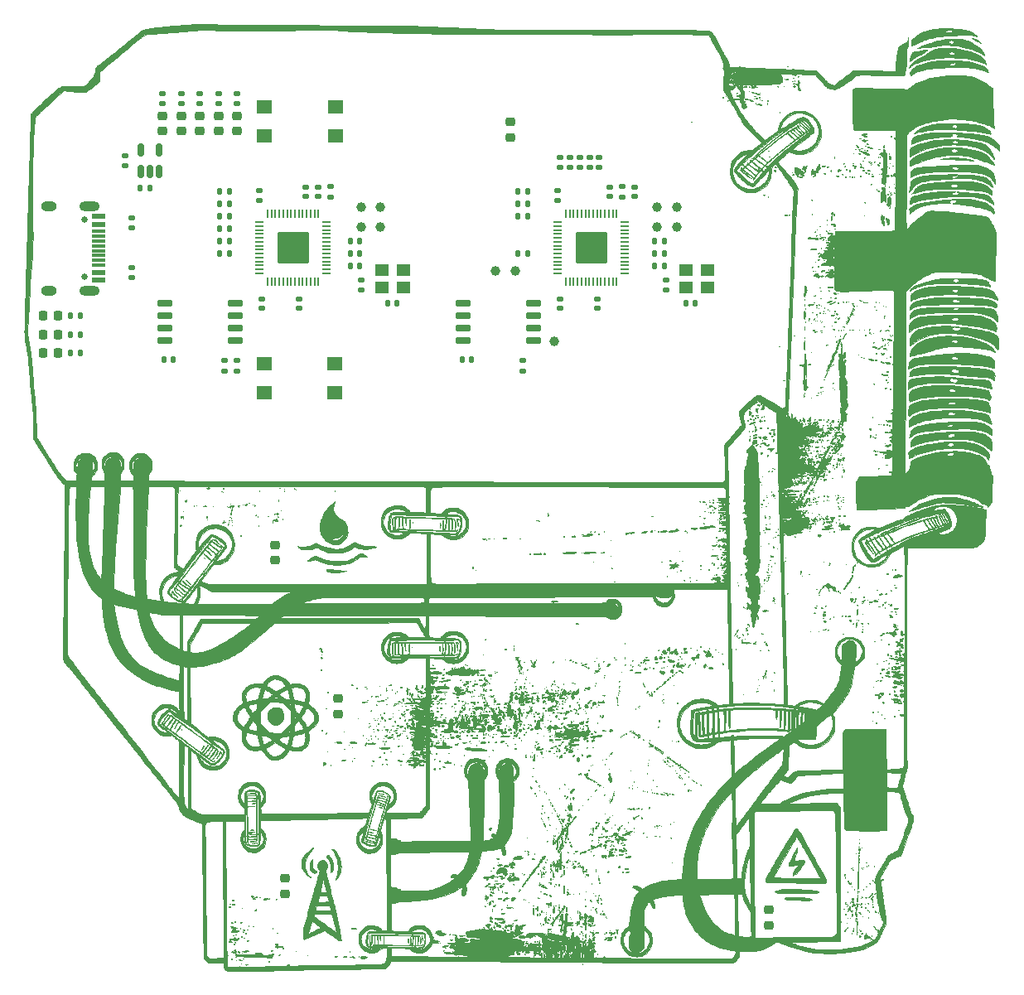
<source format=gbr>
%TF.GenerationSoftware,KiCad,Pcbnew,(6.0.4-0)*%
%TF.CreationDate,2022-08-06T01:16:14+02:00*%
%TF.ProjectId,enisadev,656e6973-6164-4657-962e-6b696361645f,rev?*%
%TF.SameCoordinates,PXb71b00PYb71b00*%
%TF.FileFunction,Soldermask,Top*%
%TF.FilePolarity,Negative*%
%FSLAX46Y46*%
G04 Gerber Fmt 4.6, Leading zero omitted, Abs format (unit mm)*
G04 Created by KiCad (PCBNEW (6.0.4-0)) date 2022-08-06 01:16:14*
%MOMM*%
%LPD*%
G01*
G04 APERTURE LIST*
G04 Aperture macros list*
%AMRoundRect*
0 Rectangle with rounded corners*
0 $1 Rounding radius*
0 $2 $3 $4 $5 $6 $7 $8 $9 X,Y pos of 4 corners*
0 Add a 4 corners polygon primitive as box body*
4,1,4,$2,$3,$4,$5,$6,$7,$8,$9,$2,$3,0*
0 Add four circle primitives for the rounded corners*
1,1,$1+$1,$2,$3*
1,1,$1+$1,$4,$5*
1,1,$1+$1,$6,$7*
1,1,$1+$1,$8,$9*
0 Add four rect primitives between the rounded corners*
20,1,$1+$1,$2,$3,$4,$5,0*
20,1,$1+$1,$4,$5,$6,$7,0*
20,1,$1+$1,$6,$7,$8,$9,0*
20,1,$1+$1,$8,$9,$2,$3,0*%
G04 Aperture macros list end*
%ADD10C,0.010000*%
%ADD11C,0.650000*%
%ADD12R,1.450000X0.600000*%
%ADD13R,1.450000X0.300000*%
%ADD14O,2.100000X1.000000*%
%ADD15O,1.600000X1.000000*%
%ADD16RoundRect,0.218750X0.218750X0.256250X-0.218750X0.256250X-0.218750X-0.256250X0.218750X-0.256250X0*%
%ADD17C,1.000000*%
%ADD18RoundRect,0.135000X-0.185000X0.135000X-0.185000X-0.135000X0.185000X-0.135000X0.185000X0.135000X0*%
%ADD19RoundRect,0.140000X-0.140000X-0.170000X0.140000X-0.170000X0.140000X0.170000X-0.140000X0.170000X0*%
%ADD20RoundRect,0.140000X-0.170000X0.140000X-0.170000X-0.140000X0.170000X-0.140000X0.170000X0.140000X0*%
%ADD21RoundRect,0.140000X0.140000X0.170000X-0.140000X0.170000X-0.140000X-0.170000X0.140000X-0.170000X0*%
%ADD22RoundRect,0.135000X0.185000X-0.135000X0.185000X0.135000X-0.185000X0.135000X-0.185000X-0.135000X0*%
%ADD23RoundRect,0.218750X-0.256250X0.218750X-0.256250X-0.218750X0.256250X-0.218750X0.256250X0.218750X0*%
%ADD24RoundRect,0.135000X0.135000X0.185000X-0.135000X0.185000X-0.135000X-0.185000X0.135000X-0.185000X0*%
%ADD25R,1.600000X1.400000*%
%ADD26RoundRect,0.150000X0.650000X0.150000X-0.650000X0.150000X-0.650000X-0.150000X0.650000X-0.150000X0*%
%ADD27RoundRect,0.140000X0.170000X-0.140000X0.170000X0.140000X-0.170000X0.140000X-0.170000X-0.140000X0*%
%ADD28RoundRect,0.050000X0.050000X-0.387500X0.050000X0.387500X-0.050000X0.387500X-0.050000X-0.387500X0*%
%ADD29RoundRect,0.050000X0.387500X-0.050000X0.387500X0.050000X-0.387500X0.050000X-0.387500X-0.050000X0*%
%ADD30RoundRect,0.144000X1.456000X-1.456000X1.456000X1.456000X-1.456000X1.456000X-1.456000X-1.456000X0*%
%ADD31R,1.400000X1.200000*%
%ADD32RoundRect,0.150000X0.150000X-0.512500X0.150000X0.512500X-0.150000X0.512500X-0.150000X-0.512500X0*%
G04 APERTURE END LIST*
%TO.C,G\u002A\u002A\u002A*%
G36*
X28645629Y-72021320D02*
G01*
X28818061Y-72049141D01*
X28953893Y-72095094D01*
X29043231Y-72141116D01*
X29105741Y-72193418D01*
X29156232Y-72265914D01*
X29176794Y-72304500D01*
X29253923Y-72490506D01*
X29303981Y-72685485D01*
X29326391Y-72881028D01*
X29320574Y-73068726D01*
X29285952Y-73240170D01*
X29247885Y-73338579D01*
X29210672Y-73399317D01*
X29152755Y-73475077D01*
X29084716Y-73552361D01*
X29061856Y-73575887D01*
X28973597Y-73657978D01*
X28894079Y-73715815D01*
X28808002Y-73759990D01*
X28778164Y-73772341D01*
X28654701Y-73816349D01*
X28555438Y-73838199D01*
X28468988Y-73838654D01*
X28383959Y-73818478D01*
X28340327Y-73801698D01*
X28158690Y-73709014D01*
X27999762Y-73595496D01*
X27867246Y-73465634D01*
X27764850Y-73323918D01*
X27696277Y-73174839D01*
X27665234Y-73022886D01*
X27663767Y-72981833D01*
X27681145Y-72803857D01*
X27729797Y-72628140D01*
X27805402Y-72462450D01*
X27903641Y-72314553D01*
X28020193Y-72192220D01*
X28150739Y-72103217D01*
X28153045Y-72102042D01*
X28300955Y-72047876D01*
X28469205Y-72020933D01*
X28645629Y-72021320D01*
G37*
D10*
X28645629Y-72021320D02*
X28818061Y-72049141D01*
X28953893Y-72095094D01*
X29043231Y-72141116D01*
X29105741Y-72193418D01*
X29156232Y-72265914D01*
X29176794Y-72304500D01*
X29253923Y-72490506D01*
X29303981Y-72685485D01*
X29326391Y-72881028D01*
X29320574Y-73068726D01*
X29285952Y-73240170D01*
X29247885Y-73338579D01*
X29210672Y-73399317D01*
X29152755Y-73475077D01*
X29084716Y-73552361D01*
X29061856Y-73575887D01*
X28973597Y-73657978D01*
X28894079Y-73715815D01*
X28808002Y-73759990D01*
X28778164Y-73772341D01*
X28654701Y-73816349D01*
X28555438Y-73838199D01*
X28468988Y-73838654D01*
X28383959Y-73818478D01*
X28340327Y-73801698D01*
X28158690Y-73709014D01*
X27999762Y-73595496D01*
X27867246Y-73465634D01*
X27764850Y-73323918D01*
X27696277Y-73174839D01*
X27665234Y-73022886D01*
X27663767Y-72981833D01*
X27681145Y-72803857D01*
X27729797Y-72628140D01*
X27805402Y-72462450D01*
X27903641Y-72314553D01*
X28020193Y-72192220D01*
X28150739Y-72103217D01*
X28153045Y-72102042D01*
X28300955Y-72047876D01*
X28469205Y-72020933D01*
X28645629Y-72021320D01*
G36*
X81808883Y-86399907D02*
G01*
X81822815Y-86453382D01*
X81827360Y-86532890D01*
X81823412Y-86609763D01*
X81808356Y-86696385D01*
X81776250Y-86819195D01*
X81727805Y-86975951D01*
X81663730Y-87164413D01*
X81584736Y-87382341D01*
X81544264Y-87490076D01*
X81509012Y-87585815D01*
X81481295Y-87666587D01*
X81463638Y-87724607D01*
X81458564Y-87752089D01*
X81458999Y-87753055D01*
X81470878Y-87756073D01*
X81499192Y-87754314D01*
X81548388Y-87746983D01*
X81622909Y-87733285D01*
X81727202Y-87712424D01*
X81865710Y-87683606D01*
X81966583Y-87662272D01*
X82141892Y-87628991D01*
X82281125Y-87612189D01*
X82387495Y-87612572D01*
X82464212Y-87630849D01*
X82514488Y-87667726D01*
X82541533Y-87723911D01*
X82548666Y-87790504D01*
X82547209Y-87833096D01*
X82540947Y-87873263D01*
X82527042Y-87916489D01*
X82502657Y-87968260D01*
X82464954Y-88034060D01*
X82411096Y-88119373D01*
X82338246Y-88229686D01*
X82265310Y-88338250D01*
X82070551Y-88606133D01*
X81875483Y-88832345D01*
X81679508Y-89017547D01*
X81577963Y-89097194D01*
X81496443Y-89154055D01*
X81440851Y-89185017D01*
X81405207Y-89191999D01*
X81383532Y-89176924D01*
X81376181Y-89162018D01*
X81363277Y-89109562D01*
X81364782Y-89050766D01*
X81382608Y-88981257D01*
X81418665Y-88896667D01*
X81474866Y-88792624D01*
X81553120Y-88664757D01*
X81655340Y-88508697D01*
X81674087Y-88480759D01*
X81746916Y-88371088D01*
X81809981Y-88273375D01*
X81859984Y-88192964D01*
X81893623Y-88135198D01*
X81907600Y-88105421D01*
X81907482Y-88102759D01*
X81883640Y-88103180D01*
X81826179Y-88112602D01*
X81742502Y-88129575D01*
X81640012Y-88152649D01*
X81581528Y-88166629D01*
X81461750Y-88193989D01*
X81346688Y-88217010D01*
X81247109Y-88233759D01*
X81173780Y-88242306D01*
X81155765Y-88243003D01*
X81085157Y-88239769D01*
X81038622Y-88225368D01*
X80998098Y-88192744D01*
X80981140Y-88174782D01*
X80943007Y-88129445D01*
X80920986Y-88096320D01*
X80918833Y-88089529D01*
X80928070Y-88064905D01*
X80954222Y-88007818D01*
X80994946Y-87922878D01*
X81047901Y-87814695D01*
X81110748Y-87687880D01*
X81181143Y-87547041D01*
X81256746Y-87396791D01*
X81335216Y-87241738D01*
X81414211Y-87086493D01*
X81491391Y-86935667D01*
X81564414Y-86793869D01*
X81630939Y-86665709D01*
X81688624Y-86555799D01*
X81735130Y-86468747D01*
X81768113Y-86409164D01*
X81785234Y-86381661D01*
X81786819Y-86380333D01*
X81808883Y-86399907D01*
G37*
X81808883Y-86399907D02*
X81822815Y-86453382D01*
X81827360Y-86532890D01*
X81823412Y-86609763D01*
X81808356Y-86696385D01*
X81776250Y-86819195D01*
X81727805Y-86975951D01*
X81663730Y-87164413D01*
X81584736Y-87382341D01*
X81544264Y-87490076D01*
X81509012Y-87585815D01*
X81481295Y-87666587D01*
X81463638Y-87724607D01*
X81458564Y-87752089D01*
X81458999Y-87753055D01*
X81470878Y-87756073D01*
X81499192Y-87754314D01*
X81548388Y-87746983D01*
X81622909Y-87733285D01*
X81727202Y-87712424D01*
X81865710Y-87683606D01*
X81966583Y-87662272D01*
X82141892Y-87628991D01*
X82281125Y-87612189D01*
X82387495Y-87612572D01*
X82464212Y-87630849D01*
X82514488Y-87667726D01*
X82541533Y-87723911D01*
X82548666Y-87790504D01*
X82547209Y-87833096D01*
X82540947Y-87873263D01*
X82527042Y-87916489D01*
X82502657Y-87968260D01*
X82464954Y-88034060D01*
X82411096Y-88119373D01*
X82338246Y-88229686D01*
X82265310Y-88338250D01*
X82070551Y-88606133D01*
X81875483Y-88832345D01*
X81679508Y-89017547D01*
X81577963Y-89097194D01*
X81496443Y-89154055D01*
X81440851Y-89185017D01*
X81405207Y-89191999D01*
X81383532Y-89176924D01*
X81376181Y-89162018D01*
X81363277Y-89109562D01*
X81364782Y-89050766D01*
X81382608Y-88981257D01*
X81418665Y-88896667D01*
X81474866Y-88792624D01*
X81553120Y-88664757D01*
X81655340Y-88508697D01*
X81674087Y-88480759D01*
X81746916Y-88371088D01*
X81809981Y-88273375D01*
X81859984Y-88192964D01*
X81893623Y-88135198D01*
X81907600Y-88105421D01*
X81907482Y-88102759D01*
X81883640Y-88103180D01*
X81826179Y-88112602D01*
X81742502Y-88129575D01*
X81640012Y-88152649D01*
X81581528Y-88166629D01*
X81461750Y-88193989D01*
X81346688Y-88217010D01*
X81247109Y-88233759D01*
X81173780Y-88242306D01*
X81155765Y-88243003D01*
X81085157Y-88239769D01*
X81038622Y-88225368D01*
X80998098Y-88192744D01*
X80981140Y-88174782D01*
X80943007Y-88129445D01*
X80920986Y-88096320D01*
X80918833Y-88089529D01*
X80928070Y-88064905D01*
X80954222Y-88007818D01*
X80994946Y-87922878D01*
X81047901Y-87814695D01*
X81110748Y-87687880D01*
X81181143Y-87547041D01*
X81256746Y-87396791D01*
X81335216Y-87241738D01*
X81414211Y-87086493D01*
X81491391Y-86935667D01*
X81564414Y-86793869D01*
X81630939Y-86665709D01*
X81688624Y-86555799D01*
X81735130Y-86468747D01*
X81768113Y-86409164D01*
X81785234Y-86381661D01*
X81786819Y-86380333D01*
X81808883Y-86399907D01*
G36*
X78923722Y-15116867D02*
G01*
X78921330Y-15129500D01*
X78898094Y-15140727D01*
X78864034Y-15140501D01*
X78854512Y-15132408D01*
X78861479Y-15116458D01*
X78885584Y-15112166D01*
X78923722Y-15116867D01*
G37*
X78923722Y-15116867D02*
X78921330Y-15129500D01*
X78898094Y-15140727D01*
X78864034Y-15140501D01*
X78854512Y-15132408D01*
X78861479Y-15116458D01*
X78885584Y-15112166D01*
X78923722Y-15116867D01*
G36*
X78970929Y-15742144D02*
G01*
X78971500Y-15747166D01*
X78954271Y-15765742D01*
X78938500Y-15768333D01*
X78916592Y-15758071D01*
X78918583Y-15747166D01*
X78945644Y-15726807D01*
X78951582Y-15726000D01*
X78970929Y-15742144D01*
G37*
X78970929Y-15742144D02*
X78971500Y-15747166D01*
X78954271Y-15765742D01*
X78938500Y-15768333D01*
X78916592Y-15758071D01*
X78918583Y-15747166D01*
X78945644Y-15726807D01*
X78951582Y-15726000D01*
X78970929Y-15742144D01*
G36*
X77876325Y-16961880D02*
G01*
X77891397Y-16984291D01*
X77908534Y-17029053D01*
X77898543Y-17061661D01*
X77892598Y-17069361D01*
X77857344Y-17099046D01*
X77835542Y-17088746D01*
X77828824Y-17043625D01*
X77835497Y-16981060D01*
X77852435Y-16952765D01*
X77876325Y-16961880D01*
G37*
X77876325Y-16961880D02*
X77891397Y-16984291D01*
X77908534Y-17029053D01*
X77898543Y-17061661D01*
X77892598Y-17069361D01*
X77857344Y-17099046D01*
X77835542Y-17088746D01*
X77828824Y-17043625D01*
X77835497Y-16981060D01*
X77852435Y-16952765D01*
X77876325Y-16961880D01*
G36*
X74525884Y-9540273D02*
G01*
X74526500Y-9545333D01*
X74510392Y-9565884D01*
X74505333Y-9566500D01*
X74484781Y-9550392D01*
X74484166Y-9545333D01*
X74500273Y-9524781D01*
X74505333Y-9524166D01*
X74525884Y-9540273D01*
G37*
X74525884Y-9540273D02*
X74526500Y-9545333D01*
X74510392Y-9565884D01*
X74505333Y-9566500D01*
X74484781Y-9550392D01*
X74484166Y-9545333D01*
X74500273Y-9524781D01*
X74505333Y-9524166D01*
X74525884Y-9540273D01*
G36*
X74286611Y-9679388D02*
G01*
X74283705Y-9691972D01*
X74272500Y-9693500D01*
X74255077Y-9685755D01*
X74258388Y-9679388D01*
X74283508Y-9676855D01*
X74286611Y-9679388D01*
G37*
X74286611Y-9679388D02*
X74283705Y-9691972D01*
X74272500Y-9693500D01*
X74255077Y-9685755D01*
X74258388Y-9679388D01*
X74283508Y-9676855D01*
X74286611Y-9679388D01*
G36*
X74166666Y-9682916D02*
G01*
X74156083Y-9693500D01*
X74145500Y-9682916D01*
X74156083Y-9672333D01*
X74166666Y-9682916D01*
G37*
X74166666Y-9682916D02*
X74156083Y-9693500D01*
X74145500Y-9682916D01*
X74156083Y-9672333D01*
X74166666Y-9682916D01*
G36*
X74731111Y-9996888D02*
G01*
X74733644Y-10022008D01*
X74731111Y-10025111D01*
X74718527Y-10022205D01*
X74717000Y-10011000D01*
X74724744Y-9993577D01*
X74731111Y-9996888D01*
G37*
X74731111Y-9996888D02*
X74733644Y-10022008D01*
X74731111Y-10025111D01*
X74718527Y-10022205D01*
X74717000Y-10011000D01*
X74724744Y-9993577D01*
X74731111Y-9996888D01*
G36*
X71005777Y-12155888D02*
G01*
X71008311Y-12181008D01*
X71005777Y-12184111D01*
X70993194Y-12181205D01*
X70991666Y-12170000D01*
X70999411Y-12152577D01*
X71005777Y-12155888D01*
G37*
X71005777Y-12155888D02*
X71008311Y-12181008D01*
X71005777Y-12184111D01*
X70993194Y-12181205D01*
X70991666Y-12170000D01*
X70999411Y-12152577D01*
X71005777Y-12155888D01*
G36*
X79624090Y-16802057D02*
G01*
X79643890Y-16823272D01*
X79633949Y-16841769D01*
X79601208Y-16847833D01*
X79556071Y-16842544D01*
X79535944Y-16833722D01*
X79521624Y-16804387D01*
X79543852Y-16788487D01*
X79578409Y-16788219D01*
X79624090Y-16802057D01*
G37*
X79624090Y-16802057D02*
X79643890Y-16823272D01*
X79633949Y-16841769D01*
X79601208Y-16847833D01*
X79556071Y-16842544D01*
X79535944Y-16833722D01*
X79521624Y-16804387D01*
X79543852Y-16788487D01*
X79578409Y-16788219D01*
X79624090Y-16802057D01*
G36*
X79599071Y-17096850D02*
G01*
X79603393Y-17099465D01*
X79620995Y-17120535D01*
X79612024Y-17155021D01*
X79605516Y-17167933D01*
X79564243Y-17227776D01*
X79524277Y-17246330D01*
X79483733Y-17224600D01*
X79458129Y-17177437D01*
X79465539Y-17132006D01*
X79497285Y-17097381D01*
X79544688Y-17082637D01*
X79599071Y-17096850D01*
G37*
X79599071Y-17096850D02*
X79603393Y-17099465D01*
X79620995Y-17120535D01*
X79612024Y-17155021D01*
X79605516Y-17167933D01*
X79564243Y-17227776D01*
X79524277Y-17246330D01*
X79483733Y-17224600D01*
X79458129Y-17177437D01*
X79465539Y-17132006D01*
X79497285Y-17097381D01*
X79544688Y-17082637D01*
X79599071Y-17096850D01*
G36*
X78421475Y-19613578D02*
G01*
X78430852Y-19619922D01*
X78457953Y-19650663D01*
X78463500Y-19665591D01*
X78447115Y-19681223D01*
X78411533Y-19682712D01*
X78377115Y-19670993D01*
X78367110Y-19661155D01*
X78363369Y-19628539D01*
X78386570Y-19609394D01*
X78421475Y-19613578D01*
G37*
X78421475Y-19613578D02*
X78430852Y-19619922D01*
X78457953Y-19650663D01*
X78463500Y-19665591D01*
X78447115Y-19681223D01*
X78411533Y-19682712D01*
X78377115Y-19670993D01*
X78367110Y-19661155D01*
X78363369Y-19628539D01*
X78386570Y-19609394D01*
X78421475Y-19613578D01*
G36*
X78865051Y-19848440D02*
G01*
X78865666Y-19853500D01*
X78849559Y-19874051D01*
X78844500Y-19874666D01*
X78823948Y-19858559D01*
X78823333Y-19853500D01*
X78839440Y-19832948D01*
X78844500Y-19832333D01*
X78865051Y-19848440D01*
G37*
X78865051Y-19848440D02*
X78865666Y-19853500D01*
X78849559Y-19874051D01*
X78844500Y-19874666D01*
X78823948Y-19858559D01*
X78823333Y-19853500D01*
X78839440Y-19832948D01*
X78844500Y-19832333D01*
X78865051Y-19848440D01*
G36*
X80982333Y-21663250D02*
G01*
X81002692Y-21690310D01*
X81003500Y-21696249D01*
X80987355Y-21715596D01*
X80982333Y-21716166D01*
X80963757Y-21698937D01*
X80961166Y-21683167D01*
X80971428Y-21661258D01*
X80982333Y-21663250D01*
G37*
X80982333Y-21663250D02*
X81002692Y-21690310D01*
X81003500Y-21696249D01*
X80987355Y-21715596D01*
X80982333Y-21716166D01*
X80963757Y-21698937D01*
X80961166Y-21683167D01*
X80971428Y-21661258D01*
X80982333Y-21663250D01*
G36*
X80668224Y-21635677D02*
G01*
X80745579Y-21646205D01*
X80782569Y-21666963D01*
X80780121Y-21698850D01*
X80759516Y-21724293D01*
X80704774Y-21752653D01*
X80635879Y-21755288D01*
X80572730Y-21731615D01*
X80570189Y-21729810D01*
X80542494Y-21690929D01*
X80544740Y-21665196D01*
X80562210Y-21643669D01*
X80599810Y-21634690D01*
X80668224Y-21635677D01*
G37*
X80668224Y-21635677D02*
X80745579Y-21646205D01*
X80782569Y-21666963D01*
X80780121Y-21698850D01*
X80759516Y-21724293D01*
X80704774Y-21752653D01*
X80635879Y-21755288D01*
X80572730Y-21731615D01*
X80570189Y-21729810D01*
X80542494Y-21690929D01*
X80544740Y-21665196D01*
X80562210Y-21643669D01*
X80599810Y-21634690D01*
X80668224Y-21635677D01*
G36*
X79987500Y-35125250D02*
G01*
X80007692Y-35144270D01*
X80008666Y-35147665D01*
X79992290Y-35156757D01*
X79987500Y-35157000D01*
X79967146Y-35140728D01*
X79966333Y-35134584D01*
X79979300Y-35121942D01*
X79987500Y-35125250D01*
G37*
X79987500Y-35125250D02*
X80007692Y-35144270D01*
X80008666Y-35147665D01*
X79992290Y-35156757D01*
X79987500Y-35157000D01*
X79967146Y-35140728D01*
X79966333Y-35134584D01*
X79979300Y-35121942D01*
X79987500Y-35125250D01*
G36*
X80503811Y-38578901D02*
G01*
X80522761Y-38594746D01*
X80522616Y-38596583D01*
X80500472Y-38615164D01*
X80458169Y-38624835D01*
X80417529Y-38622149D01*
X80404749Y-38615193D01*
X80389479Y-38585735D01*
X80411895Y-38569696D01*
X80458458Y-38568783D01*
X80503811Y-38578901D01*
G37*
X80503811Y-38578901D02*
X80522761Y-38594746D01*
X80522616Y-38596583D01*
X80500472Y-38615164D01*
X80458169Y-38624835D01*
X80417529Y-38622149D01*
X80404749Y-38615193D01*
X80389479Y-38585735D01*
X80411895Y-38569696D01*
X80458458Y-38568783D01*
X80503811Y-38578901D01*
G36*
X42494184Y-53079875D02*
G01*
X42496980Y-53123210D01*
X42494184Y-53132791D01*
X42486459Y-53135450D01*
X42483508Y-53106333D01*
X42486835Y-53076284D01*
X42494184Y-53079875D01*
G37*
X42494184Y-53079875D02*
X42496980Y-53123210D01*
X42494184Y-53132791D01*
X42486459Y-53135450D01*
X42483508Y-53106333D01*
X42486835Y-53076284D01*
X42494184Y-53079875D01*
G36*
X45337690Y-53138738D02*
G01*
X45346055Y-53187825D01*
X45351869Y-53259458D01*
X45354819Y-53343763D01*
X45354594Y-53430868D01*
X45350884Y-53510902D01*
X45343377Y-53573992D01*
X45341599Y-53582784D01*
X45322912Y-53667250D01*
X45307850Y-53572000D01*
X45300830Y-53502347D01*
X45298022Y-53417514D01*
X45298991Y-53327747D01*
X45303297Y-53243291D01*
X45310503Y-53174394D01*
X45320170Y-53131303D01*
X45327083Y-53122067D01*
X45337690Y-53138738D01*
G37*
X45337690Y-53138738D02*
X45346055Y-53187825D01*
X45351869Y-53259458D01*
X45354819Y-53343763D01*
X45354594Y-53430868D01*
X45350884Y-53510902D01*
X45343377Y-53573992D01*
X45341599Y-53582784D01*
X45322912Y-53667250D01*
X45307850Y-53572000D01*
X45300830Y-53502347D01*
X45298022Y-53417514D01*
X45298991Y-53327747D01*
X45303297Y-53243291D01*
X45310503Y-53174394D01*
X45320170Y-53131303D01*
X45327083Y-53122067D01*
X45337690Y-53138738D01*
G36*
X42228795Y-52824341D02*
G01*
X42239376Y-52898005D01*
X42244341Y-53012472D01*
X42244640Y-53106333D01*
X42242510Y-53233497D01*
X42238360Y-53369435D01*
X42232846Y-53495529D01*
X42228240Y-53572000D01*
X42221372Y-53662939D01*
X42215806Y-53715940D01*
X42210257Y-53735322D01*
X42203439Y-53725400D01*
X42194067Y-53690490D01*
X42193568Y-53688416D01*
X42187014Y-53640884D01*
X42181727Y-53563321D01*
X42177737Y-53463544D01*
X42175073Y-53349369D01*
X42173762Y-53228612D01*
X42173835Y-53109089D01*
X42175319Y-52998617D01*
X42178244Y-52905012D01*
X42182639Y-52836089D01*
X42188532Y-52799666D01*
X42190275Y-52796521D01*
X42212470Y-52790754D01*
X42228795Y-52824341D01*
G37*
X42228795Y-52824341D02*
X42239376Y-52898005D01*
X42244341Y-53012472D01*
X42244640Y-53106333D01*
X42242510Y-53233497D01*
X42238360Y-53369435D01*
X42232846Y-53495529D01*
X42228240Y-53572000D01*
X42221372Y-53662939D01*
X42215806Y-53715940D01*
X42210257Y-53735322D01*
X42203439Y-53725400D01*
X42194067Y-53690490D01*
X42193568Y-53688416D01*
X42187014Y-53640884D01*
X42181727Y-53563321D01*
X42177737Y-53463544D01*
X42175073Y-53349369D01*
X42173762Y-53228612D01*
X42173835Y-53109089D01*
X42175319Y-52998617D01*
X42178244Y-52905012D01*
X42182639Y-52836089D01*
X42188532Y-52799666D01*
X42190275Y-52796521D01*
X42212470Y-52790754D01*
X42228795Y-52824341D01*
G36*
X47102512Y-52722346D02*
G01*
X47145999Y-52749316D01*
X47183355Y-52786486D01*
X47217963Y-52825190D01*
X47223443Y-52834669D01*
X47200274Y-52815957D01*
X47194761Y-52811137D01*
X47151681Y-52778939D01*
X47122705Y-52773022D01*
X47106918Y-52796490D01*
X47103405Y-52852444D01*
X47111250Y-52943988D01*
X47125314Y-53046443D01*
X47139589Y-53156489D01*
X47149780Y-53264330D01*
X47154706Y-53355456D01*
X47154324Y-53402666D01*
X47147416Y-53519083D01*
X47122475Y-53413250D01*
X47100597Y-53311838D01*
X47076227Y-53185447D01*
X47052397Y-53051071D01*
X47032140Y-52925702D01*
X47020036Y-52839232D01*
X47013554Y-52775449D01*
X47017225Y-52741871D01*
X47034988Y-52726829D01*
X47060042Y-52720670D01*
X47102512Y-52722346D01*
G37*
X47102512Y-52722346D02*
X47145999Y-52749316D01*
X47183355Y-52786486D01*
X47217963Y-52825190D01*
X47223443Y-52834669D01*
X47200274Y-52815957D01*
X47194761Y-52811137D01*
X47151681Y-52778939D01*
X47122705Y-52773022D01*
X47106918Y-52796490D01*
X47103405Y-52852444D01*
X47111250Y-52943988D01*
X47125314Y-53046443D01*
X47139589Y-53156489D01*
X47149780Y-53264330D01*
X47154706Y-53355456D01*
X47154324Y-53402666D01*
X47147416Y-53519083D01*
X47122475Y-53413250D01*
X47100597Y-53311838D01*
X47076227Y-53185447D01*
X47052397Y-53051071D01*
X47032140Y-52925702D01*
X47020036Y-52839232D01*
X47013554Y-52775449D01*
X47017225Y-52741871D01*
X47034988Y-52726829D01*
X47060042Y-52720670D01*
X47102512Y-52722346D01*
G36*
X73235090Y-50815543D02*
G01*
X73235333Y-50820333D01*
X73219061Y-50840686D01*
X73212917Y-50841500D01*
X73200275Y-50828532D01*
X73203583Y-50820333D01*
X73222603Y-50800140D01*
X73225999Y-50799166D01*
X73235090Y-50815543D01*
G37*
X73235090Y-50815543D02*
X73235333Y-50820333D01*
X73219061Y-50840686D01*
X73212917Y-50841500D01*
X73200275Y-50828532D01*
X73203583Y-50820333D01*
X73222603Y-50800140D01*
X73225999Y-50799166D01*
X73235090Y-50815543D01*
G36*
X72812000Y-50873250D02*
G01*
X72801416Y-50883833D01*
X72790833Y-50873250D01*
X72801416Y-50862666D01*
X72812000Y-50873250D01*
G37*
X72812000Y-50873250D02*
X72801416Y-50883833D01*
X72790833Y-50873250D01*
X72801416Y-50862666D01*
X72812000Y-50873250D01*
G36*
X72214041Y-50996242D02*
G01*
X72220629Y-51002377D01*
X72191361Y-51005717D01*
X72177000Y-51005922D01*
X72138491Y-51003715D01*
X72133952Y-50998221D01*
X72139958Y-50996242D01*
X72193641Y-50992950D01*
X72214041Y-50996242D01*
G37*
X72214041Y-50996242D02*
X72220629Y-51002377D01*
X72191361Y-51005717D01*
X72177000Y-51005922D01*
X72138491Y-51003715D01*
X72133952Y-50998221D01*
X72139958Y-50996242D01*
X72193641Y-50992950D01*
X72214041Y-50996242D01*
G36*
X71880051Y-50984607D02*
G01*
X71880666Y-50989666D01*
X71864559Y-51010218D01*
X71859500Y-51010833D01*
X71838948Y-50994726D01*
X71838333Y-50989666D01*
X71854440Y-50969115D01*
X71859500Y-50968500D01*
X71880051Y-50984607D01*
G37*
X71880051Y-50984607D02*
X71880666Y-50989666D01*
X71864559Y-51010218D01*
X71859500Y-51010833D01*
X71838948Y-50994726D01*
X71838333Y-50989666D01*
X71854440Y-50969115D01*
X71859500Y-50968500D01*
X71880051Y-50984607D01*
G36*
X72366638Y-51005031D02*
G01*
X72367500Y-51010833D01*
X72360278Y-51031449D01*
X72358165Y-51032000D01*
X72340094Y-51017167D01*
X72335750Y-51010833D01*
X72337428Y-50991328D01*
X72345084Y-50989666D01*
X72366638Y-51005031D01*
G37*
X72366638Y-51005031D02*
X72367500Y-51010833D01*
X72360278Y-51031449D01*
X72358165Y-51032000D01*
X72340094Y-51017167D01*
X72335750Y-51010833D01*
X72337428Y-50991328D01*
X72345084Y-50989666D01*
X72366638Y-51005031D01*
G36*
X72896666Y-51032664D02*
G01*
X72879512Y-51050856D01*
X72864916Y-51053166D01*
X72836675Y-51048638D01*
X72833166Y-51044847D01*
X72849718Y-51031199D01*
X72864916Y-51024345D01*
X72892172Y-51023905D01*
X72896666Y-51032664D01*
G37*
X72896666Y-51032664D02*
X72879512Y-51050856D01*
X72864916Y-51053166D01*
X72836675Y-51048638D01*
X72833166Y-51044847D01*
X72849718Y-51031199D01*
X72864916Y-51024345D01*
X72892172Y-51023905D01*
X72896666Y-51032664D01*
G36*
X73219861Y-51081616D02*
G01*
X73220564Y-51088564D01*
X73187429Y-51091402D01*
X73182416Y-51091373D01*
X73149588Y-51088321D01*
X73152721Y-51081879D01*
X73156361Y-51080831D01*
X73202468Y-51077732D01*
X73219861Y-51081616D01*
G37*
X73219861Y-51081616D02*
X73220564Y-51088564D01*
X73187429Y-51091402D01*
X73182416Y-51091373D01*
X73149588Y-51088321D01*
X73152721Y-51081879D01*
X73156361Y-51080831D01*
X73202468Y-51077732D01*
X73219861Y-51081616D01*
G36*
X72473333Y-51254250D02*
G01*
X72493525Y-51273270D01*
X72494500Y-51276665D01*
X72478123Y-51285757D01*
X72473333Y-51286000D01*
X72452980Y-51269728D01*
X72452166Y-51263584D01*
X72465134Y-51250942D01*
X72473333Y-51254250D01*
G37*
X72473333Y-51254250D02*
X72493525Y-51273270D01*
X72494500Y-51276665D01*
X72478123Y-51285757D01*
X72473333Y-51286000D01*
X72452980Y-51269728D01*
X72452166Y-51263584D01*
X72465134Y-51250942D01*
X72473333Y-51254250D01*
G36*
X73764500Y-51402416D02*
G01*
X73753916Y-51413000D01*
X73743333Y-51402416D01*
X73753916Y-51391833D01*
X73764500Y-51402416D01*
G37*
X73764500Y-51402416D02*
X73753916Y-51413000D01*
X73743333Y-51402416D01*
X73753916Y-51391833D01*
X73764500Y-51402416D01*
G36*
X73095674Y-51407029D02*
G01*
X73122830Y-51416529D01*
X73182416Y-51441226D01*
X73097750Y-51454866D01*
X73022407Y-51473606D01*
X72951451Y-51501143D01*
X72945342Y-51504253D01*
X72877560Y-51531836D01*
X72824247Y-51538333D01*
X72794308Y-51523425D01*
X72790833Y-51509786D01*
X72809923Y-51462229D01*
X72860297Y-51425269D01*
X72931610Y-51401811D01*
X73013518Y-51394763D01*
X73095674Y-51407029D01*
G37*
X73095674Y-51407029D02*
X73122830Y-51416529D01*
X73182416Y-51441226D01*
X73097750Y-51454866D01*
X73022407Y-51473606D01*
X72951451Y-51501143D01*
X72945342Y-51504253D01*
X72877560Y-51531836D01*
X72824247Y-51538333D01*
X72794308Y-51523425D01*
X72790833Y-51509786D01*
X72809923Y-51462229D01*
X72860297Y-51425269D01*
X72931610Y-51401811D01*
X73013518Y-51394763D01*
X73095674Y-51407029D01*
G36*
X73743333Y-51550583D02*
G01*
X73732750Y-51561166D01*
X73722166Y-51550583D01*
X73732750Y-51540000D01*
X73743333Y-51550583D01*
G37*
X73743333Y-51550583D02*
X73732750Y-51561166D01*
X73722166Y-51550583D01*
X73732750Y-51540000D01*
X73743333Y-51550583D01*
G36*
X73316855Y-51551834D02*
G01*
X73320000Y-51561166D01*
X73302218Y-51578197D01*
X73276417Y-51582333D01*
X73247149Y-51574185D01*
X73245916Y-51561166D01*
X73276542Y-51541690D01*
X73289499Y-51540000D01*
X73316855Y-51551834D01*
G37*
X73316855Y-51551834D02*
X73320000Y-51561166D01*
X73302218Y-51578197D01*
X73276417Y-51582333D01*
X73247149Y-51574185D01*
X73245916Y-51561166D01*
X73276542Y-51541690D01*
X73289499Y-51540000D01*
X73316855Y-51551834D01*
G36*
X72677944Y-51631722D02*
G01*
X72675038Y-51644305D01*
X72663833Y-51645833D01*
X72646410Y-51638088D01*
X72649722Y-51631722D01*
X72674842Y-51629188D01*
X72677944Y-51631722D01*
G37*
X72677944Y-51631722D02*
X72675038Y-51644305D01*
X72663833Y-51645833D01*
X72646410Y-51638088D01*
X72649722Y-51631722D01*
X72674842Y-51629188D01*
X72677944Y-51631722D01*
G36*
X73448539Y-51651855D02*
G01*
X73468141Y-51666403D01*
X73468166Y-51667000D01*
X73450091Y-51683049D01*
X73416499Y-51688166D01*
X73371680Y-51680362D01*
X73351750Y-51667000D01*
X73360021Y-51652009D01*
X73401202Y-51645843D01*
X73403417Y-51645833D01*
X73448539Y-51651855D01*
G37*
X73448539Y-51651855D02*
X73468141Y-51666403D01*
X73468166Y-51667000D01*
X73450091Y-51683049D01*
X73416499Y-51688166D01*
X73371680Y-51680362D01*
X73351750Y-51667000D01*
X73360021Y-51652009D01*
X73401202Y-51645843D01*
X73403417Y-51645833D01*
X73448539Y-51651855D01*
G36*
X73968890Y-51722300D02*
G01*
X73965583Y-51730500D01*
X73946562Y-51750692D01*
X73943167Y-51751666D01*
X73934076Y-51735290D01*
X73933833Y-51730500D01*
X73950105Y-51710146D01*
X73956249Y-51709333D01*
X73968890Y-51722300D01*
G37*
X73968890Y-51722300D02*
X73965583Y-51730500D01*
X73946562Y-51750692D01*
X73943167Y-51751666D01*
X73934076Y-51735290D01*
X73933833Y-51730500D01*
X73950105Y-51710146D01*
X73956249Y-51709333D01*
X73968890Y-51722300D01*
G36*
X73143611Y-51822222D02*
G01*
X73146144Y-51847342D01*
X73143611Y-51850444D01*
X73131027Y-51847538D01*
X73129500Y-51836333D01*
X73137244Y-51818910D01*
X73143611Y-51822222D01*
G37*
X73143611Y-51822222D02*
X73146144Y-51847342D01*
X73143611Y-51850444D01*
X73131027Y-51847538D01*
X73129500Y-51836333D01*
X73137244Y-51818910D01*
X73143611Y-51822222D01*
G36*
X73781628Y-51847384D02*
G01*
X73785666Y-51857500D01*
X73770474Y-51878060D01*
X73765749Y-51878666D01*
X73737082Y-51863280D01*
X73732750Y-51857500D01*
X73737548Y-51839379D01*
X73752667Y-51836333D01*
X73781628Y-51847384D01*
G37*
X73781628Y-51847384D02*
X73785666Y-51857500D01*
X73770474Y-51878060D01*
X73765749Y-51878666D01*
X73737082Y-51863280D01*
X73732750Y-51857500D01*
X73737548Y-51839379D01*
X73752667Y-51836333D01*
X73781628Y-51847384D01*
G36*
X72388051Y-51958273D02*
G01*
X72388666Y-51963333D01*
X72372559Y-51983884D01*
X72367500Y-51984500D01*
X72346948Y-51968392D01*
X72346333Y-51963333D01*
X72362440Y-51942781D01*
X72367500Y-51942166D01*
X72388051Y-51958273D01*
G37*
X72388051Y-51958273D02*
X72388666Y-51963333D01*
X72372559Y-51983884D01*
X72367500Y-51984500D01*
X72346948Y-51968392D01*
X72346333Y-51963333D01*
X72362440Y-51942781D01*
X72367500Y-51942166D01*
X72388051Y-51958273D01*
G36*
X72762959Y-52044031D02*
G01*
X72765482Y-52077112D01*
X72761288Y-52084600D01*
X72751667Y-52078287D01*
X72750171Y-52056819D01*
X72755340Y-52034233D01*
X72762959Y-52044031D01*
G37*
X72762959Y-52044031D02*
X72765482Y-52077112D01*
X72761288Y-52084600D01*
X72751667Y-52078287D01*
X72750171Y-52056819D01*
X72755340Y-52034233D01*
X72762959Y-52044031D01*
G36*
X74316594Y-52074999D02*
G01*
X74325675Y-52089896D01*
X74325416Y-52090333D01*
X74296862Y-52105463D01*
X74248834Y-52111500D01*
X74207238Y-52105667D01*
X74198157Y-52090770D01*
X74198416Y-52090333D01*
X74226971Y-52075203D01*
X74274998Y-52069166D01*
X74316594Y-52074999D01*
G37*
X74316594Y-52074999D02*
X74325675Y-52089896D01*
X74325416Y-52090333D01*
X74296862Y-52105463D01*
X74248834Y-52111500D01*
X74207238Y-52105667D01*
X74198157Y-52090770D01*
X74198416Y-52090333D01*
X74226971Y-52075203D01*
X74274998Y-52069166D01*
X74316594Y-52074999D01*
G36*
X74061873Y-52054121D02*
G01*
X74091435Y-52069084D01*
X74089025Y-52087788D01*
X74069563Y-52098698D01*
X74011923Y-52111458D01*
X73962559Y-52107220D01*
X73935503Y-52087943D01*
X73933833Y-52079750D01*
X73950192Y-52056080D01*
X74002106Y-52048027D01*
X74006667Y-52048000D01*
X74061873Y-52054121D01*
G37*
X74061873Y-52054121D02*
X74091435Y-52069084D01*
X74089025Y-52087788D01*
X74069563Y-52098698D01*
X74011923Y-52111458D01*
X73962559Y-52107220D01*
X73935503Y-52087943D01*
X73933833Y-52079750D01*
X73950192Y-52056080D01*
X74002106Y-52048027D01*
X74006667Y-52048000D01*
X74061873Y-52054121D01*
G36*
X73817100Y-52063345D02*
G01*
X73845666Y-52083067D01*
X73849166Y-52091759D01*
X73832752Y-52108086D01*
X73797138Y-52110163D01*
X73762767Y-52098593D01*
X73753046Y-52088925D01*
X73747207Y-52060544D01*
X73750202Y-52055242D01*
X73777899Y-52051347D01*
X73817100Y-52063345D01*
G37*
X73817100Y-52063345D02*
X73845666Y-52083067D01*
X73849166Y-52091759D01*
X73832752Y-52108086D01*
X73797138Y-52110163D01*
X73762767Y-52098593D01*
X73753046Y-52088925D01*
X73747207Y-52060544D01*
X73750202Y-52055242D01*
X73777899Y-52051347D01*
X73817100Y-52063345D01*
G36*
X72979092Y-52065162D02*
G01*
X72981333Y-52079750D01*
X72968334Y-52108941D01*
X72939110Y-52103711D01*
X72932519Y-52097964D01*
X72928239Y-52071578D01*
X72949692Y-52050185D01*
X72961415Y-52048000D01*
X72979092Y-52065162D01*
G37*
X72979092Y-52065162D02*
X72981333Y-52079750D01*
X72968334Y-52108941D01*
X72939110Y-52103711D01*
X72932519Y-52097964D01*
X72928239Y-52071578D01*
X72949692Y-52050185D01*
X72961415Y-52048000D01*
X72979092Y-52065162D01*
G36*
X73357441Y-52076057D02*
G01*
X73338455Y-52096472D01*
X73331829Y-52101589D01*
X73287340Y-52124627D01*
X73243963Y-52132224D01*
X73216962Y-52122775D01*
X73214166Y-52113968D01*
X73232542Y-52095054D01*
X73276748Y-52078617D01*
X73330399Y-52070312D01*
X73341166Y-52070128D01*
X73357441Y-52076057D01*
G37*
X73357441Y-52076057D02*
X73338455Y-52096472D01*
X73331829Y-52101589D01*
X73287340Y-52124627D01*
X73243963Y-52132224D01*
X73216962Y-52122775D01*
X73214166Y-52113968D01*
X73232542Y-52095054D01*
X73276748Y-52078617D01*
X73330399Y-52070312D01*
X73341166Y-52070128D01*
X73357441Y-52076057D01*
G36*
X74081384Y-52169940D02*
G01*
X74082000Y-52175000D01*
X74065892Y-52195551D01*
X74060833Y-52196166D01*
X74040281Y-52180059D01*
X74039666Y-52175000D01*
X74055773Y-52154448D01*
X74060833Y-52153833D01*
X74081384Y-52169940D01*
G37*
X74081384Y-52169940D02*
X74082000Y-52175000D01*
X74065892Y-52195551D01*
X74060833Y-52196166D01*
X74040281Y-52180059D01*
X74039666Y-52175000D01*
X74055773Y-52154448D01*
X74060833Y-52153833D01*
X74081384Y-52169940D01*
G36*
X74284108Y-52189170D02*
G01*
X74325437Y-52222485D01*
X74336767Y-52239933D01*
X74346931Y-52292318D01*
X74324761Y-52334785D01*
X74280078Y-52361269D01*
X74222705Y-52365702D01*
X74166843Y-52344890D01*
X74146837Y-52322311D01*
X74161551Y-52298648D01*
X74184907Y-52255289D01*
X74187833Y-52235515D01*
X74202724Y-52195312D01*
X74239010Y-52179987D01*
X74284108Y-52189170D01*
G37*
X74284108Y-52189170D02*
X74325437Y-52222485D01*
X74336767Y-52239933D01*
X74346931Y-52292318D01*
X74324761Y-52334785D01*
X74280078Y-52361269D01*
X74222705Y-52365702D01*
X74166843Y-52344890D01*
X74146837Y-52322311D01*
X74161551Y-52298648D01*
X74184907Y-52255289D01*
X74187833Y-52235515D01*
X74202724Y-52195312D01*
X74239010Y-52179987D01*
X74284108Y-52189170D01*
G36*
X74180777Y-52414888D02*
G01*
X74177872Y-52427472D01*
X74166666Y-52429000D01*
X74149244Y-52421255D01*
X74152555Y-52414888D01*
X74177675Y-52412355D01*
X74180777Y-52414888D01*
G37*
X74180777Y-52414888D02*
X74177872Y-52427472D01*
X74166666Y-52429000D01*
X74149244Y-52421255D01*
X74152555Y-52414888D01*
X74177675Y-52412355D01*
X74180777Y-52414888D01*
G36*
X71914406Y-52458156D02*
G01*
X71933583Y-52471333D01*
X71924567Y-52485672D01*
X71881241Y-52492318D01*
X71870083Y-52492500D01*
X71821256Y-52487558D01*
X71805313Y-52474448D01*
X71806583Y-52471333D01*
X71835833Y-52454798D01*
X71870083Y-52450166D01*
X71914406Y-52458156D01*
G37*
X71914406Y-52458156D02*
X71933583Y-52471333D01*
X71924567Y-52485672D01*
X71881241Y-52492318D01*
X71870083Y-52492500D01*
X71821256Y-52487558D01*
X71805313Y-52474448D01*
X71806583Y-52471333D01*
X71835833Y-52454798D01*
X71870083Y-52450166D01*
X71914406Y-52458156D01*
G36*
X66984625Y-52451654D02*
G01*
X67032260Y-52454288D01*
X67041599Y-52461042D01*
X67022916Y-52471333D01*
X66960153Y-52489834D01*
X66923102Y-52478975D01*
X66917083Y-52471333D01*
X66926245Y-52457470D01*
X66970396Y-52451647D01*
X66984625Y-52451654D01*
G37*
X66984625Y-52451654D02*
X67032260Y-52454288D01*
X67041599Y-52461042D01*
X67022916Y-52471333D01*
X66960153Y-52489834D01*
X66923102Y-52478975D01*
X66917083Y-52471333D01*
X66926245Y-52457470D01*
X66970396Y-52451647D01*
X66984625Y-52451654D01*
G36*
X56325054Y-52126242D02*
G01*
X56343631Y-52163067D01*
X56356477Y-52222956D01*
X56362299Y-52296334D01*
X56359803Y-52373625D01*
X56347697Y-52445254D01*
X56346356Y-52450166D01*
X56335687Y-52482894D01*
X56326339Y-52482771D01*
X56311603Y-52446623D01*
X56306132Y-52431133D01*
X56291464Y-52369489D01*
X56283276Y-52294850D01*
X56281743Y-52220354D01*
X56287038Y-52159138D01*
X56299337Y-52124342D01*
X56302039Y-52122058D01*
X56325054Y-52126242D01*
G37*
X56325054Y-52126242D02*
X56343631Y-52163067D01*
X56356477Y-52222956D01*
X56362299Y-52296334D01*
X56359803Y-52373625D01*
X56347697Y-52445254D01*
X56346356Y-52450166D01*
X56335687Y-52482894D01*
X56326339Y-52482771D01*
X56311603Y-52446623D01*
X56306132Y-52431133D01*
X56291464Y-52369489D01*
X56283276Y-52294850D01*
X56281743Y-52220354D01*
X56287038Y-52159138D01*
X56299337Y-52124342D01*
X56302039Y-52122058D01*
X56325054Y-52126242D01*
G36*
X73995191Y-52317451D02*
G01*
X73996485Y-52330549D01*
X74011708Y-52368841D01*
X74048675Y-52416702D01*
X74063178Y-52431191D01*
X74129024Y-52492700D01*
X74053275Y-52524350D01*
X73996225Y-52547291D01*
X73966766Y-52550692D01*
X73952977Y-52530201D01*
X73943462Y-52484277D01*
X73946213Y-52393610D01*
X73962823Y-52351985D01*
X73985273Y-52316171D01*
X73995191Y-52317451D01*
G37*
X73995191Y-52317451D02*
X73996485Y-52330549D01*
X74011708Y-52368841D01*
X74048675Y-52416702D01*
X74063178Y-52431191D01*
X74129024Y-52492700D01*
X74053275Y-52524350D01*
X73996225Y-52547291D01*
X73966766Y-52550692D01*
X73952977Y-52530201D01*
X73943462Y-52484277D01*
X73946213Y-52393610D01*
X73962823Y-52351985D01*
X73985273Y-52316171D01*
X73995191Y-52317451D01*
G36*
X74313971Y-52698365D02*
G01*
X74314833Y-52704166D01*
X74307611Y-52724783D01*
X74305499Y-52725333D01*
X74287427Y-52710501D01*
X74283083Y-52704166D01*
X74284761Y-52684661D01*
X74292417Y-52683000D01*
X74313971Y-52698365D01*
G37*
X74313971Y-52698365D02*
X74314833Y-52704166D01*
X74307611Y-52724783D01*
X74305499Y-52725333D01*
X74287427Y-52710501D01*
X74283083Y-52704166D01*
X74284761Y-52684661D01*
X74292417Y-52683000D01*
X74313971Y-52698365D01*
G36*
X74107400Y-52699933D02*
G01*
X74117819Y-52718889D01*
X74092187Y-52725178D01*
X74082000Y-52725333D01*
X74048356Y-52721064D01*
X74051737Y-52705104D01*
X74056600Y-52699933D01*
X74085403Y-52685432D01*
X74107400Y-52699933D01*
G37*
X74107400Y-52699933D02*
X74117819Y-52718889D01*
X74092187Y-52725178D01*
X74082000Y-52725333D01*
X74048356Y-52721064D01*
X74051737Y-52705104D01*
X74056600Y-52699933D01*
X74085403Y-52685432D01*
X74107400Y-52699933D01*
G36*
X73908628Y-52694051D02*
G01*
X73912666Y-52704166D01*
X73897474Y-52724727D01*
X73892749Y-52725333D01*
X73864082Y-52709947D01*
X73859750Y-52704166D01*
X73864548Y-52686045D01*
X73879667Y-52683000D01*
X73908628Y-52694051D01*
G37*
X73908628Y-52694051D02*
X73912666Y-52704166D01*
X73897474Y-52724727D01*
X73892749Y-52725333D01*
X73864082Y-52709947D01*
X73859750Y-52704166D01*
X73864548Y-52686045D01*
X73879667Y-52683000D01*
X73908628Y-52694051D01*
G36*
X72335355Y-52653579D02*
G01*
X72370817Y-52671329D01*
X72382542Y-52690817D01*
X72355942Y-52717236D01*
X72315028Y-52716292D01*
X72283162Y-52693979D01*
X72265470Y-52662482D01*
X72266736Y-52649708D01*
X72294527Y-52644195D01*
X72335355Y-52653579D01*
G37*
X72335355Y-52653579D02*
X72370817Y-52671329D01*
X72382542Y-52690817D01*
X72355942Y-52717236D01*
X72315028Y-52716292D01*
X72283162Y-52693979D01*
X72265470Y-52662482D01*
X72266736Y-52649708D01*
X72294527Y-52644195D01*
X72335355Y-52653579D01*
G36*
X73972637Y-52805803D02*
G01*
X73976166Y-52820583D01*
X73960382Y-52847208D01*
X73927006Y-52850900D01*
X73906186Y-52838797D01*
X73901263Y-52812898D01*
X73925482Y-52792350D01*
X73945665Y-52788833D01*
X73972637Y-52805803D01*
G37*
X73972637Y-52805803D02*
X73976166Y-52820583D01*
X73960382Y-52847208D01*
X73927006Y-52850900D01*
X73906186Y-52838797D01*
X73901263Y-52812898D01*
X73925482Y-52792350D01*
X73945665Y-52788833D01*
X73972637Y-52805803D01*
G36*
X73676728Y-52804228D02*
G01*
X73679833Y-52819334D01*
X73672857Y-52849916D01*
X73654529Y-52840748D01*
X73648987Y-52832629D01*
X73651641Y-52805444D01*
X73658321Y-52799630D01*
X73676728Y-52804228D01*
G37*
X73676728Y-52804228D02*
X73679833Y-52819334D01*
X73672857Y-52849916D01*
X73654529Y-52840748D01*
X73648987Y-52832629D01*
X73651641Y-52805444D01*
X73658321Y-52799630D01*
X73676728Y-52804228D01*
G36*
X55346316Y-52896025D02*
G01*
X55382073Y-52900004D01*
X55375677Y-52906455D01*
X55327173Y-52915230D01*
X55259541Y-52923661D01*
X55184872Y-52928595D01*
X55144108Y-52923304D01*
X55137833Y-52916018D01*
X55157227Y-52904600D01*
X55208415Y-52896940D01*
X55268361Y-52894666D01*
X55346316Y-52896025D01*
G37*
X55346316Y-52896025D02*
X55382073Y-52900004D01*
X55375677Y-52906455D01*
X55327173Y-52915230D01*
X55259541Y-52923661D01*
X55184872Y-52928595D01*
X55144108Y-52923304D01*
X55137833Y-52916018D01*
X55157227Y-52904600D01*
X55208415Y-52896940D01*
X55268361Y-52894666D01*
X55346316Y-52896025D01*
G36*
X73860148Y-52910181D02*
G01*
X73856821Y-52926416D01*
X73841797Y-52954267D01*
X73836318Y-52958166D01*
X73828919Y-52940882D01*
X73828000Y-52926416D01*
X73839077Y-52898243D01*
X73848502Y-52894666D01*
X73860148Y-52910181D01*
G37*
X73860148Y-52910181D02*
X73856821Y-52926416D01*
X73841797Y-52954267D01*
X73836318Y-52958166D01*
X73828919Y-52940882D01*
X73828000Y-52926416D01*
X73839077Y-52898243D01*
X73848502Y-52894666D01*
X73860148Y-52910181D01*
G36*
X55437204Y-52992233D02*
G01*
X55444750Y-53000500D01*
X55438269Y-53017160D01*
X55414249Y-53021666D01*
X55379181Y-53013030D01*
X55370666Y-53000500D01*
X55387720Y-52981515D01*
X55401167Y-52979333D01*
X55437204Y-52992233D01*
G37*
X55437204Y-52992233D02*
X55444750Y-53000500D01*
X55438269Y-53017160D01*
X55414249Y-53021666D01*
X55379181Y-53013030D01*
X55370666Y-53000500D01*
X55387720Y-52981515D01*
X55401167Y-52979333D01*
X55437204Y-52992233D01*
G36*
X74207180Y-52988052D02*
G01*
X74269256Y-52995889D01*
X74316808Y-53007680D01*
X74335998Y-53021669D01*
X74336000Y-53021805D01*
X74316847Y-53044421D01*
X74265855Y-53057797D01*
X74192716Y-53060868D01*
X74107127Y-53052574D01*
X74087291Y-53049061D01*
X74046661Y-53033266D01*
X74046507Y-53012988D01*
X74086133Y-52993588D01*
X74094812Y-52991248D01*
X74144419Y-52985920D01*
X74207180Y-52988052D01*
G37*
X74207180Y-52988052D02*
X74269256Y-52995889D01*
X74316808Y-53007680D01*
X74335998Y-53021669D01*
X74336000Y-53021805D01*
X74316847Y-53044421D01*
X74265855Y-53057797D01*
X74192716Y-53060868D01*
X74107127Y-53052574D01*
X74087291Y-53049061D01*
X74046661Y-53033266D01*
X74046507Y-53012988D01*
X74086133Y-52993588D01*
X74094812Y-52991248D01*
X74144419Y-52985920D01*
X74207180Y-52988052D01*
G36*
X73887461Y-53117384D02*
G01*
X73891500Y-53127500D01*
X73876308Y-53148060D01*
X73871582Y-53148666D01*
X73842915Y-53133280D01*
X73838583Y-53127500D01*
X73843381Y-53109379D01*
X73858500Y-53106333D01*
X73887461Y-53117384D01*
G37*
X73887461Y-53117384D02*
X73891500Y-53127500D01*
X73876308Y-53148060D01*
X73871582Y-53148666D01*
X73842915Y-53133280D01*
X73838583Y-53127500D01*
X73843381Y-53109379D01*
X73858500Y-53106333D01*
X73887461Y-53117384D01*
G36*
X73864600Y-53262878D02*
G01*
X73858287Y-53272498D01*
X73836819Y-53273995D01*
X73814233Y-53268826D01*
X73824031Y-53261207D01*
X73857112Y-53258684D01*
X73864600Y-53262878D01*
G37*
X73864600Y-53262878D02*
X73858287Y-53272498D01*
X73836819Y-53273995D01*
X73814233Y-53268826D01*
X73824031Y-53261207D01*
X73857112Y-53258684D01*
X73864600Y-53262878D01*
G36*
X72270705Y-53207933D02*
G01*
X72304039Y-53230253D01*
X72315630Y-53252035D01*
X72314527Y-53254590D01*
X72281859Y-53273978D01*
X72238357Y-53270516D01*
X72207123Y-53246658D01*
X72205470Y-53243003D01*
X72201298Y-53207575D01*
X72206045Y-53197232D01*
X72232437Y-53193963D01*
X72270705Y-53207933D01*
G37*
X72270705Y-53207933D02*
X72304039Y-53230253D01*
X72315630Y-53252035D01*
X72314527Y-53254590D01*
X72281859Y-53273978D01*
X72238357Y-53270516D01*
X72207123Y-53246658D01*
X72205470Y-53243003D01*
X72201298Y-53207575D01*
X72206045Y-53197232D01*
X72232437Y-53193963D01*
X72270705Y-53207933D01*
G36*
X74177648Y-53382153D02*
G01*
X74177821Y-53382424D01*
X74170853Y-53398374D01*
X74146749Y-53402666D01*
X74111623Y-53399257D01*
X74103166Y-53394347D01*
X74119865Y-53378328D01*
X74153115Y-53372918D01*
X74177648Y-53382153D01*
G37*
X74177648Y-53382153D02*
X74177821Y-53382424D01*
X74170853Y-53398374D01*
X74146749Y-53402666D01*
X74111623Y-53399257D01*
X74103166Y-53394347D01*
X74119865Y-53378328D01*
X74153115Y-53372918D01*
X74177648Y-53382153D01*
G36*
X73418777Y-53579055D02*
G01*
X73421311Y-53604175D01*
X73418777Y-53607277D01*
X73406194Y-53604372D01*
X73404666Y-53593166D01*
X73412411Y-53575744D01*
X73418777Y-53579055D01*
G37*
X73418777Y-53579055D02*
X73421311Y-53604175D01*
X73418777Y-53607277D01*
X73406194Y-53604372D01*
X73404666Y-53593166D01*
X73412411Y-53575744D01*
X73418777Y-53579055D01*
G36*
X73189014Y-53453757D02*
G01*
X73276931Y-53461792D01*
X73336717Y-53475298D01*
X73361929Y-53494490D01*
X73362333Y-53497627D01*
X73347742Y-53526446D01*
X73301168Y-53543654D01*
X73218405Y-53550562D01*
X73191719Y-53550833D01*
X73118596Y-53558947D01*
X73012050Y-53582410D01*
X72877570Y-53619899D01*
X72785992Y-53648499D01*
X72603550Y-53703736D01*
X72455183Y-53739962D01*
X72337349Y-53757579D01*
X72246505Y-53756993D01*
X72179108Y-53738605D01*
X72150541Y-53720885D01*
X72111189Y-53681371D01*
X72092562Y-53646274D01*
X72092333Y-53643297D01*
X72081669Y-53622599D01*
X72071166Y-53624916D01*
X72054258Y-53654350D01*
X72050000Y-53685432D01*
X72034797Y-53745991D01*
X71994913Y-53777441D01*
X71938932Y-53776857D01*
X71878556Y-53743880D01*
X71829422Y-53704094D01*
X71888838Y-53626196D01*
X71925510Y-53581164D01*
X71956598Y-53559746D01*
X71998456Y-53555801D01*
X72059340Y-53562177D01*
X72149331Y-53565721D01*
X72247585Y-53552184D01*
X72327171Y-53532455D01*
X72431590Y-53508272D01*
X72552982Y-53488040D01*
X72684904Y-53471978D01*
X72820911Y-53460302D01*
X72954561Y-53453228D01*
X73079410Y-53450974D01*
X73189014Y-53453757D01*
G37*
X73189014Y-53453757D02*
X73276931Y-53461792D01*
X73336717Y-53475298D01*
X73361929Y-53494490D01*
X73362333Y-53497627D01*
X73347742Y-53526446D01*
X73301168Y-53543654D01*
X73218405Y-53550562D01*
X73191719Y-53550833D01*
X73118596Y-53558947D01*
X73012050Y-53582410D01*
X72877570Y-53619899D01*
X72785992Y-53648499D01*
X72603550Y-53703736D01*
X72455183Y-53739962D01*
X72337349Y-53757579D01*
X72246505Y-53756993D01*
X72179108Y-53738605D01*
X72150541Y-53720885D01*
X72111189Y-53681371D01*
X72092562Y-53646274D01*
X72092333Y-53643297D01*
X72081669Y-53622599D01*
X72071166Y-53624916D01*
X72054258Y-53654350D01*
X72050000Y-53685432D01*
X72034797Y-53745991D01*
X71994913Y-53777441D01*
X71938932Y-53776857D01*
X71878556Y-53743880D01*
X71829422Y-53704094D01*
X71888838Y-53626196D01*
X71925510Y-53581164D01*
X71956598Y-53559746D01*
X71998456Y-53555801D01*
X72059340Y-53562177D01*
X72149331Y-53565721D01*
X72247585Y-53552184D01*
X72327171Y-53532455D01*
X72431590Y-53508272D01*
X72552982Y-53488040D01*
X72684904Y-53471978D01*
X72820911Y-53460302D01*
X72954561Y-53453228D01*
X73079410Y-53450974D01*
X73189014Y-53453757D01*
G36*
X74312018Y-53684469D02*
G01*
X74385504Y-53688723D01*
X74425958Y-53696239D01*
X74470699Y-53721988D01*
X74482202Y-53746186D01*
X74458853Y-53760976D01*
X74439568Y-53762500D01*
X74406808Y-53772492D01*
X74406138Y-53791603D01*
X74400283Y-53812408D01*
X74360308Y-53827237D01*
X74320782Y-53833936D01*
X74240429Y-53843756D01*
X74192260Y-53844812D01*
X74166729Y-53835460D01*
X74154292Y-53814059D01*
X74151633Y-53804833D01*
X74140670Y-53782147D01*
X74116112Y-53769323D01*
X74068084Y-53763673D01*
X73996113Y-53762500D01*
X73913385Y-53759061D01*
X73858729Y-53749872D01*
X73836119Y-53736621D01*
X73849528Y-53720998D01*
X73875863Y-53711376D01*
X73933939Y-53700625D01*
X74018088Y-53692243D01*
X74116815Y-53686545D01*
X74218623Y-53683848D01*
X74312018Y-53684469D01*
G37*
X74312018Y-53684469D02*
X74385504Y-53688723D01*
X74425958Y-53696239D01*
X74470699Y-53721988D01*
X74482202Y-53746186D01*
X74458853Y-53760976D01*
X74439568Y-53762500D01*
X74406808Y-53772492D01*
X74406138Y-53791603D01*
X74400283Y-53812408D01*
X74360308Y-53827237D01*
X74320782Y-53833936D01*
X74240429Y-53843756D01*
X74192260Y-53844812D01*
X74166729Y-53835460D01*
X74154292Y-53814059D01*
X74151633Y-53804833D01*
X74140670Y-53782147D01*
X74116112Y-53769323D01*
X74068084Y-53763673D01*
X73996113Y-53762500D01*
X73913385Y-53759061D01*
X73858729Y-53749872D01*
X73836119Y-53736621D01*
X73849528Y-53720998D01*
X73875863Y-53711376D01*
X73933939Y-53700625D01*
X74018088Y-53692243D01*
X74116815Y-53686545D01*
X74218623Y-53683848D01*
X74312018Y-53684469D01*
G36*
X71374873Y-53657923D02*
G01*
X71466047Y-53661369D01*
X71533353Y-53666524D01*
X71568776Y-53672902D01*
X71572001Y-53675004D01*
X71566338Y-53703332D01*
X71524760Y-53741623D01*
X71451464Y-53786307D01*
X71425583Y-53799599D01*
X71340916Y-53841631D01*
X71150416Y-53789515D01*
X71067002Y-53766295D01*
X71000815Y-53747112D01*
X70961186Y-53734711D01*
X70954126Y-53731812D01*
X70955595Y-53710340D01*
X70961683Y-53691446D01*
X70972250Y-53677374D01*
X70995711Y-53667623D01*
X71038678Y-53661440D01*
X71107766Y-53658075D01*
X71209586Y-53656777D01*
X71267848Y-53656666D01*
X71374873Y-53657923D01*
G37*
X71374873Y-53657923D02*
X71466047Y-53661369D01*
X71533353Y-53666524D01*
X71568776Y-53672902D01*
X71572001Y-53675004D01*
X71566338Y-53703332D01*
X71524760Y-53741623D01*
X71451464Y-53786307D01*
X71425583Y-53799599D01*
X71340916Y-53841631D01*
X71150416Y-53789515D01*
X71067002Y-53766295D01*
X71000815Y-53747112D01*
X70961186Y-53734711D01*
X70954126Y-53731812D01*
X70955595Y-53710340D01*
X70961683Y-53691446D01*
X70972250Y-53677374D01*
X70995711Y-53667623D01*
X71038678Y-53661440D01*
X71107766Y-53658075D01*
X71209586Y-53656777D01*
X71267848Y-53656666D01*
X71374873Y-53657923D01*
G36*
X67280444Y-53917722D02*
G01*
X67277538Y-53930305D01*
X67266333Y-53931833D01*
X67248910Y-53924088D01*
X67252222Y-53917722D01*
X67277342Y-53915188D01*
X67280444Y-53917722D01*
G37*
X67280444Y-53917722D02*
X67277538Y-53930305D01*
X67266333Y-53931833D01*
X67248910Y-53924088D01*
X67252222Y-53917722D01*
X67277342Y-53915188D01*
X67280444Y-53917722D01*
G36*
X74224434Y-53961378D02*
G01*
X74218121Y-53970998D01*
X74196652Y-53972495D01*
X74174067Y-53967326D01*
X74183864Y-53959707D01*
X74216945Y-53957184D01*
X74224434Y-53961378D01*
G37*
X74224434Y-53961378D02*
X74218121Y-53970998D01*
X74196652Y-53972495D01*
X74174067Y-53967326D01*
X74183864Y-53959707D01*
X74216945Y-53957184D01*
X74224434Y-53961378D01*
G36*
X66955084Y-53947219D02*
G01*
X66959416Y-53953000D01*
X66954618Y-53971120D01*
X66939499Y-53974166D01*
X66910538Y-53963115D01*
X66906500Y-53953000D01*
X66921691Y-53932439D01*
X66926417Y-53931833D01*
X66955084Y-53947219D01*
G37*
X66955084Y-53947219D02*
X66959416Y-53953000D01*
X66954618Y-53971120D01*
X66939499Y-53974166D01*
X66910538Y-53963115D01*
X66906500Y-53953000D01*
X66921691Y-53932439D01*
X66926417Y-53931833D01*
X66955084Y-53947219D01*
G36*
X73906378Y-53961076D02*
G01*
X73890796Y-53977626D01*
X73882162Y-53984461D01*
X73838944Y-54006953D01*
X73792954Y-54016003D01*
X73758047Y-54011035D01*
X73748074Y-53991469D01*
X73748497Y-53990041D01*
X73773240Y-53971877D01*
X73823943Y-53959589D01*
X73840219Y-53958002D01*
X73891462Y-53955760D01*
X73906378Y-53961076D01*
G37*
X73906378Y-53961076D02*
X73890796Y-53977626D01*
X73882162Y-53984461D01*
X73838944Y-54006953D01*
X73792954Y-54016003D01*
X73758047Y-54011035D01*
X73748074Y-53991469D01*
X73748497Y-53990041D01*
X73773240Y-53971877D01*
X73823943Y-53959589D01*
X73840219Y-53958002D01*
X73891462Y-53955760D01*
X73906378Y-53961076D01*
G36*
X70394010Y-53966111D02*
G01*
X70415254Y-53995333D01*
X70430609Y-54026902D01*
X70416842Y-54036078D01*
X70404471Y-54035995D01*
X70356013Y-54028418D01*
X70339908Y-54023353D01*
X70323600Y-54006644D01*
X70337208Y-53982691D01*
X70367908Y-53956080D01*
X70394010Y-53966111D01*
G37*
X70394010Y-53966111D02*
X70415254Y-53995333D01*
X70430609Y-54026902D01*
X70416842Y-54036078D01*
X70404471Y-54035995D01*
X70356013Y-54028418D01*
X70339908Y-54023353D01*
X70323600Y-54006644D01*
X70337208Y-53982691D01*
X70367908Y-53956080D01*
X70394010Y-53966111D01*
G36*
X67646893Y-54015894D02*
G01*
X67663208Y-54032375D01*
X67652193Y-54052447D01*
X67605000Y-54058833D01*
X67556480Y-54051844D01*
X67546791Y-54032375D01*
X67572304Y-54011714D01*
X67605000Y-54005916D01*
X67646893Y-54015894D01*
G37*
X67646893Y-54015894D02*
X67663208Y-54032375D01*
X67652193Y-54052447D01*
X67605000Y-54058833D01*
X67556480Y-54051844D01*
X67546791Y-54032375D01*
X67572304Y-54011714D01*
X67605000Y-54005916D01*
X67646893Y-54015894D01*
G36*
X62101423Y-54032876D02*
G01*
X62101666Y-54037666D01*
X62085394Y-54058019D01*
X62079250Y-54058833D01*
X62066609Y-54045865D01*
X62069916Y-54037666D01*
X62088937Y-54017474D01*
X62092332Y-54016500D01*
X62101423Y-54032876D01*
G37*
X62101423Y-54032876D02*
X62101666Y-54037666D01*
X62085394Y-54058019D01*
X62079250Y-54058833D01*
X62066609Y-54045865D01*
X62069916Y-54037666D01*
X62088937Y-54017474D01*
X62092332Y-54016500D01*
X62101423Y-54032876D01*
G36*
X61143434Y-54046045D02*
G01*
X61137121Y-54055665D01*
X61115652Y-54057162D01*
X61093067Y-54051992D01*
X61102864Y-54044374D01*
X61135945Y-54041850D01*
X61143434Y-54046045D01*
G37*
X61143434Y-54046045D02*
X61137121Y-54055665D01*
X61115652Y-54057162D01*
X61093067Y-54051992D01*
X61102864Y-54044374D01*
X61135945Y-54041850D01*
X61143434Y-54046045D01*
G36*
X60731125Y-54044815D02*
G01*
X60733784Y-54052540D01*
X60704666Y-54055491D01*
X60674617Y-54052164D01*
X60678208Y-54044815D01*
X60721543Y-54042019D01*
X60731125Y-54044815D01*
G37*
X60731125Y-54044815D02*
X60733784Y-54052540D01*
X60704666Y-54055491D01*
X60674617Y-54052164D01*
X60678208Y-54044815D01*
X60721543Y-54042019D01*
X60731125Y-54044815D01*
G36*
X66959416Y-54021569D02*
G01*
X67008510Y-54035509D01*
X67022916Y-54058833D01*
X67004784Y-54081016D01*
X66961601Y-54094987D01*
X66910187Y-54098772D01*
X66867362Y-54090396D01*
X66852837Y-54078793D01*
X66852540Y-54049268D01*
X66885167Y-54028235D01*
X66941457Y-54020666D01*
X66959416Y-54021569D01*
G37*
X66959416Y-54021569D02*
X67008510Y-54035509D01*
X67022916Y-54058833D01*
X67004784Y-54081016D01*
X66961601Y-54094987D01*
X66910187Y-54098772D01*
X66867362Y-54090396D01*
X66852837Y-54078793D01*
X66852540Y-54049268D01*
X66885167Y-54028235D01*
X66941457Y-54020666D01*
X66959416Y-54021569D01*
G36*
X69511974Y-53797520D02*
G01*
X69554631Y-53832198D01*
X69570243Y-53847166D01*
X69618675Y-53887079D01*
X69661992Y-53909135D01*
X69671831Y-53910666D01*
X69692356Y-53917029D01*
X69677875Y-53934172D01*
X69633442Y-53959181D01*
X69564106Y-53989140D01*
X69487959Y-54016794D01*
X69391258Y-54044202D01*
X69310019Y-54053108D01*
X69239672Y-54048448D01*
X69159604Y-54043297D01*
X69097480Y-54054235D01*
X69042731Y-54078358D01*
X68935565Y-54113225D01*
X68816941Y-54118107D01*
X68720402Y-54097351D01*
X68673512Y-54070625D01*
X68666933Y-54041519D01*
X68698945Y-54012679D01*
X68767825Y-53986751D01*
X68797084Y-53979565D01*
X68874214Y-53958577D01*
X68941794Y-53933614D01*
X68972591Y-53917769D01*
X69017315Y-53896304D01*
X69046878Y-53904912D01*
X69049653Y-53907520D01*
X69101459Y-53930055D01*
X69178713Y-53922057D01*
X69278159Y-53884106D01*
X69328678Y-53857750D01*
X69397132Y-53821144D01*
X69452364Y-53794665D01*
X69483059Y-53783712D01*
X69483947Y-53783666D01*
X69511974Y-53797520D01*
G37*
X69511974Y-53797520D02*
X69554631Y-53832198D01*
X69570243Y-53847166D01*
X69618675Y-53887079D01*
X69661992Y-53909135D01*
X69671831Y-53910666D01*
X69692356Y-53917029D01*
X69677875Y-53934172D01*
X69633442Y-53959181D01*
X69564106Y-53989140D01*
X69487959Y-54016794D01*
X69391258Y-54044202D01*
X69310019Y-54053108D01*
X69239672Y-54048448D01*
X69159604Y-54043297D01*
X69097480Y-54054235D01*
X69042731Y-54078358D01*
X68935565Y-54113225D01*
X68816941Y-54118107D01*
X68720402Y-54097351D01*
X68673512Y-54070625D01*
X68666933Y-54041519D01*
X68698945Y-54012679D01*
X68767825Y-53986751D01*
X68797084Y-53979565D01*
X68874214Y-53958577D01*
X68941794Y-53933614D01*
X68972591Y-53917769D01*
X69017315Y-53896304D01*
X69046878Y-53904912D01*
X69049653Y-53907520D01*
X69101459Y-53930055D01*
X69178713Y-53922057D01*
X69278159Y-53884106D01*
X69328678Y-53857750D01*
X69397132Y-53821144D01*
X69452364Y-53794665D01*
X69483059Y-53783712D01*
X69483947Y-53783666D01*
X69511974Y-53797520D01*
G36*
X68457144Y-53939027D02*
G01*
X68487761Y-53967272D01*
X68481268Y-54002844D01*
X68439175Y-54037475D01*
X68368192Y-54068935D01*
X68275033Y-54094994D01*
X68166411Y-54113423D01*
X68049038Y-54121991D01*
X68020988Y-54122333D01*
X67931498Y-54120144D01*
X67876977Y-54112736D01*
X67850247Y-54098851D01*
X67845876Y-54091596D01*
X67841632Y-54053909D01*
X67863272Y-54022410D01*
X67914683Y-53995203D01*
X67999748Y-53970392D01*
X68122353Y-53946080D01*
X68155333Y-53940513D01*
X68287487Y-53924347D01*
X68389116Y-53923934D01*
X68457144Y-53939027D01*
G37*
X68457144Y-53939027D02*
X68487761Y-53967272D01*
X68481268Y-54002844D01*
X68439175Y-54037475D01*
X68368192Y-54068935D01*
X68275033Y-54094994D01*
X68166411Y-54113423D01*
X68049038Y-54121991D01*
X68020988Y-54122333D01*
X67931498Y-54120144D01*
X67876977Y-54112736D01*
X67850247Y-54098851D01*
X67845876Y-54091596D01*
X67841632Y-54053909D01*
X67863272Y-54022410D01*
X67914683Y-53995203D01*
X67999748Y-53970392D01*
X68122353Y-53946080D01*
X68155333Y-53940513D01*
X68287487Y-53924347D01*
X68389116Y-53923934D01*
X68457144Y-53939027D01*
G36*
X70545702Y-54094650D02*
G01*
X70575006Y-54115612D01*
X70575187Y-54135002D01*
X70552588Y-54162730D01*
X70527560Y-54150246D01*
X70517681Y-54131185D01*
X70506573Y-54095650D01*
X70519627Y-54088684D01*
X70545702Y-54094650D01*
G37*
X70545702Y-54094650D02*
X70575006Y-54115612D01*
X70575187Y-54135002D01*
X70552588Y-54162730D01*
X70527560Y-54150246D01*
X70517681Y-54131185D01*
X70506573Y-54095650D01*
X70519627Y-54088684D01*
X70545702Y-54094650D01*
G36*
X64714516Y-54130481D02*
G01*
X64715750Y-54143500D01*
X64685124Y-54162976D01*
X64672167Y-54164666D01*
X64644810Y-54152831D01*
X64641666Y-54143500D01*
X64659448Y-54126468D01*
X64685249Y-54122333D01*
X64714516Y-54130481D01*
G37*
X64714516Y-54130481D02*
X64715750Y-54143500D01*
X64685124Y-54162976D01*
X64672167Y-54164666D01*
X64644810Y-54152831D01*
X64641666Y-54143500D01*
X64659448Y-54126468D01*
X64685249Y-54122333D01*
X64714516Y-54130481D01*
G36*
X66435858Y-53987439D02*
G01*
X66426506Y-54012761D01*
X66380291Y-54055784D01*
X66330497Y-54093888D01*
X66267025Y-54137467D01*
X66213799Y-54162881D01*
X66153443Y-54175960D01*
X66068581Y-54182535D01*
X66065914Y-54182671D01*
X65974753Y-54184199D01*
X65923422Y-54177666D01*
X65911666Y-54167468D01*
X65930974Y-54137250D01*
X65983243Y-54102002D01*
X66059988Y-54065322D01*
X66152724Y-54030810D01*
X66252969Y-54002063D01*
X66344775Y-53983764D01*
X66408549Y-53978284D01*
X66435858Y-53987439D01*
G37*
X66435858Y-53987439D02*
X66426506Y-54012761D01*
X66380291Y-54055784D01*
X66330497Y-54093888D01*
X66267025Y-54137467D01*
X66213799Y-54162881D01*
X66153443Y-54175960D01*
X66068581Y-54182535D01*
X66065914Y-54182671D01*
X65974753Y-54184199D01*
X65923422Y-54177666D01*
X65911666Y-54167468D01*
X65930974Y-54137250D01*
X65983243Y-54102002D01*
X66059988Y-54065322D01*
X66152724Y-54030810D01*
X66252969Y-54002063D01*
X66344775Y-53983764D01*
X66408549Y-53978284D01*
X66435858Y-53987439D01*
G36*
X65018783Y-54100456D02*
G01*
X65076772Y-54113122D01*
X65114914Y-54125272D01*
X65120875Y-54128819D01*
X65125957Y-54154449D01*
X65096008Y-54179633D01*
X65038281Y-54201853D01*
X64960026Y-54218595D01*
X64868496Y-54227341D01*
X64834866Y-54228048D01*
X64770626Y-54226783D01*
X64741326Y-54220922D01*
X64739606Y-54207629D01*
X64748783Y-54194869D01*
X64823424Y-54135092D01*
X64918416Y-54101563D01*
X65017011Y-54100139D01*
X65018783Y-54100456D01*
G37*
X65018783Y-54100456D02*
X65076772Y-54113122D01*
X65114914Y-54125272D01*
X65120875Y-54128819D01*
X65125957Y-54154449D01*
X65096008Y-54179633D01*
X65038281Y-54201853D01*
X64960026Y-54218595D01*
X64868496Y-54227341D01*
X64834866Y-54228048D01*
X64770626Y-54226783D01*
X64741326Y-54220922D01*
X64739606Y-54207629D01*
X64748783Y-54194869D01*
X64823424Y-54135092D01*
X64918416Y-54101563D01*
X65017011Y-54100139D01*
X65018783Y-54100456D01*
G36*
X61565631Y-54256575D02*
G01*
X61566953Y-54281680D01*
X61562787Y-54290258D01*
X61535790Y-54307865D01*
X61498208Y-54312100D01*
X61470482Y-54302361D01*
X61466666Y-54293093D01*
X61484053Y-54272562D01*
X61521452Y-54256295D01*
X61556724Y-54252461D01*
X61565631Y-54256575D01*
G37*
X61565631Y-54256575D02*
X61566953Y-54281680D01*
X61562787Y-54290258D01*
X61535790Y-54307865D01*
X61498208Y-54312100D01*
X61470482Y-54302361D01*
X61466666Y-54293093D01*
X61484053Y-54272562D01*
X61521452Y-54256295D01*
X61556724Y-54252461D01*
X61565631Y-54256575D01*
G36*
X64586738Y-54209252D02*
G01*
X64535072Y-54252697D01*
X64466576Y-54293854D01*
X64398044Y-54323858D01*
X64350409Y-54334000D01*
X64303257Y-54320893D01*
X64286066Y-54308600D01*
X64263324Y-54267029D01*
X64260666Y-54249333D01*
X64270673Y-54208763D01*
X64304624Y-54182724D01*
X64368414Y-54168823D01*
X64467938Y-54164667D01*
X64469263Y-54164666D01*
X64627061Y-54164666D01*
X64586738Y-54209252D01*
G37*
X64586738Y-54209252D02*
X64535072Y-54252697D01*
X64466576Y-54293854D01*
X64398044Y-54323858D01*
X64350409Y-54334000D01*
X64303257Y-54320893D01*
X64286066Y-54308600D01*
X64263324Y-54267029D01*
X64260666Y-54249333D01*
X64270673Y-54208763D01*
X64304624Y-54182724D01*
X64368414Y-54168823D01*
X64467938Y-54164667D01*
X64469263Y-54164666D01*
X64627061Y-54164666D01*
X64586738Y-54209252D01*
G36*
X59829905Y-54316847D02*
G01*
X59891159Y-54329048D01*
X59916819Y-54347647D01*
X59905852Y-54365586D01*
X59857228Y-54375809D01*
X59838597Y-54376333D01*
X59779843Y-54371630D01*
X59754660Y-54355503D01*
X59752166Y-54343305D01*
X59763029Y-54321383D01*
X59801640Y-54315291D01*
X59829905Y-54316847D01*
G37*
X59829905Y-54316847D02*
X59891159Y-54329048D01*
X59916819Y-54347647D01*
X59905852Y-54365586D01*
X59857228Y-54375809D01*
X59838597Y-54376333D01*
X59779843Y-54371630D01*
X59754660Y-54355503D01*
X59752166Y-54343305D01*
X59763029Y-54321383D01*
X59801640Y-54315291D01*
X59829905Y-54316847D01*
G36*
X60768535Y-54245730D02*
G01*
X60786174Y-54251403D01*
X60836868Y-54279788D01*
X60849619Y-54313983D01*
X60828028Y-54351660D01*
X60775697Y-54390490D01*
X60696225Y-54428145D01*
X60593214Y-54462298D01*
X60470265Y-54490619D01*
X60397750Y-54502541D01*
X60294337Y-54514084D01*
X60185528Y-54520931D01*
X60081367Y-54523041D01*
X59991898Y-54520377D01*
X59927167Y-54512899D01*
X59901437Y-54504463D01*
X59890592Y-54484483D01*
X59918842Y-54465114D01*
X59982952Y-54447478D01*
X60079685Y-54432700D01*
X60120199Y-54428454D01*
X60201818Y-54418549D01*
X60255651Y-54403955D01*
X60296232Y-54378891D01*
X60331866Y-54344290D01*
X60418763Y-54279961D01*
X60529008Y-54240353D01*
X60649848Y-54228074D01*
X60768535Y-54245730D01*
G37*
X60768535Y-54245730D02*
X60786174Y-54251403D01*
X60836868Y-54279788D01*
X60849619Y-54313983D01*
X60828028Y-54351660D01*
X60775697Y-54390490D01*
X60696225Y-54428145D01*
X60593214Y-54462298D01*
X60470265Y-54490619D01*
X60397750Y-54502541D01*
X60294337Y-54514084D01*
X60185528Y-54520931D01*
X60081367Y-54523041D01*
X59991898Y-54520377D01*
X59927167Y-54512899D01*
X59901437Y-54504463D01*
X59890592Y-54484483D01*
X59918842Y-54465114D01*
X59982952Y-54447478D01*
X60079685Y-54432700D01*
X60120199Y-54428454D01*
X60201818Y-54418549D01*
X60255651Y-54403955D01*
X60296232Y-54378891D01*
X60331866Y-54344290D01*
X60418763Y-54279961D01*
X60529008Y-54240353D01*
X60649848Y-54228074D01*
X60768535Y-54245730D01*
G36*
X57964152Y-54532821D02*
G01*
X58010117Y-54543824D01*
X58041937Y-54558123D01*
X58046815Y-54569154D01*
X58016050Y-54584860D01*
X57966143Y-54585462D01*
X57917410Y-54571183D01*
X57911279Y-54567660D01*
X57891099Y-54544960D01*
X57893241Y-54534869D01*
X57919905Y-54528655D01*
X57964152Y-54532821D01*
G37*
X57964152Y-54532821D02*
X58010117Y-54543824D01*
X58041937Y-54558123D01*
X58046815Y-54569154D01*
X58016050Y-54584860D01*
X57966143Y-54585462D01*
X57917410Y-54571183D01*
X57911279Y-54567660D01*
X57891099Y-54544960D01*
X57893241Y-54534869D01*
X57919905Y-54528655D01*
X57964152Y-54532821D01*
G36*
X59089227Y-54479474D02*
G01*
X59129451Y-54497242D01*
X59138333Y-54516018D01*
X59122492Y-54539846D01*
X59085547Y-54570032D01*
X59043365Y-54595798D01*
X59011814Y-54606366D01*
X59007092Y-54605164D01*
X58984287Y-54601787D01*
X58931839Y-54597188D01*
X58879041Y-54593524D01*
X58800600Y-54584446D01*
X58763525Y-54569282D01*
X58767209Y-54547441D01*
X58804958Y-54521538D01*
X58873405Y-54494402D01*
X58950642Y-54478229D01*
X59026103Y-54473195D01*
X59089227Y-54479474D01*
G37*
X59089227Y-54479474D02*
X59129451Y-54497242D01*
X59138333Y-54516018D01*
X59122492Y-54539846D01*
X59085547Y-54570032D01*
X59043365Y-54595798D01*
X59011814Y-54606366D01*
X59007092Y-54605164D01*
X58984287Y-54601787D01*
X58931839Y-54597188D01*
X58879041Y-54593524D01*
X58800600Y-54584446D01*
X58763525Y-54569282D01*
X58767209Y-54547441D01*
X58804958Y-54521538D01*
X58873405Y-54494402D01*
X58950642Y-54478229D01*
X59026103Y-54473195D01*
X59089227Y-54479474D01*
G36*
X73551202Y-54641884D02*
G01*
X73552833Y-54649001D01*
X73537386Y-54678924D01*
X73531666Y-54683250D01*
X73512130Y-54682282D01*
X73510500Y-54675165D01*
X73525946Y-54645242D01*
X73531666Y-54640916D01*
X73551202Y-54641884D01*
G37*
X73551202Y-54641884D02*
X73552833Y-54649001D01*
X73537386Y-54678924D01*
X73531666Y-54683250D01*
X73512130Y-54682282D01*
X73510500Y-54675165D01*
X73525946Y-54645242D01*
X73531666Y-54640916D01*
X73551202Y-54641884D01*
G36*
X51977958Y-54694867D02*
G01*
X52042054Y-54698689D01*
X52086471Y-54705978D01*
X52098929Y-54712593D01*
X52092505Y-54731477D01*
X52053605Y-54745258D01*
X51991889Y-54752904D01*
X51917017Y-54753385D01*
X51838651Y-54745666D01*
X51819958Y-54742395D01*
X51782788Y-54727819D01*
X51772333Y-54713527D01*
X51791373Y-54703840D01*
X51840241Y-54697478D01*
X51906562Y-54694474D01*
X51977958Y-54694867D01*
G37*
X51977958Y-54694867D02*
X52042054Y-54698689D01*
X52086471Y-54705978D01*
X52098929Y-54712593D01*
X52092505Y-54731477D01*
X52053605Y-54745258D01*
X51991889Y-54752904D01*
X51917017Y-54753385D01*
X51838651Y-54745666D01*
X51819958Y-54742395D01*
X51782788Y-54727819D01*
X51772333Y-54713527D01*
X51791373Y-54703840D01*
X51840241Y-54697478D01*
X51906562Y-54694474D01*
X51977958Y-54694867D01*
G36*
X50833944Y-54764388D02*
G01*
X50831038Y-54776972D01*
X50819833Y-54778500D01*
X50802410Y-54770755D01*
X50805722Y-54764388D01*
X50830842Y-54761855D01*
X50833944Y-54764388D01*
G37*
X50833944Y-54764388D02*
X50831038Y-54776972D01*
X50819833Y-54778500D01*
X50802410Y-54770755D01*
X50805722Y-54764388D01*
X50830842Y-54761855D01*
X50833944Y-54764388D01*
G36*
X53507138Y-54772698D02*
G01*
X53508000Y-54778500D01*
X53500778Y-54799116D01*
X53498665Y-54799666D01*
X53480594Y-54784834D01*
X53476250Y-54778500D01*
X53477928Y-54758995D01*
X53485584Y-54757333D01*
X53507138Y-54772698D01*
G37*
X53507138Y-54772698D02*
X53508000Y-54778500D01*
X53500778Y-54799116D01*
X53498665Y-54799666D01*
X53480594Y-54784834D01*
X53476250Y-54778500D01*
X53477928Y-54758995D01*
X53485584Y-54757333D01*
X53507138Y-54772698D01*
G36*
X50322416Y-54743821D02*
G01*
X50350463Y-54766214D01*
X50354166Y-54777835D01*
X50337026Y-54794216D01*
X50298593Y-54799128D01*
X50258348Y-54792484D01*
X50237657Y-54778350D01*
X50241001Y-54755637D01*
X50270888Y-54740906D01*
X50311556Y-54740577D01*
X50322416Y-54743821D01*
G37*
X50322416Y-54743821D02*
X50350463Y-54766214D01*
X50354166Y-54777835D01*
X50337026Y-54794216D01*
X50298593Y-54799128D01*
X50258348Y-54792484D01*
X50237657Y-54778350D01*
X50241001Y-54755637D01*
X50270888Y-54740906D01*
X50311556Y-54740577D01*
X50322416Y-54743821D01*
G36*
X49888217Y-54740636D02*
G01*
X49933567Y-54754257D01*
X49938426Y-54777350D01*
X49905311Y-54808801D01*
X49847062Y-54832365D01*
X49773553Y-54841126D01*
X49705847Y-54833795D01*
X49679040Y-54822645D01*
X49660017Y-54789861D01*
X49662501Y-54770052D01*
X49681569Y-54749817D01*
X49724886Y-54739238D01*
X49801294Y-54736166D01*
X49801919Y-54736166D01*
X49888217Y-54740636D01*
G37*
X49888217Y-54740636D02*
X49933567Y-54754257D01*
X49938426Y-54777350D01*
X49905311Y-54808801D01*
X49847062Y-54832365D01*
X49773553Y-54841126D01*
X49705847Y-54833795D01*
X49679040Y-54822645D01*
X49660017Y-54789861D01*
X49662501Y-54770052D01*
X49681569Y-54749817D01*
X49724886Y-54739238D01*
X49801294Y-54736166D01*
X49801919Y-54736166D01*
X49888217Y-54740636D01*
G36*
X62750777Y-54912555D02*
G01*
X62753311Y-54937675D01*
X62750777Y-54940777D01*
X62738194Y-54937872D01*
X62736666Y-54926666D01*
X62744411Y-54909244D01*
X62750777Y-54912555D01*
G37*
X62750777Y-54912555D02*
X62753311Y-54937675D01*
X62750777Y-54940777D01*
X62738194Y-54937872D01*
X62736666Y-54926666D01*
X62744411Y-54909244D01*
X62750777Y-54912555D01*
G36*
X50076611Y-54901477D02*
G01*
X50079000Y-54916083D01*
X50067570Y-54944251D01*
X50057833Y-54947833D01*
X50039054Y-54930689D01*
X50036666Y-54916083D01*
X50048096Y-54887915D01*
X50057833Y-54884333D01*
X50076611Y-54901477D01*
G37*
X50076611Y-54901477D02*
X50079000Y-54916083D01*
X50067570Y-54944251D01*
X50057833Y-54947833D01*
X50039054Y-54930689D01*
X50036666Y-54916083D01*
X50048096Y-54887915D01*
X50057833Y-54884333D01*
X50076611Y-54901477D01*
G36*
X73752369Y-54966786D02*
G01*
X73779342Y-54980872D01*
X73767736Y-54992336D01*
X73759208Y-54995790D01*
X73718737Y-54992575D01*
X73699955Y-54978325D01*
X73687347Y-54954221D01*
X73708882Y-54952261D01*
X73752369Y-54966786D01*
G37*
X73752369Y-54966786D02*
X73779342Y-54980872D01*
X73767736Y-54992336D01*
X73759208Y-54995790D01*
X73718737Y-54992575D01*
X73699955Y-54978325D01*
X73687347Y-54954221D01*
X73708882Y-54952261D01*
X73752369Y-54966786D01*
G36*
X73616333Y-55106583D02*
G01*
X73605750Y-55117166D01*
X73595166Y-55106583D01*
X73605750Y-55096000D01*
X73616333Y-55106583D01*
G37*
X73616333Y-55106583D02*
X73605750Y-55117166D01*
X73595166Y-55106583D01*
X73605750Y-55096000D01*
X73616333Y-55106583D01*
G36*
X73842111Y-55378222D02*
G01*
X73839205Y-55390805D01*
X73828000Y-55392333D01*
X73810577Y-55384588D01*
X73813888Y-55378222D01*
X73839008Y-55375688D01*
X73842111Y-55378222D01*
G37*
X73842111Y-55378222D02*
X73839205Y-55390805D01*
X73828000Y-55392333D01*
X73810577Y-55384588D01*
X73813888Y-55378222D01*
X73839008Y-55375688D01*
X73842111Y-55378222D01*
G36*
X73608395Y-55358864D02*
G01*
X73616333Y-55371166D01*
X73598605Y-55388364D01*
X73574000Y-55392333D01*
X73539604Y-55383469D01*
X73531666Y-55371166D01*
X73549394Y-55353969D01*
X73574000Y-55350000D01*
X73608395Y-55358864D01*
G37*
X73608395Y-55358864D02*
X73616333Y-55371166D01*
X73598605Y-55388364D01*
X73574000Y-55392333D01*
X73539604Y-55383469D01*
X73531666Y-55371166D01*
X73549394Y-55353969D01*
X73574000Y-55350000D01*
X73608395Y-55358864D01*
G36*
X73149805Y-55471198D02*
G01*
X73150666Y-55477000D01*
X73143444Y-55497616D01*
X73141332Y-55498166D01*
X73123261Y-55483334D01*
X73118916Y-55477000D01*
X73120594Y-55457495D01*
X73128250Y-55455833D01*
X73149805Y-55471198D01*
G37*
X73149805Y-55471198D02*
X73150666Y-55477000D01*
X73143444Y-55497616D01*
X73141332Y-55498166D01*
X73123261Y-55483334D01*
X73118916Y-55477000D01*
X73120594Y-55457495D01*
X73128250Y-55455833D01*
X73149805Y-55471198D01*
G36*
X73463550Y-55438140D02*
G01*
X73502663Y-55448345D01*
X73500525Y-55464952D01*
X73456824Y-55487635D01*
X73440205Y-55493914D01*
X73361442Y-55515012D01*
X73299883Y-55517317D01*
X73270611Y-55505222D01*
X73257312Y-55473119D01*
X73256500Y-55462888D01*
X73270525Y-55445826D01*
X73316290Y-55436853D01*
X73383500Y-55434666D01*
X73463550Y-55438140D01*
G37*
X73463550Y-55438140D02*
X73502663Y-55448345D01*
X73500525Y-55464952D01*
X73456824Y-55487635D01*
X73440205Y-55493914D01*
X73361442Y-55515012D01*
X73299883Y-55517317D01*
X73270611Y-55505222D01*
X73257312Y-55473119D01*
X73256500Y-55462888D01*
X73270525Y-55445826D01*
X73316290Y-55436853D01*
X73383500Y-55434666D01*
X73463550Y-55438140D01*
G36*
X73907375Y-55475489D02*
G01*
X73961815Y-55494485D01*
X73993793Y-55513928D01*
X73997333Y-55520673D01*
X73977920Y-55545528D01*
X73926674Y-55566226D01*
X73854086Y-55579571D01*
X73793320Y-55582833D01*
X73734149Y-55580085D01*
X73707775Y-55569287D01*
X73704871Y-55546611D01*
X73704889Y-55546519D01*
X73733709Y-55497678D01*
X73791455Y-55470344D01*
X73868854Y-55467771D01*
X73907375Y-55475489D01*
G37*
X73907375Y-55475489D02*
X73961815Y-55494485D01*
X73993793Y-55513928D01*
X73997333Y-55520673D01*
X73977920Y-55545528D01*
X73926674Y-55566226D01*
X73854086Y-55579571D01*
X73793320Y-55582833D01*
X73734149Y-55580085D01*
X73707775Y-55569287D01*
X73704871Y-55546611D01*
X73704889Y-55546519D01*
X73733709Y-55497678D01*
X73791455Y-55470344D01*
X73868854Y-55467771D01*
X73907375Y-55475489D01*
G36*
X74050161Y-55840318D02*
G01*
X74049044Y-55851266D01*
X74039666Y-55858000D01*
X73994958Y-55876766D01*
X73962696Y-55873257D01*
X73955000Y-55858000D01*
X73973255Y-55842743D01*
X74013208Y-55837157D01*
X74050161Y-55840318D01*
G37*
X74050161Y-55840318D02*
X74049044Y-55851266D01*
X74039666Y-55858000D01*
X73994958Y-55876766D01*
X73962696Y-55873257D01*
X73955000Y-55858000D01*
X73973255Y-55842743D01*
X74013208Y-55837157D01*
X74050161Y-55840318D01*
G36*
X73185944Y-55843888D02*
G01*
X73188477Y-55869008D01*
X73185944Y-55872111D01*
X73173360Y-55869205D01*
X73171833Y-55858000D01*
X73179577Y-55840577D01*
X73185944Y-55843888D01*
G37*
X73185944Y-55843888D02*
X73188477Y-55869008D01*
X73185944Y-55872111D01*
X73173360Y-55869205D01*
X73171833Y-55858000D01*
X73179577Y-55840577D01*
X73185944Y-55843888D01*
G36*
X69764000Y-56037916D02*
G01*
X69753416Y-56048500D01*
X69742833Y-56037916D01*
X69753416Y-56027333D01*
X69764000Y-56037916D01*
G37*
X69764000Y-56037916D02*
X69753416Y-56048500D01*
X69742833Y-56037916D01*
X69753416Y-56027333D01*
X69764000Y-56037916D01*
G36*
X59808611Y-56182555D02*
G01*
X59805705Y-56195139D01*
X59794500Y-56196666D01*
X59777077Y-56188922D01*
X59780388Y-56182555D01*
X59805508Y-56180022D01*
X59808611Y-56182555D01*
G37*
X59808611Y-56182555D02*
X59805705Y-56195139D01*
X59794500Y-56196666D01*
X59777077Y-56188922D01*
X59780388Y-56182555D01*
X59805508Y-56180022D01*
X59808611Y-56182555D01*
G36*
X62074423Y-56167939D02*
G01*
X62106923Y-56183813D01*
X62110854Y-56198924D01*
X62085216Y-56211015D01*
X62038103Y-56216847D01*
X61986013Y-56216403D01*
X61945442Y-56209663D01*
X61932333Y-56199135D01*
X61950717Y-56178719D01*
X61995103Y-56165772D01*
X62049341Y-56163840D01*
X62074423Y-56167939D01*
G37*
X62074423Y-56167939D02*
X62106923Y-56183813D01*
X62110854Y-56198924D01*
X62085216Y-56211015D01*
X62038103Y-56216847D01*
X61986013Y-56216403D01*
X61945442Y-56209663D01*
X61932333Y-56199135D01*
X61950717Y-56178719D01*
X61995103Y-56165772D01*
X62049341Y-56163840D01*
X62074423Y-56167939D01*
G36*
X61820767Y-56205045D02*
G01*
X61814454Y-56214665D01*
X61792986Y-56216162D01*
X61770400Y-56210992D01*
X61780197Y-56203374D01*
X61813278Y-56200850D01*
X61820767Y-56205045D01*
G37*
X61820767Y-56205045D02*
X61814454Y-56214665D01*
X61792986Y-56216162D01*
X61770400Y-56210992D01*
X61780197Y-56203374D01*
X61813278Y-56200850D01*
X61820767Y-56205045D01*
G36*
X60903997Y-56141480D02*
G01*
X61014978Y-56145394D01*
X61102992Y-56151601D01*
X61161508Y-56160231D01*
X61175503Y-56164517D01*
X61204358Y-56181903D01*
X61200942Y-56197110D01*
X61163607Y-56210393D01*
X61090705Y-56222006D01*
X60980589Y-56232204D01*
X60831612Y-56241240D01*
X60642125Y-56249368D01*
X60620000Y-56250173D01*
X60502318Y-56254693D01*
X60396133Y-56259333D01*
X60310266Y-56263667D01*
X60253540Y-56267266D01*
X60239000Y-56268639D01*
X60177197Y-56270785D01*
X60122583Y-56266902D01*
X60048583Y-56251537D01*
X59988793Y-56229203D01*
X59953509Y-56204549D01*
X59948876Y-56188476D01*
X59972768Y-56177477D01*
X60032453Y-56167624D01*
X60121400Y-56159046D01*
X60233082Y-56151870D01*
X60360970Y-56146223D01*
X60498534Y-56142233D01*
X60639246Y-56140028D01*
X60776576Y-56139734D01*
X60903997Y-56141480D01*
G37*
X60903997Y-56141480D02*
X61014978Y-56145394D01*
X61102992Y-56151601D01*
X61161508Y-56160231D01*
X61175503Y-56164517D01*
X61204358Y-56181903D01*
X61200942Y-56197110D01*
X61163607Y-56210393D01*
X61090705Y-56222006D01*
X60980589Y-56232204D01*
X60831612Y-56241240D01*
X60642125Y-56249368D01*
X60620000Y-56250173D01*
X60502318Y-56254693D01*
X60396133Y-56259333D01*
X60310266Y-56263667D01*
X60253540Y-56267266D01*
X60239000Y-56268639D01*
X60177197Y-56270785D01*
X60122583Y-56266902D01*
X60048583Y-56251537D01*
X59988793Y-56229203D01*
X59953509Y-56204549D01*
X59948876Y-56188476D01*
X59972768Y-56177477D01*
X60032453Y-56167624D01*
X60121400Y-56159046D01*
X60233082Y-56151870D01*
X60360970Y-56146223D01*
X60498534Y-56142233D01*
X60639246Y-56140028D01*
X60776576Y-56139734D01*
X60903997Y-56141480D01*
G36*
X58813431Y-56123510D02*
G01*
X58932408Y-56125807D01*
X59032365Y-56129330D01*
X59105485Y-56133804D01*
X59143625Y-56138861D01*
X59190302Y-56164648D01*
X59199608Y-56200787D01*
X59175300Y-56234669D01*
X59145680Y-56242348D01*
X59080393Y-56249428D01*
X58986099Y-56255791D01*
X58869462Y-56261318D01*
X58737143Y-56265891D01*
X58595807Y-56269390D01*
X58452113Y-56271697D01*
X58312726Y-56272693D01*
X58184308Y-56272260D01*
X58073520Y-56270279D01*
X57987026Y-56266630D01*
X57931487Y-56261196D01*
X57915958Y-56257115D01*
X57874259Y-56228739D01*
X57872170Y-56209121D01*
X57907522Y-56200166D01*
X57976825Y-56203619D01*
X58061135Y-56207118D01*
X58133338Y-56191031D01*
X58183200Y-56169654D01*
X58220555Y-56153185D01*
X58258434Y-56141084D01*
X58303961Y-56132684D01*
X58364262Y-56127315D01*
X58446460Y-56124309D01*
X58557682Y-56122996D01*
X58683250Y-56122711D01*
X58813431Y-56123510D01*
G37*
X58813431Y-56123510D02*
X58932408Y-56125807D01*
X59032365Y-56129330D01*
X59105485Y-56133804D01*
X59143625Y-56138861D01*
X59190302Y-56164648D01*
X59199608Y-56200787D01*
X59175300Y-56234669D01*
X59145680Y-56242348D01*
X59080393Y-56249428D01*
X58986099Y-56255791D01*
X58869462Y-56261318D01*
X58737143Y-56265891D01*
X58595807Y-56269390D01*
X58452113Y-56271697D01*
X58312726Y-56272693D01*
X58184308Y-56272260D01*
X58073520Y-56270279D01*
X57987026Y-56266630D01*
X57931487Y-56261196D01*
X57915958Y-56257115D01*
X57874259Y-56228739D01*
X57872170Y-56209121D01*
X57907522Y-56200166D01*
X57976825Y-56203619D01*
X58061135Y-56207118D01*
X58133338Y-56191031D01*
X58183200Y-56169654D01*
X58220555Y-56153185D01*
X58258434Y-56141084D01*
X58303961Y-56132684D01*
X58364262Y-56127315D01*
X58446460Y-56124309D01*
X58557682Y-56122996D01*
X58683250Y-56122711D01*
X58813431Y-56123510D01*
G36*
X56041149Y-56256012D02*
G01*
X56048000Y-56260166D01*
X56064925Y-56275711D01*
X56044012Y-56280798D01*
X56033374Y-56281009D01*
X55990690Y-56272620D01*
X55973916Y-56260166D01*
X55975461Y-56242715D01*
X56002447Y-56241330D01*
X56041149Y-56256012D01*
G37*
X56041149Y-56256012D02*
X56048000Y-56260166D01*
X56064925Y-56275711D01*
X56044012Y-56280798D01*
X56033374Y-56281009D01*
X55990690Y-56272620D01*
X55973916Y-56260166D01*
X55975461Y-56242715D01*
X56002447Y-56241330D01*
X56041149Y-56256012D01*
G36*
X56023634Y-56307900D02*
G01*
X56047485Y-56321153D01*
X56048000Y-56323666D01*
X56029204Y-56336841D01*
X55982172Y-56344245D01*
X55962084Y-56344833D01*
X55908436Y-56340370D01*
X55887989Y-56328307D01*
X55889250Y-56323666D01*
X55917396Y-56309352D01*
X55968689Y-56302582D01*
X55975165Y-56302500D01*
X56023634Y-56307900D01*
G37*
X56023634Y-56307900D02*
X56047485Y-56321153D01*
X56048000Y-56323666D01*
X56029204Y-56336841D01*
X55982172Y-56344245D01*
X55962084Y-56344833D01*
X55908436Y-56340370D01*
X55887989Y-56328307D01*
X55889250Y-56323666D01*
X55917396Y-56309352D01*
X55968689Y-56302582D01*
X55975165Y-56302500D01*
X56023634Y-56307900D01*
G36*
X54516944Y-56330722D02*
G01*
X54514038Y-56343305D01*
X54502833Y-56344833D01*
X54485410Y-56337088D01*
X54488722Y-56330722D01*
X54513842Y-56328188D01*
X54516944Y-56330722D01*
G37*
X54516944Y-56330722D02*
X54514038Y-56343305D01*
X54502833Y-56344833D01*
X54485410Y-56337088D01*
X54488722Y-56330722D01*
X54513842Y-56328188D01*
X54516944Y-56330722D01*
G36*
X74124333Y-56355416D02*
G01*
X74113750Y-56366000D01*
X74103166Y-56355416D01*
X74113750Y-56344833D01*
X74124333Y-56355416D01*
G37*
X74124333Y-56355416D02*
X74113750Y-56366000D01*
X74103166Y-56355416D01*
X74113750Y-56344833D01*
X74124333Y-56355416D01*
G36*
X55584527Y-56250105D02*
G01*
X55592669Y-56251412D01*
X55635474Y-56268113D01*
X55640568Y-56291813D01*
X55608667Y-56329517D01*
X55601346Y-56336261D01*
X55577014Y-56353464D01*
X55543359Y-56365350D01*
X55492394Y-56373057D01*
X55416132Y-56377726D01*
X55306587Y-56380494D01*
X55289137Y-56380779D01*
X55179461Y-56380637D01*
X55078505Y-56377151D01*
X54997449Y-56370918D01*
X54947470Y-56362538D01*
X54947333Y-56362496D01*
X54901126Y-56346990D01*
X54891587Y-56336349D01*
X54914522Y-56324370D01*
X54920116Y-56322221D01*
X54965929Y-56310813D01*
X55042199Y-56298002D01*
X55139016Y-56284832D01*
X55246473Y-56272345D01*
X55354661Y-56261586D01*
X55453672Y-56253598D01*
X55533597Y-56249423D01*
X55584527Y-56250105D01*
G37*
X55584527Y-56250105D02*
X55592669Y-56251412D01*
X55635474Y-56268113D01*
X55640568Y-56291813D01*
X55608667Y-56329517D01*
X55601346Y-56336261D01*
X55577014Y-56353464D01*
X55543359Y-56365350D01*
X55492394Y-56373057D01*
X55416132Y-56377726D01*
X55306587Y-56380494D01*
X55289137Y-56380779D01*
X55179461Y-56380637D01*
X55078505Y-56377151D01*
X54997449Y-56370918D01*
X54947470Y-56362538D01*
X54947333Y-56362496D01*
X54901126Y-56346990D01*
X54891587Y-56336349D01*
X54914522Y-56324370D01*
X54920116Y-56322221D01*
X54965929Y-56310813D01*
X55042199Y-56298002D01*
X55139016Y-56284832D01*
X55246473Y-56272345D01*
X55354661Y-56261586D01*
X55453672Y-56253598D01*
X55533597Y-56249423D01*
X55584527Y-56250105D01*
G36*
X74367053Y-56372491D02*
G01*
X74398669Y-56392244D01*
X74390542Y-56425678D01*
X74360791Y-56457969D01*
X74304445Y-56485892D01*
X74235707Y-56490866D01*
X74174619Y-56472719D01*
X74157595Y-56459738D01*
X74128408Y-56419146D01*
X74135829Y-56390708D01*
X74181321Y-56373428D01*
X74266351Y-56366309D01*
X74295397Y-56366000D01*
X74367053Y-56372491D01*
G37*
X74367053Y-56372491D02*
X74398669Y-56392244D01*
X74390542Y-56425678D01*
X74360791Y-56457969D01*
X74304445Y-56485892D01*
X74235707Y-56490866D01*
X74174619Y-56472719D01*
X74157595Y-56459738D01*
X74128408Y-56419146D01*
X74135829Y-56390708D01*
X74181321Y-56373428D01*
X74266351Y-56366309D01*
X74295397Y-56366000D01*
X74367053Y-56372491D01*
G36*
X62784291Y-56521315D02*
G01*
X62786950Y-56529040D01*
X62757833Y-56531991D01*
X62727784Y-56528664D01*
X62731375Y-56521315D01*
X62774710Y-56518519D01*
X62784291Y-56521315D01*
G37*
X62784291Y-56521315D02*
X62786950Y-56529040D01*
X62757833Y-56531991D01*
X62727784Y-56528664D01*
X62731375Y-56521315D01*
X62774710Y-56518519D01*
X62784291Y-56521315D01*
G36*
X73641388Y-56432103D02*
G01*
X73670074Y-56438800D01*
X73671445Y-56447113D01*
X73637357Y-56472042D01*
X73570334Y-56498265D01*
X73479624Y-56523509D01*
X73374472Y-56545500D01*
X73264128Y-56561963D01*
X73171833Y-56569982D01*
X73079708Y-56574309D01*
X73023793Y-56575004D01*
X72998055Y-56571184D01*
X72996461Y-56561964D01*
X73012715Y-56546671D01*
X73088761Y-56504949D01*
X73200453Y-56471214D01*
X73341604Y-56446954D01*
X73476548Y-56435088D01*
X73578121Y-56430942D01*
X73641388Y-56432103D01*
G37*
X73641388Y-56432103D02*
X73670074Y-56438800D01*
X73671445Y-56447113D01*
X73637357Y-56472042D01*
X73570334Y-56498265D01*
X73479624Y-56523509D01*
X73374472Y-56545500D01*
X73264128Y-56561963D01*
X73171833Y-56569982D01*
X73079708Y-56574309D01*
X73023793Y-56575004D01*
X72998055Y-56571184D01*
X72996461Y-56561964D01*
X73012715Y-56546671D01*
X73088761Y-56504949D01*
X73200453Y-56471214D01*
X73341604Y-56446954D01*
X73476548Y-56435088D01*
X73578121Y-56430942D01*
X73641388Y-56432103D01*
G36*
X73637500Y-56651750D02*
G01*
X73626916Y-56662333D01*
X73616333Y-56651750D01*
X73626916Y-56641166D01*
X73637500Y-56651750D01*
G37*
X73637500Y-56651750D02*
X73626916Y-56662333D01*
X73616333Y-56651750D01*
X73626916Y-56641166D01*
X73637500Y-56651750D01*
G36*
X74354778Y-56700644D02*
G01*
X74357166Y-56715250D01*
X74345737Y-56743417D01*
X74336000Y-56747000D01*
X74317221Y-56729855D01*
X74314833Y-56715250D01*
X74326262Y-56687082D01*
X74336000Y-56683500D01*
X74354778Y-56700644D01*
G37*
X74354778Y-56700644D02*
X74357166Y-56715250D01*
X74345737Y-56743417D01*
X74336000Y-56747000D01*
X74317221Y-56729855D01*
X74314833Y-56715250D01*
X74326262Y-56687082D01*
X74336000Y-56683500D01*
X74354778Y-56700644D01*
G36*
X74120875Y-56626795D02*
G01*
X74146093Y-56644064D01*
X74130554Y-56670335D01*
X74083644Y-56698985D01*
X73997333Y-56741688D01*
X73997333Y-56680844D01*
X74003315Y-56637014D01*
X74029759Y-56621554D01*
X74055541Y-56620324D01*
X74120875Y-56626795D01*
G37*
X74120875Y-56626795D02*
X74146093Y-56644064D01*
X74130554Y-56670335D01*
X74083644Y-56698985D01*
X73997333Y-56741688D01*
X73997333Y-56680844D01*
X74003315Y-56637014D01*
X74029759Y-56621554D01*
X74055541Y-56620324D01*
X74120875Y-56626795D01*
G36*
X74039666Y-56821083D02*
G01*
X74029083Y-56831666D01*
X74018500Y-56821083D01*
X74029083Y-56810500D01*
X74039666Y-56821083D01*
G37*
X74039666Y-56821083D02*
X74029083Y-56831666D01*
X74018500Y-56821083D01*
X74029083Y-56810500D01*
X74039666Y-56821083D01*
G36*
X73730376Y-56804589D02*
G01*
X73747584Y-56812775D01*
X73776076Y-56833573D01*
X73767655Y-56850996D01*
X73762067Y-56854784D01*
X73699242Y-56871394D01*
X73642791Y-56859981D01*
X73618498Y-56832041D01*
X73616333Y-56819319D01*
X73633373Y-56795824D01*
X73675756Y-56790696D01*
X73730376Y-56804589D01*
G37*
X73730376Y-56804589D02*
X73747584Y-56812775D01*
X73776076Y-56833573D01*
X73767655Y-56850996D01*
X73762067Y-56854784D01*
X73699242Y-56871394D01*
X73642791Y-56859981D01*
X73618498Y-56832041D01*
X73616333Y-56819319D01*
X73633373Y-56795824D01*
X73675756Y-56790696D01*
X73730376Y-56804589D01*
G36*
X70102051Y-57038273D02*
G01*
X70102666Y-57043333D01*
X70086559Y-57063884D01*
X70081500Y-57064500D01*
X70060948Y-57048392D01*
X70060333Y-57043333D01*
X70076440Y-57022781D01*
X70081500Y-57022166D01*
X70102051Y-57038273D01*
G37*
X70102051Y-57038273D02*
X70102666Y-57043333D01*
X70086559Y-57063884D01*
X70081500Y-57064500D01*
X70060948Y-57048392D01*
X70060333Y-57043333D01*
X70076440Y-57022781D01*
X70081500Y-57022166D01*
X70102051Y-57038273D01*
G36*
X68880170Y-57020614D02*
G01*
X68892479Y-57030574D01*
X68910296Y-57056642D01*
X68902433Y-57064500D01*
X68861513Y-57071688D01*
X68848372Y-57076046D01*
X68811325Y-57071552D01*
X68792610Y-57056660D01*
X68784481Y-57028466D01*
X68805052Y-57010791D01*
X68841292Y-57007039D01*
X68880170Y-57020614D01*
G37*
X68880170Y-57020614D02*
X68892479Y-57030574D01*
X68910296Y-57056642D01*
X68902433Y-57064500D01*
X68861513Y-57071688D01*
X68848372Y-57076046D01*
X68811325Y-57071552D01*
X68792610Y-57056660D01*
X68784481Y-57028466D01*
X68805052Y-57010791D01*
X68841292Y-57007039D01*
X68880170Y-57020614D01*
G36*
X61015111Y-57113888D02*
G01*
X61012205Y-57126472D01*
X61001000Y-57128000D01*
X60983577Y-57120255D01*
X60986888Y-57113888D01*
X61012008Y-57111355D01*
X61015111Y-57113888D01*
G37*
X61015111Y-57113888D02*
X61012205Y-57126472D01*
X61001000Y-57128000D01*
X60983577Y-57120255D01*
X60986888Y-57113888D01*
X61012008Y-57111355D01*
X61015111Y-57113888D01*
G36*
X67964833Y-57138583D02*
G01*
X67954250Y-57149166D01*
X67943666Y-57138583D01*
X67954250Y-57128000D01*
X67964833Y-57138583D01*
G37*
X67964833Y-57138583D02*
X67954250Y-57149166D01*
X67943666Y-57138583D01*
X67954250Y-57128000D01*
X67964833Y-57138583D01*
G36*
X74039666Y-57265583D02*
G01*
X74029083Y-57276166D01*
X74018500Y-57265583D01*
X74029083Y-57255000D01*
X74039666Y-57265583D01*
G37*
X74039666Y-57265583D02*
X74029083Y-57276166D01*
X74018500Y-57265583D01*
X74029083Y-57255000D01*
X74039666Y-57265583D01*
G36*
X73122444Y-57240888D02*
G01*
X73124977Y-57266008D01*
X73122444Y-57269111D01*
X73109860Y-57266205D01*
X73108333Y-57255000D01*
X73116077Y-57237577D01*
X73122444Y-57240888D01*
G37*
X73122444Y-57240888D02*
X73124977Y-57266008D01*
X73122444Y-57269111D01*
X73109860Y-57266205D01*
X73108333Y-57255000D01*
X73116077Y-57237577D01*
X73122444Y-57240888D01*
G36*
X69405013Y-57223773D02*
G01*
X69419425Y-57245457D01*
X69399571Y-57264379D01*
X69353409Y-57274753D01*
X69334125Y-57275319D01*
X69266583Y-57274471D01*
X69325293Y-57242630D01*
X69372411Y-57224079D01*
X69404590Y-57223525D01*
X69405013Y-57223773D01*
G37*
X69405013Y-57223773D02*
X69419425Y-57245457D01*
X69399571Y-57264379D01*
X69353409Y-57274753D01*
X69334125Y-57275319D01*
X69266583Y-57274471D01*
X69325293Y-57242630D01*
X69372411Y-57224079D01*
X69404590Y-57223525D01*
X69405013Y-57223773D01*
G36*
X74374751Y-57308762D02*
G01*
X74378333Y-57318500D01*
X74361189Y-57337278D01*
X74346583Y-57339666D01*
X74318415Y-57328237D01*
X74314833Y-57318500D01*
X74331977Y-57299721D01*
X74346583Y-57297333D01*
X74374751Y-57308762D01*
G37*
X74374751Y-57308762D02*
X74378333Y-57318500D01*
X74361189Y-57337278D01*
X74346583Y-57339666D01*
X74318415Y-57328237D01*
X74314833Y-57318500D01*
X74331977Y-57299721D01*
X74346583Y-57297333D01*
X74374751Y-57308762D01*
G36*
X73309725Y-57327051D02*
G01*
X73306974Y-57348981D01*
X73307852Y-57393086D01*
X73317448Y-57410675D01*
X73330686Y-57441437D01*
X73326871Y-57452739D01*
X73288176Y-57466947D01*
X73244226Y-57456606D01*
X73220717Y-57432039D01*
X73221171Y-57382244D01*
X73251022Y-57338942D01*
X73285152Y-57322253D01*
X73309725Y-57327051D01*
G37*
X73309725Y-57327051D02*
X73306974Y-57348981D01*
X73307852Y-57393086D01*
X73317448Y-57410675D01*
X73330686Y-57441437D01*
X73326871Y-57452739D01*
X73288176Y-57466947D01*
X73244226Y-57456606D01*
X73220717Y-57432039D01*
X73221171Y-57382244D01*
X73251022Y-57338942D01*
X73285152Y-57322253D01*
X73309725Y-57327051D01*
G36*
X74076851Y-57422924D02*
G01*
X74095218Y-57435530D01*
X74121465Y-57461000D01*
X74113413Y-57479662D01*
X74103166Y-57487106D01*
X74058880Y-57504039D01*
X74008791Y-57507881D01*
X73973152Y-57497723D01*
X73969013Y-57493125D01*
X73976826Y-57470653D01*
X74007440Y-57441224D01*
X74046562Y-57417906D01*
X74076851Y-57422924D01*
G37*
X74076851Y-57422924D02*
X74095218Y-57435530D01*
X74121465Y-57461000D01*
X74113413Y-57479662D01*
X74103166Y-57487106D01*
X74058880Y-57504039D01*
X74008791Y-57507881D01*
X73973152Y-57497723D01*
X73969013Y-57493125D01*
X73976826Y-57470653D01*
X74007440Y-57441224D01*
X74046562Y-57417906D01*
X74076851Y-57422924D01*
G36*
X71983919Y-57477945D02*
G01*
X72001233Y-57507151D01*
X71985730Y-57541677D01*
X71945316Y-57567725D01*
X71900265Y-57568964D01*
X71869134Y-57545379D01*
X71867543Y-57541763D01*
X71866389Y-57496646D01*
X71900617Y-57470803D01*
X71933583Y-57466666D01*
X71983919Y-57477945D01*
G37*
X71983919Y-57477945D02*
X72001233Y-57507151D01*
X71985730Y-57541677D01*
X71945316Y-57567725D01*
X71900265Y-57568964D01*
X71869134Y-57545379D01*
X71867543Y-57541763D01*
X71866389Y-57496646D01*
X71900617Y-57470803D01*
X71933583Y-57466666D01*
X71983919Y-57477945D01*
G36*
X74117057Y-57691300D02*
G01*
X74113750Y-57699500D01*
X74094729Y-57719692D01*
X74091334Y-57720666D01*
X74082242Y-57704290D01*
X74082000Y-57699500D01*
X74098271Y-57679146D01*
X74104415Y-57678333D01*
X74117057Y-57691300D01*
G37*
X74117057Y-57691300D02*
X74113750Y-57699500D01*
X74094729Y-57719692D01*
X74091334Y-57720666D01*
X74082242Y-57704290D01*
X74082000Y-57699500D01*
X74098271Y-57679146D01*
X74104415Y-57678333D01*
X74117057Y-57691300D01*
G36*
X74299746Y-57684572D02*
G01*
X74338689Y-57700481D01*
X74345809Y-57721848D01*
X74345212Y-57722884D01*
X74315831Y-57737019D01*
X74265719Y-57738997D01*
X74214917Y-57728065D01*
X74214291Y-57727815D01*
X74188674Y-57706670D01*
X74199279Y-57686756D01*
X74239018Y-57678333D01*
X74299746Y-57684572D01*
G37*
X74299746Y-57684572D02*
X74338689Y-57700481D01*
X74345809Y-57721848D01*
X74345212Y-57722884D01*
X74315831Y-57737019D01*
X74265719Y-57738997D01*
X74214917Y-57728065D01*
X74214291Y-57727815D01*
X74188674Y-57706670D01*
X74199279Y-57686756D01*
X74239018Y-57678333D01*
X74299746Y-57684572D01*
G36*
X68949647Y-57551088D02*
G01*
X68923546Y-57542547D01*
X68832020Y-57516553D01*
X68776664Y-57488218D01*
X68776383Y-57487833D01*
X69213666Y-57487833D01*
X69229773Y-57508384D01*
X69234833Y-57509000D01*
X69255384Y-57492892D01*
X69256000Y-57487833D01*
X69239892Y-57467281D01*
X69234833Y-57466666D01*
X69214281Y-57482773D01*
X69213666Y-57487833D01*
X68776383Y-57487833D01*
X68751344Y-57453618D01*
X68748000Y-57430216D01*
X68748000Y-57377736D01*
X69134291Y-57391527D01*
X69264403Y-57396874D01*
X69385668Y-57403149D01*
X69489375Y-57409804D01*
X69566813Y-57416289D01*
X69605250Y-57421216D01*
X69689916Y-57437113D01*
X69619070Y-57474662D01*
X69572910Y-57503623D01*
X69556760Y-57533827D01*
X69561299Y-57581905D01*
X69574373Y-57651599D01*
X69450156Y-57665653D01*
X69367109Y-57679940D01*
X69312597Y-57703304D01*
X69280526Y-57731936D01*
X69238737Y-57767247D01*
X69184345Y-57782208D01*
X69138795Y-57784166D01*
X69079231Y-57781471D01*
X69052305Y-57770784D01*
X69048523Y-57748199D01*
X69048697Y-57747125D01*
X69041375Y-57718585D01*
X69001512Y-57705370D01*
X68991416Y-57704279D01*
X68900665Y-57691994D01*
X68850088Y-57675064D01*
X68837709Y-57652805D01*
X68838200Y-57651094D01*
X68863256Y-57629124D01*
X68906750Y-57614833D01*
X68958158Y-57597249D01*
X68963591Y-57588606D01*
X69392180Y-57588606D01*
X69412986Y-57591995D01*
X69440439Y-57588103D01*
X69440767Y-57580878D01*
X69412438Y-57575825D01*
X69400197Y-57579207D01*
X69392180Y-57588606D01*
X68963591Y-57588606D01*
X68973008Y-57573627D01*
X68949647Y-57551088D01*
G37*
X68949647Y-57551088D02*
X68923546Y-57542547D01*
X68832020Y-57516553D01*
X68776664Y-57488218D01*
X68776383Y-57487833D01*
X69213666Y-57487833D01*
X69229773Y-57508384D01*
X69234833Y-57509000D01*
X69255384Y-57492892D01*
X69256000Y-57487833D01*
X69239892Y-57467281D01*
X69234833Y-57466666D01*
X69214281Y-57482773D01*
X69213666Y-57487833D01*
X68776383Y-57487833D01*
X68751344Y-57453618D01*
X68748000Y-57430216D01*
X68748000Y-57377736D01*
X69134291Y-57391527D01*
X69264403Y-57396874D01*
X69385668Y-57403149D01*
X69489375Y-57409804D01*
X69566813Y-57416289D01*
X69605250Y-57421216D01*
X69689916Y-57437113D01*
X69619070Y-57474662D01*
X69572910Y-57503623D01*
X69556760Y-57533827D01*
X69561299Y-57581905D01*
X69574373Y-57651599D01*
X69450156Y-57665653D01*
X69367109Y-57679940D01*
X69312597Y-57703304D01*
X69280526Y-57731936D01*
X69238737Y-57767247D01*
X69184345Y-57782208D01*
X69138795Y-57784166D01*
X69079231Y-57781471D01*
X69052305Y-57770784D01*
X69048523Y-57748199D01*
X69048697Y-57747125D01*
X69041375Y-57718585D01*
X69001512Y-57705370D01*
X68991416Y-57704279D01*
X68900665Y-57691994D01*
X68850088Y-57675064D01*
X68837709Y-57652805D01*
X68838200Y-57651094D01*
X68863256Y-57629124D01*
X68906750Y-57614833D01*
X68958158Y-57597249D01*
X68963591Y-57588606D01*
X69392180Y-57588606D01*
X69412986Y-57591995D01*
X69440439Y-57588103D01*
X69440767Y-57580878D01*
X69412438Y-57575825D01*
X69400197Y-57579207D01*
X69392180Y-57588606D01*
X68963591Y-57588606D01*
X68973008Y-57573627D01*
X68949647Y-57551088D01*
G36*
X74584708Y-57790742D02*
G01*
X74591295Y-57796877D01*
X74562027Y-57800217D01*
X74547666Y-57800422D01*
X74509157Y-57798215D01*
X74504619Y-57792721D01*
X74510625Y-57790742D01*
X74564308Y-57787450D01*
X74584708Y-57790742D01*
G37*
X74584708Y-57790742D02*
X74591295Y-57796877D01*
X74562027Y-57800217D01*
X74547666Y-57800422D01*
X74509157Y-57798215D01*
X74504619Y-57792721D01*
X74510625Y-57790742D01*
X74564308Y-57787450D01*
X74584708Y-57790742D01*
G36*
X73796250Y-57722075D02*
G01*
X73746280Y-57763704D01*
X73698712Y-57794300D01*
X73658759Y-57805263D01*
X73638235Y-57793911D01*
X73637500Y-57788400D01*
X73656082Y-57752624D01*
X73701504Y-57727414D01*
X73742275Y-57721370D01*
X73796250Y-57722075D01*
G37*
X73796250Y-57722075D02*
X73746280Y-57763704D01*
X73698712Y-57794300D01*
X73658759Y-57805263D01*
X73638235Y-57793911D01*
X73637500Y-57788400D01*
X73656082Y-57752624D01*
X73701504Y-57727414D01*
X73742275Y-57721370D01*
X73796250Y-57722075D01*
G36*
X68882373Y-57770093D02*
G01*
X68896166Y-57784166D01*
X68878494Y-57801534D01*
X68855082Y-57805333D01*
X68814562Y-57795613D01*
X68800916Y-57784166D01*
X68808410Y-57768471D01*
X68842000Y-57763000D01*
X68882373Y-57770093D01*
G37*
X68882373Y-57770093D02*
X68896166Y-57784166D01*
X68878494Y-57801534D01*
X68855082Y-57805333D01*
X68814562Y-57795613D01*
X68800916Y-57784166D01*
X68808410Y-57768471D01*
X68842000Y-57763000D01*
X68882373Y-57770093D01*
G36*
X62894317Y-57776090D02*
G01*
X62924110Y-57793170D01*
X62919119Y-57804215D01*
X62907249Y-57805333D01*
X62878546Y-57789960D01*
X62874399Y-57784409D01*
X62877806Y-57772381D01*
X62894317Y-57776090D01*
G37*
X62894317Y-57776090D02*
X62924110Y-57793170D01*
X62919119Y-57804215D01*
X62907249Y-57805333D01*
X62878546Y-57789960D01*
X62874399Y-57784409D01*
X62877806Y-57772381D01*
X62894317Y-57776090D01*
G36*
X74163084Y-57795596D02*
G01*
X74166666Y-57805333D01*
X74149522Y-57824111D01*
X74134916Y-57826500D01*
X74106748Y-57815070D01*
X74103166Y-57805333D01*
X74120310Y-57786554D01*
X74134916Y-57784166D01*
X74163084Y-57795596D01*
G37*
X74163084Y-57795596D02*
X74166666Y-57805333D01*
X74149522Y-57824111D01*
X74134916Y-57826500D01*
X74106748Y-57815070D01*
X74103166Y-57805333D01*
X74120310Y-57786554D01*
X74134916Y-57784166D01*
X74163084Y-57795596D01*
G36*
X48673960Y-57688517D02*
G01*
X48699232Y-57721063D01*
X48703166Y-57738344D01*
X48690475Y-57785286D01*
X48660578Y-57816278D01*
X48625740Y-57821418D01*
X48611444Y-57812388D01*
X48600457Y-57780464D01*
X48597860Y-57730519D01*
X48603777Y-57685869D01*
X48610699Y-57672022D01*
X48639030Y-57668283D01*
X48673960Y-57688517D01*
G37*
X48673960Y-57688517D02*
X48699232Y-57721063D01*
X48703166Y-57738344D01*
X48690475Y-57785286D01*
X48660578Y-57816278D01*
X48625740Y-57821418D01*
X48611444Y-57812388D01*
X48600457Y-57780464D01*
X48597860Y-57730519D01*
X48603777Y-57685869D01*
X48610699Y-57672022D01*
X48639030Y-57668283D01*
X48673960Y-57688517D01*
G36*
X71982917Y-57901429D02*
G01*
X71986500Y-57911166D01*
X71969355Y-57929945D01*
X71954750Y-57932333D01*
X71926582Y-57920903D01*
X71923000Y-57911166D01*
X71940144Y-57892388D01*
X71954750Y-57890000D01*
X71982917Y-57901429D01*
G37*
X71982917Y-57901429D02*
X71986500Y-57911166D01*
X71969355Y-57929945D01*
X71954750Y-57932333D01*
X71926582Y-57920903D01*
X71923000Y-57911166D01*
X71940144Y-57892388D01*
X71954750Y-57890000D01*
X71982917Y-57901429D01*
G36*
X72824651Y-57940969D02*
G01*
X72833166Y-57953500D01*
X72816113Y-57972484D01*
X72802665Y-57974666D01*
X72766628Y-57961766D01*
X72759083Y-57953500D01*
X72765564Y-57936839D01*
X72789584Y-57932333D01*
X72824651Y-57940969D01*
G37*
X72824651Y-57940969D02*
X72833166Y-57953500D01*
X72816113Y-57972484D01*
X72802665Y-57974666D01*
X72766628Y-57961766D01*
X72759083Y-57953500D01*
X72765564Y-57936839D01*
X72789584Y-57932333D01*
X72824651Y-57940969D01*
G36*
X74138444Y-57981722D02*
G01*
X74135538Y-57994305D01*
X74124333Y-57995833D01*
X74106910Y-57988088D01*
X74110222Y-57981722D01*
X74135342Y-57979188D01*
X74138444Y-57981722D01*
G37*
X74138444Y-57981722D02*
X74135538Y-57994305D01*
X74124333Y-57995833D01*
X74106910Y-57988088D01*
X74110222Y-57981722D01*
X74135342Y-57979188D01*
X74138444Y-57981722D01*
G36*
X74272500Y-58006416D02*
G01*
X74261916Y-58017000D01*
X74251333Y-58006416D01*
X74261916Y-57995833D01*
X74272500Y-58006416D01*
G37*
X74272500Y-58006416D02*
X74261916Y-58017000D01*
X74251333Y-58006416D01*
X74261916Y-57995833D01*
X74272500Y-58006416D01*
G36*
X48978333Y-58006416D02*
G01*
X48967750Y-58017000D01*
X48957166Y-58006416D01*
X48967750Y-57995833D01*
X48978333Y-58006416D01*
G37*
X48978333Y-58006416D02*
X48967750Y-58017000D01*
X48957166Y-58006416D01*
X48967750Y-57995833D01*
X48978333Y-58006416D01*
G36*
X69942009Y-58024404D02*
G01*
X69954500Y-58038166D01*
X69936078Y-58052917D01*
X69891573Y-58059324D01*
X69889750Y-58059333D01*
X69847436Y-58053600D01*
X69837665Y-58038892D01*
X69838083Y-58038166D01*
X69867260Y-58021781D01*
X69902832Y-58017000D01*
X69942009Y-58024404D01*
G37*
X69942009Y-58024404D02*
X69954500Y-58038166D01*
X69936078Y-58052917D01*
X69891573Y-58059324D01*
X69889750Y-58059333D01*
X69847436Y-58053600D01*
X69837665Y-58038892D01*
X69838083Y-58038166D01*
X69867260Y-58021781D01*
X69902832Y-58017000D01*
X69942009Y-58024404D01*
G36*
X69558584Y-58159386D02*
G01*
X69562916Y-58165166D01*
X69558118Y-58183287D01*
X69542999Y-58186333D01*
X69514038Y-58175282D01*
X69510000Y-58165166D01*
X69525191Y-58144605D01*
X69529917Y-58144000D01*
X69558584Y-58159386D01*
G37*
X69558584Y-58159386D02*
X69562916Y-58165166D01*
X69558118Y-58183287D01*
X69542999Y-58186333D01*
X69514038Y-58175282D01*
X69510000Y-58165166D01*
X69525191Y-58144605D01*
X69529917Y-58144000D01*
X69558584Y-58159386D01*
G36*
X74507655Y-58410419D02*
G01*
X74515916Y-58419166D01*
X74511355Y-58437480D01*
X74497248Y-58440333D01*
X74460677Y-58427913D01*
X74452416Y-58419166D01*
X74456977Y-58400853D01*
X74471084Y-58398000D01*
X74507655Y-58410419D01*
G37*
X74507655Y-58410419D02*
X74515916Y-58419166D01*
X74511355Y-58437480D01*
X74497248Y-58440333D01*
X74460677Y-58427913D01*
X74452416Y-58419166D01*
X74456977Y-58400853D01*
X74471084Y-58398000D01*
X74507655Y-58410419D01*
G36*
X73549979Y-58424835D02*
G01*
X73547396Y-58454551D01*
X73538648Y-58481721D01*
X73527941Y-58469215D01*
X73521744Y-58455295D01*
X73513927Y-58417975D01*
X73518468Y-58404142D01*
X73539396Y-58399438D01*
X73549979Y-58424835D01*
G37*
X73549979Y-58424835D02*
X73547396Y-58454551D01*
X73538648Y-58481721D01*
X73527941Y-58469215D01*
X73521744Y-58455295D01*
X73513927Y-58417975D01*
X73518468Y-58404142D01*
X73539396Y-58399438D01*
X73549979Y-58424835D01*
G36*
X73361718Y-58477607D02*
G01*
X73362333Y-58482666D01*
X73346226Y-58503218D01*
X73341166Y-58503833D01*
X73320615Y-58487726D01*
X73320000Y-58482666D01*
X73336107Y-58462115D01*
X73341166Y-58461500D01*
X73361718Y-58477607D01*
G37*
X73361718Y-58477607D02*
X73362333Y-58482666D01*
X73346226Y-58503218D01*
X73341166Y-58503833D01*
X73320615Y-58487726D01*
X73320000Y-58482666D01*
X73336107Y-58462115D01*
X73341166Y-58461500D01*
X73361718Y-58477607D01*
G36*
X68548907Y-58619928D02*
G01*
X68546916Y-58630833D01*
X68519855Y-58651192D01*
X68513917Y-58652000D01*
X68494570Y-58635855D01*
X68494000Y-58630833D01*
X68511228Y-58612257D01*
X68526999Y-58609666D01*
X68548907Y-58619928D01*
G37*
X68548907Y-58619928D02*
X68546916Y-58630833D01*
X68519855Y-58651192D01*
X68513917Y-58652000D01*
X68494570Y-58635855D01*
X68494000Y-58630833D01*
X68511228Y-58612257D01*
X68526999Y-58609666D01*
X68548907Y-58619928D01*
G36*
X70843500Y-58747250D02*
G01*
X70832916Y-58757833D01*
X70822333Y-58747250D01*
X70832916Y-58736666D01*
X70843500Y-58747250D01*
G37*
X70843500Y-58747250D02*
X70832916Y-58757833D01*
X70822333Y-58747250D01*
X70832916Y-58736666D01*
X70843500Y-58747250D01*
G36*
X73235222Y-58741783D02*
G01*
X73235333Y-58746505D01*
X73217645Y-58773185D01*
X73193000Y-58779000D01*
X73158549Y-58774861D01*
X73150666Y-58769161D01*
X73166869Y-58752762D01*
X73193000Y-58736666D01*
X73225553Y-58724861D01*
X73235222Y-58741783D01*
G37*
X73235222Y-58741783D02*
X73235333Y-58746505D01*
X73217645Y-58773185D01*
X73193000Y-58779000D01*
X73158549Y-58774861D01*
X73150666Y-58769161D01*
X73166869Y-58752762D01*
X73193000Y-58736666D01*
X73225553Y-58724861D01*
X73235222Y-58741783D01*
G36*
X71573871Y-58977538D02*
G01*
X71584333Y-58990666D01*
X71571008Y-59010362D01*
X71532456Y-58997755D01*
X71520833Y-58990666D01*
X71504210Y-58975226D01*
X71525233Y-58970059D01*
X71536708Y-58969824D01*
X71573871Y-58977538D01*
G37*
X71573871Y-58977538D02*
X71584333Y-58990666D01*
X71571008Y-59010362D01*
X71532456Y-58997755D01*
X71520833Y-58990666D01*
X71504210Y-58975226D01*
X71525233Y-58970059D01*
X71536708Y-58969824D01*
X71573871Y-58977538D01*
G36*
X70270091Y-59016241D02*
G01*
X70267496Y-59035926D01*
X70255838Y-59051859D01*
X70242005Y-59035840D01*
X70234238Y-59004679D01*
X70238130Y-58996313D01*
X70259055Y-58992838D01*
X70270091Y-59016241D01*
G37*
X70270091Y-59016241D02*
X70267496Y-59035926D01*
X70255838Y-59051859D01*
X70242005Y-59035840D01*
X70234238Y-59004679D01*
X70238130Y-58996313D01*
X70259055Y-58992838D01*
X70270091Y-59016241D01*
G36*
X70899944Y-59103555D02*
G01*
X70902477Y-59128675D01*
X70899944Y-59131777D01*
X70887360Y-59128872D01*
X70885833Y-59117666D01*
X70893577Y-59100244D01*
X70899944Y-59103555D01*
G37*
X70899944Y-59103555D02*
X70902477Y-59128675D01*
X70899944Y-59131777D01*
X70887360Y-59128872D01*
X70885833Y-59117666D01*
X70893577Y-59100244D01*
X70899944Y-59103555D01*
G36*
X73893697Y-59111397D02*
G01*
X73904116Y-59137921D01*
X73894806Y-59147372D01*
X73866135Y-59145501D01*
X73859093Y-59137770D01*
X73854156Y-59107720D01*
X73874631Y-59099627D01*
X73893697Y-59111397D01*
G37*
X73893697Y-59111397D02*
X73904116Y-59137921D01*
X73894806Y-59147372D01*
X73866135Y-59145501D01*
X73859093Y-59137770D01*
X73854156Y-59107720D01*
X73874631Y-59099627D01*
X73893697Y-59111397D01*
G36*
X63141155Y-59172419D02*
G01*
X63149416Y-59181166D01*
X63144855Y-59199480D01*
X63130748Y-59202333D01*
X63094177Y-59189913D01*
X63085916Y-59181166D01*
X63090477Y-59162853D01*
X63104584Y-59160000D01*
X63141155Y-59172419D01*
G37*
X63141155Y-59172419D02*
X63149416Y-59181166D01*
X63144855Y-59199480D01*
X63130748Y-59202333D01*
X63094177Y-59189913D01*
X63085916Y-59181166D01*
X63090477Y-59162853D01*
X63104584Y-59160000D01*
X63141155Y-59172419D01*
G36*
X73806833Y-58692512D02*
G01*
X73863279Y-58700238D01*
X73894865Y-58722477D01*
X73906358Y-58767685D01*
X73902525Y-58844319D01*
X73900887Y-58859364D01*
X73890554Y-58932243D01*
X73877546Y-58972744D01*
X73857497Y-58990789D01*
X73841268Y-58994827D01*
X73812123Y-59006550D01*
X73796713Y-59038495D01*
X73789622Y-59096500D01*
X73780726Y-59165011D01*
X73767549Y-59203989D01*
X73753227Y-59209770D01*
X73740896Y-59178689D01*
X73737501Y-59157399D01*
X73730581Y-59112899D01*
X73723344Y-59106760D01*
X73712324Y-59133541D01*
X73690333Y-59166653D01*
X73661605Y-59181721D01*
X73640597Y-59173633D01*
X73637500Y-59160000D01*
X73620355Y-59141221D01*
X73605750Y-59138833D01*
X73577592Y-59126743D01*
X73574000Y-59116417D01*
X73586987Y-59103820D01*
X73595316Y-59107175D01*
X73620346Y-59109652D01*
X73630102Y-59085555D01*
X73624216Y-59047935D01*
X73602317Y-59009840D01*
X73598195Y-59005454D01*
X73566374Y-58976891D01*
X73540316Y-58972275D01*
X73501605Y-58990695D01*
X73485913Y-58999903D01*
X73440609Y-59024601D01*
X73414082Y-59025959D01*
X73388689Y-59002219D01*
X73378011Y-58989145D01*
X73320569Y-58951010D01*
X73233062Y-58938214D01*
X73119670Y-58951206D01*
X73089167Y-58958187D01*
X73040511Y-58966361D01*
X73029606Y-58957656D01*
X73055693Y-58932782D01*
X73118016Y-58892448D01*
X73215820Y-58837367D01*
X73220309Y-58834949D01*
X73385897Y-58757223D01*
X73541050Y-58710629D01*
X73699807Y-58691757D01*
X73806833Y-58692512D01*
G37*
X73806833Y-58692512D02*
X73863279Y-58700238D01*
X73894865Y-58722477D01*
X73906358Y-58767685D01*
X73902525Y-58844319D01*
X73900887Y-58859364D01*
X73890554Y-58932243D01*
X73877546Y-58972744D01*
X73857497Y-58990789D01*
X73841268Y-58994827D01*
X73812123Y-59006550D01*
X73796713Y-59038495D01*
X73789622Y-59096500D01*
X73780726Y-59165011D01*
X73767549Y-59203989D01*
X73753227Y-59209770D01*
X73740896Y-59178689D01*
X73737501Y-59157399D01*
X73730581Y-59112899D01*
X73723344Y-59106760D01*
X73712324Y-59133541D01*
X73690333Y-59166653D01*
X73661605Y-59181721D01*
X73640597Y-59173633D01*
X73637500Y-59160000D01*
X73620355Y-59141221D01*
X73605750Y-59138833D01*
X73577592Y-59126743D01*
X73574000Y-59116417D01*
X73586987Y-59103820D01*
X73595316Y-59107175D01*
X73620346Y-59109652D01*
X73630102Y-59085555D01*
X73624216Y-59047935D01*
X73602317Y-59009840D01*
X73598195Y-59005454D01*
X73566374Y-58976891D01*
X73540316Y-58972275D01*
X73501605Y-58990695D01*
X73485913Y-58999903D01*
X73440609Y-59024601D01*
X73414082Y-59025959D01*
X73388689Y-59002219D01*
X73378011Y-58989145D01*
X73320569Y-58951010D01*
X73233062Y-58938214D01*
X73119670Y-58951206D01*
X73089167Y-58958187D01*
X73040511Y-58966361D01*
X73029606Y-58957656D01*
X73055693Y-58932782D01*
X73118016Y-58892448D01*
X73215820Y-58837367D01*
X73220309Y-58834949D01*
X73385897Y-58757223D01*
X73541050Y-58710629D01*
X73699807Y-58691757D01*
X73806833Y-58692512D01*
G36*
X74353584Y-59213762D02*
G01*
X74357166Y-59223500D01*
X74340022Y-59242278D01*
X74325416Y-59244666D01*
X74297248Y-59233237D01*
X74293666Y-59223500D01*
X74310810Y-59204721D01*
X74325416Y-59202333D01*
X74353584Y-59213762D01*
G37*
X74353584Y-59213762D02*
X74357166Y-59223500D01*
X74340022Y-59242278D01*
X74325416Y-59244666D01*
X74297248Y-59233237D01*
X74293666Y-59223500D01*
X74310810Y-59204721D01*
X74325416Y-59202333D01*
X74353584Y-59213762D01*
G36*
X21793277Y-49599722D02*
G01*
X21790372Y-49612305D01*
X21779166Y-49613833D01*
X21761744Y-49606088D01*
X21765055Y-49599722D01*
X21790175Y-49597188D01*
X21793277Y-49599722D01*
G37*
X21793277Y-49599722D02*
X21790372Y-49612305D01*
X21779166Y-49613833D01*
X21761744Y-49606088D01*
X21765055Y-49599722D01*
X21790175Y-49597188D01*
X21793277Y-49599722D01*
G36*
X28926444Y-49599722D02*
G01*
X28928977Y-49624842D01*
X28926444Y-49627944D01*
X28913860Y-49625038D01*
X28912333Y-49613833D01*
X28920077Y-49596410D01*
X28926444Y-49599722D01*
G37*
X28926444Y-49599722D02*
X28928977Y-49624842D01*
X28926444Y-49627944D01*
X28913860Y-49625038D01*
X28912333Y-49613833D01*
X28920077Y-49596410D01*
X28926444Y-49599722D01*
G36*
X23143336Y-49616683D02*
G01*
X23181082Y-49635490D01*
X23192051Y-49650875D01*
X23189908Y-49674350D01*
X23166857Y-49672373D01*
X23134633Y-49646449D01*
X23131807Y-49643141D01*
X23115149Y-49617933D01*
X23131929Y-49614687D01*
X23143336Y-49616683D01*
G37*
X23143336Y-49616683D02*
X23181082Y-49635490D01*
X23192051Y-49650875D01*
X23189908Y-49674350D01*
X23166857Y-49672373D01*
X23134633Y-49646449D01*
X23131807Y-49643141D01*
X23115149Y-49617933D01*
X23131929Y-49614687D01*
X23143336Y-49616683D01*
G36*
X30535111Y-49684388D02*
G01*
X30532205Y-49696972D01*
X30521000Y-49698500D01*
X30503577Y-49690755D01*
X30506888Y-49684388D01*
X30532008Y-49681855D01*
X30535111Y-49684388D01*
G37*
X30535111Y-49684388D02*
X30532205Y-49696972D01*
X30521000Y-49698500D01*
X30503577Y-49690755D01*
X30506888Y-49684388D01*
X30532008Y-49681855D01*
X30535111Y-49684388D01*
G36*
X30436678Y-49645796D02*
G01*
X30448889Y-49671163D01*
X30446012Y-49678795D01*
X30425579Y-49697564D01*
X30415580Y-49676187D01*
X30415166Y-49665500D01*
X30425580Y-49643700D01*
X30436678Y-49645796D01*
G37*
X30436678Y-49645796D02*
X30448889Y-49671163D01*
X30446012Y-49678795D01*
X30425579Y-49697564D01*
X30415580Y-49676187D01*
X30415166Y-49665500D01*
X30425580Y-49643700D01*
X30436678Y-49645796D01*
G36*
X21686904Y-49585931D02*
G01*
X21690713Y-49599218D01*
X21684152Y-49645700D01*
X21655886Y-49684535D01*
X21623116Y-49697749D01*
X21588391Y-49687384D01*
X21546333Y-49666750D01*
X21486962Y-49642570D01*
X21440500Y-49633562D01*
X21414820Y-49629786D01*
X21425686Y-49621770D01*
X21469351Y-49608977D01*
X21527032Y-49597721D01*
X21558620Y-49604282D01*
X21569893Y-49616456D01*
X21586328Y-49629833D01*
X21599562Y-49605347D01*
X21601987Y-49596933D01*
X21626473Y-49561185D01*
X21660338Y-49557661D01*
X21686904Y-49585931D01*
G37*
X21686904Y-49585931D02*
X21690713Y-49599218D01*
X21684152Y-49645700D01*
X21655886Y-49684535D01*
X21623116Y-49697749D01*
X21588391Y-49687384D01*
X21546333Y-49666750D01*
X21486962Y-49642570D01*
X21440500Y-49633562D01*
X21414820Y-49629786D01*
X21425686Y-49621770D01*
X21469351Y-49608977D01*
X21527032Y-49597721D01*
X21558620Y-49604282D01*
X21569893Y-49616456D01*
X21586328Y-49629833D01*
X21599562Y-49605347D01*
X21601987Y-49596933D01*
X21626473Y-49561185D01*
X21660338Y-49557661D01*
X21686904Y-49585931D01*
G36*
X29413277Y-49705555D02*
G01*
X29410372Y-49718139D01*
X29399166Y-49719666D01*
X29381744Y-49711922D01*
X29385055Y-49705555D01*
X29410175Y-49703022D01*
X29413277Y-49705555D01*
G37*
X29413277Y-49705555D02*
X29410372Y-49718139D01*
X29399166Y-49719666D01*
X29381744Y-49711922D01*
X29385055Y-49705555D01*
X29410175Y-49703022D01*
X29413277Y-49705555D01*
G36*
X30581229Y-49770562D02*
G01*
X30603952Y-49791874D01*
X30599291Y-49804127D01*
X30596332Y-49804333D01*
X30578429Y-49789299D01*
X30571895Y-49779896D01*
X30569400Y-49765411D01*
X30581229Y-49770562D01*
G37*
X30581229Y-49770562D02*
X30603952Y-49791874D01*
X30599291Y-49804127D01*
X30596332Y-49804333D01*
X30578429Y-49789299D01*
X30571895Y-49779896D01*
X30569400Y-49765411D01*
X30581229Y-49770562D01*
G36*
X18752333Y-49857250D02*
G01*
X18741750Y-49867833D01*
X18731166Y-49857250D01*
X18741750Y-49846666D01*
X18752333Y-49857250D01*
G37*
X18752333Y-49857250D02*
X18741750Y-49867833D01*
X18731166Y-49857250D01*
X18741750Y-49846666D01*
X18752333Y-49857250D01*
G36*
X29399166Y-49899583D02*
G01*
X29388583Y-49910166D01*
X29378000Y-49899583D01*
X29388583Y-49889000D01*
X29399166Y-49899583D01*
G37*
X29399166Y-49899583D02*
X29388583Y-49910166D01*
X29378000Y-49899583D01*
X29388583Y-49889000D01*
X29399166Y-49899583D01*
G36*
X26838000Y-49899583D02*
G01*
X26827416Y-49910166D01*
X26816833Y-49899583D01*
X26827416Y-49889000D01*
X26838000Y-49899583D01*
G37*
X26838000Y-49899583D02*
X26827416Y-49910166D01*
X26816833Y-49899583D01*
X26827416Y-49889000D01*
X26838000Y-49899583D01*
G36*
X34535611Y-49896055D02*
G01*
X34538144Y-49921175D01*
X34535611Y-49924277D01*
X34523027Y-49921372D01*
X34521500Y-49910166D01*
X34529244Y-49892744D01*
X34535611Y-49896055D01*
G37*
X34535611Y-49896055D02*
X34538144Y-49921175D01*
X34535611Y-49924277D01*
X34523027Y-49921372D01*
X34521500Y-49910166D01*
X34529244Y-49892744D01*
X34535611Y-49896055D01*
G36*
X22985666Y-49941916D02*
G01*
X23005859Y-49960937D01*
X23006833Y-49964332D01*
X22990456Y-49973423D01*
X22985666Y-49973666D01*
X22965313Y-49957394D01*
X22964500Y-49951250D01*
X22977467Y-49938609D01*
X22985666Y-49941916D01*
G37*
X22985666Y-49941916D02*
X23005859Y-49960937D01*
X23006833Y-49964332D01*
X22990456Y-49973423D01*
X22985666Y-49973666D01*
X22965313Y-49957394D01*
X22964500Y-49951250D01*
X22977467Y-49938609D01*
X22985666Y-49941916D01*
G36*
X23112666Y-50005416D02*
G01*
X23102083Y-50016000D01*
X23091500Y-50005416D01*
X23102083Y-49994833D01*
X23112666Y-50005416D01*
G37*
X23112666Y-50005416D02*
X23102083Y-50016000D01*
X23091500Y-50005416D01*
X23102083Y-49994833D01*
X23112666Y-50005416D01*
G36*
X19387333Y-50788583D02*
G01*
X19376750Y-50799166D01*
X19366166Y-50788583D01*
X19376750Y-50778000D01*
X19387333Y-50788583D01*
G37*
X19387333Y-50788583D02*
X19376750Y-50799166D01*
X19366166Y-50788583D01*
X19376750Y-50778000D01*
X19387333Y-50788583D01*
G36*
X28799224Y-50812134D02*
G01*
X28795916Y-50820333D01*
X28776896Y-50840525D01*
X28773500Y-50841500D01*
X28764409Y-50825123D01*
X28764166Y-50820333D01*
X28780438Y-50799980D01*
X28786582Y-50799166D01*
X28799224Y-50812134D01*
G37*
X28799224Y-50812134D02*
X28795916Y-50820333D01*
X28776896Y-50840525D01*
X28773500Y-50841500D01*
X28764409Y-50825123D01*
X28764166Y-50820333D01*
X28780438Y-50799980D01*
X28786582Y-50799166D01*
X28799224Y-50812134D01*
G36*
X28785333Y-50915583D02*
G01*
X28774750Y-50926166D01*
X28764166Y-50915583D01*
X28774750Y-50905000D01*
X28785333Y-50915583D01*
G37*
X28785333Y-50915583D02*
X28774750Y-50926166D01*
X28764166Y-50915583D01*
X28774750Y-50905000D01*
X28785333Y-50915583D01*
G36*
X19341986Y-50846237D02*
G01*
X19386800Y-50872607D01*
X19401434Y-50904821D01*
X19392062Y-50949058D01*
X19384224Y-50967857D01*
X19357245Y-51015622D01*
X19335533Y-51031139D01*
X19324361Y-51011539D01*
X19323833Y-51000737D01*
X19307571Y-50967652D01*
X19270546Y-50934561D01*
X19235479Y-50904907D01*
X19235038Y-50879532D01*
X19241388Y-50870573D01*
X19286117Y-50845356D01*
X19341986Y-50846237D01*
G37*
X19341986Y-50846237D02*
X19386800Y-50872607D01*
X19401434Y-50904821D01*
X19392062Y-50949058D01*
X19384224Y-50967857D01*
X19357245Y-51015622D01*
X19335533Y-51031139D01*
X19324361Y-51011539D01*
X19323833Y-51000737D01*
X19307571Y-50967652D01*
X19270546Y-50934561D01*
X19235479Y-50904907D01*
X19235038Y-50879532D01*
X19241388Y-50870573D01*
X19286117Y-50845356D01*
X19341986Y-50846237D01*
G36*
X25815202Y-51104882D02*
G01*
X25800833Y-51116666D01*
X25762246Y-51134577D01*
X25747916Y-51137185D01*
X25744130Y-51128450D01*
X25758500Y-51116666D01*
X25797087Y-51098755D01*
X25811416Y-51096148D01*
X25815202Y-51104882D01*
G37*
X25815202Y-51104882D02*
X25800833Y-51116666D01*
X25762246Y-51134577D01*
X25747916Y-51137185D01*
X25744130Y-51128450D01*
X25758500Y-51116666D01*
X25797087Y-51098755D01*
X25811416Y-51096148D01*
X25815202Y-51104882D01*
G36*
X23895833Y-51233083D02*
G01*
X23885250Y-51243666D01*
X23874666Y-51233083D01*
X23885250Y-51222500D01*
X23895833Y-51233083D01*
G37*
X23895833Y-51233083D02*
X23885250Y-51243666D01*
X23874666Y-51233083D01*
X23885250Y-51222500D01*
X23895833Y-51233083D01*
G36*
X25587149Y-51208434D02*
G01*
X25582909Y-51236718D01*
X25573976Y-51257647D01*
X25570455Y-51250510D01*
X25550594Y-51225016D01*
X25530958Y-51216744D01*
X25505406Y-51208151D01*
X25518771Y-51197243D01*
X25531871Y-51191410D01*
X25573173Y-51183758D01*
X25587149Y-51208434D01*
G37*
X25587149Y-51208434D02*
X25582909Y-51236718D01*
X25573976Y-51257647D01*
X25570455Y-51250510D01*
X25550594Y-51225016D01*
X25530958Y-51216744D01*
X25505406Y-51208151D01*
X25518771Y-51197243D01*
X25531871Y-51191410D01*
X25573173Y-51183758D01*
X25587149Y-51208434D01*
G36*
X26181833Y-51275416D02*
G01*
X26171250Y-51286000D01*
X26160666Y-51275416D01*
X26171250Y-51264833D01*
X26181833Y-51275416D01*
G37*
X26181833Y-51275416D02*
X26171250Y-51286000D01*
X26160666Y-51275416D01*
X26171250Y-51264833D01*
X26181833Y-51275416D01*
G36*
X25187000Y-51296583D02*
G01*
X25176416Y-51307166D01*
X25165833Y-51296583D01*
X25176416Y-51286000D01*
X25187000Y-51296583D01*
G37*
X25187000Y-51296583D02*
X25176416Y-51307166D01*
X25165833Y-51296583D01*
X25176416Y-51286000D01*
X25187000Y-51296583D01*
G36*
X25491188Y-51286401D02*
G01*
X25500908Y-51313433D01*
X25495056Y-51326489D01*
X25461991Y-51345195D01*
X25408212Y-51347883D01*
X25351941Y-51335145D01*
X25325407Y-51320970D01*
X25305389Y-51302763D01*
X25313084Y-51291340D01*
X25354604Y-51281659D01*
X25377713Y-51277837D01*
X25448266Y-51273766D01*
X25491188Y-51286401D01*
G37*
X25491188Y-51286401D02*
X25500908Y-51313433D01*
X25495056Y-51326489D01*
X25461991Y-51345195D01*
X25408212Y-51347883D01*
X25351941Y-51335145D01*
X25325407Y-51320970D01*
X25305389Y-51302763D01*
X25313084Y-51291340D01*
X25354604Y-51281659D01*
X25377713Y-51277837D01*
X25448266Y-51273766D01*
X25491188Y-51286401D01*
G36*
X26414666Y-51360083D02*
G01*
X26404083Y-51370666D01*
X26393500Y-51360083D01*
X26404083Y-51349500D01*
X26414666Y-51360083D01*
G37*
X26414666Y-51360083D02*
X26404083Y-51370666D01*
X26393500Y-51360083D01*
X26404083Y-51349500D01*
X26414666Y-51360083D01*
G36*
X20445666Y-51402416D02*
G01*
X20435083Y-51413000D01*
X20424500Y-51402416D01*
X20435083Y-51391833D01*
X20445666Y-51402416D01*
G37*
X20445666Y-51402416D02*
X20435083Y-51413000D01*
X20424500Y-51402416D01*
X20435083Y-51391833D01*
X20445666Y-51402416D01*
G36*
X20191666Y-51423583D02*
G01*
X20181083Y-51434166D01*
X20170500Y-51423583D01*
X20181083Y-51413000D01*
X20191666Y-51423583D01*
G37*
X20191666Y-51423583D02*
X20181083Y-51434166D01*
X20170500Y-51423583D01*
X20181083Y-51413000D01*
X20191666Y-51423583D01*
G36*
X26324022Y-51312749D02*
G01*
X26327504Y-51375347D01*
X26323733Y-51418582D01*
X26318775Y-51427100D01*
X26315580Y-51399367D01*
X26314887Y-51360083D01*
X26316471Y-51312057D01*
X26320264Y-51298010D01*
X26324022Y-51312749D01*
G37*
X26324022Y-51312749D02*
X26327504Y-51375347D01*
X26323733Y-51418582D01*
X26318775Y-51427100D01*
X26315580Y-51399367D01*
X26314887Y-51360083D01*
X26316471Y-51312057D01*
X26320264Y-51298010D01*
X26324022Y-51312749D01*
G36*
X23592444Y-51462388D02*
G01*
X23589538Y-51474972D01*
X23578333Y-51476500D01*
X23560910Y-51468755D01*
X23564222Y-51462388D01*
X23589342Y-51459855D01*
X23592444Y-51462388D01*
G37*
X23592444Y-51462388D02*
X23589538Y-51474972D01*
X23578333Y-51476500D01*
X23560910Y-51468755D01*
X23564222Y-51462388D01*
X23589342Y-51459855D01*
X23592444Y-51462388D01*
G36*
X22152309Y-51440420D02*
G01*
X22145433Y-51457528D01*
X22119646Y-51475529D01*
X22084098Y-51488005D01*
X22075500Y-51476580D01*
X22091928Y-51451623D01*
X22125580Y-51436138D01*
X22152309Y-51440420D01*
G37*
X22152309Y-51440420D02*
X22145433Y-51457528D01*
X22119646Y-51475529D01*
X22084098Y-51488005D01*
X22075500Y-51476580D01*
X22091928Y-51451623D01*
X22125580Y-51436138D01*
X22152309Y-51440420D01*
G36*
X21341840Y-51412221D02*
G01*
X21363880Y-51428390D01*
X21398331Y-51459463D01*
X21400196Y-51476860D01*
X21385835Y-51484825D01*
X21352538Y-51496244D01*
X21337706Y-51493217D01*
X21331633Y-51487577D01*
X21306616Y-51481270D01*
X21252516Y-51475495D01*
X21201105Y-51472448D01*
X21133032Y-51466122D01*
X21091763Y-51455969D01*
X21081114Y-51445161D01*
X21104903Y-51436868D01*
X21155037Y-51434166D01*
X21217692Y-51427232D01*
X21267330Y-51410448D01*
X21268934Y-51409481D01*
X21304040Y-51397258D01*
X21341840Y-51412221D01*
G37*
X21341840Y-51412221D02*
X21363880Y-51428390D01*
X21398331Y-51459463D01*
X21400196Y-51476860D01*
X21385835Y-51484825D01*
X21352538Y-51496244D01*
X21337706Y-51493217D01*
X21331633Y-51487577D01*
X21306616Y-51481270D01*
X21252516Y-51475495D01*
X21201105Y-51472448D01*
X21133032Y-51466122D01*
X21091763Y-51455969D01*
X21081114Y-51445161D01*
X21104903Y-51436868D01*
X21155037Y-51434166D01*
X21217692Y-51427232D01*
X21267330Y-51410448D01*
X21268934Y-51409481D01*
X21304040Y-51397258D01*
X21341840Y-51412221D01*
G36*
X23891307Y-51388656D02*
G01*
X23899652Y-51418155D01*
X23920726Y-51458168D01*
X23969916Y-51477176D01*
X24033416Y-51488707D01*
X23980500Y-51506423D01*
X23925982Y-51519900D01*
X23864243Y-51528529D01*
X23807559Y-51531628D01*
X23768204Y-51528516D01*
X23758291Y-51518765D01*
X23785347Y-51507814D01*
X23799637Y-51510816D01*
X23829729Y-51503522D01*
X23856243Y-51470265D01*
X23869518Y-51426978D01*
X23866377Y-51400762D01*
X23866065Y-51374498D01*
X23873858Y-51370666D01*
X23891307Y-51388656D01*
G37*
X23891307Y-51388656D02*
X23899652Y-51418155D01*
X23920726Y-51458168D01*
X23969916Y-51477176D01*
X24033416Y-51488707D01*
X23980500Y-51506423D01*
X23925982Y-51519900D01*
X23864243Y-51528529D01*
X23807559Y-51531628D01*
X23768204Y-51528516D01*
X23758291Y-51518765D01*
X23785347Y-51507814D01*
X23799637Y-51510816D01*
X23829729Y-51503522D01*
X23856243Y-51470265D01*
X23869518Y-51426978D01*
X23866377Y-51400762D01*
X23866065Y-51374498D01*
X23873858Y-51370666D01*
X23891307Y-51388656D01*
G36*
X24763288Y-51467593D02*
G01*
X24746485Y-51528355D01*
X24732389Y-51554856D01*
X24723366Y-51544460D01*
X24721333Y-51514359D01*
X24702790Y-51457440D01*
X24673708Y-51427275D01*
X24644671Y-51405347D01*
X24646910Y-51395877D01*
X24685270Y-51393230D01*
X24703229Y-51392943D01*
X24780375Y-51391833D01*
X24763288Y-51467593D01*
G37*
X24763288Y-51467593D02*
X24746485Y-51528355D01*
X24732389Y-51554856D01*
X24723366Y-51544460D01*
X24721333Y-51514359D01*
X24702790Y-51457440D01*
X24673708Y-51427275D01*
X24644671Y-51405347D01*
X24646910Y-51395877D01*
X24685270Y-51393230D01*
X24703229Y-51392943D01*
X24780375Y-51391833D01*
X24763288Y-51467593D01*
G36*
X23663000Y-51571750D02*
G01*
X23652416Y-51582333D01*
X23641833Y-51571750D01*
X23652416Y-51561166D01*
X23663000Y-51571750D01*
G37*
X23663000Y-51571750D02*
X23652416Y-51582333D01*
X23641833Y-51571750D01*
X23652416Y-51561166D01*
X23663000Y-51571750D01*
G36*
X24084669Y-51377759D02*
G01*
X24154593Y-51385212D01*
X24198380Y-51400231D01*
X24211167Y-51419227D01*
X24188094Y-51438614D01*
X24174105Y-51443764D01*
X24139389Y-51470728D01*
X24105357Y-51521072D01*
X24098505Y-51535518D01*
X24064462Y-51614083D01*
X24075622Y-51529416D01*
X24078717Y-51455530D01*
X24061069Y-51411257D01*
X24018577Y-51387286D01*
X24012250Y-51385499D01*
X24007449Y-51380058D01*
X24038119Y-51377384D01*
X24084669Y-51377759D01*
G37*
X24084669Y-51377759D02*
X24154593Y-51385212D01*
X24198380Y-51400231D01*
X24211167Y-51419227D01*
X24188094Y-51438614D01*
X24174105Y-51443764D01*
X24139389Y-51470728D01*
X24105357Y-51521072D01*
X24098505Y-51535518D01*
X24064462Y-51614083D01*
X24075622Y-51529416D01*
X24078717Y-51455530D01*
X24061069Y-51411257D01*
X24018577Y-51387286D01*
X24012250Y-51385499D01*
X24007449Y-51380058D01*
X24038119Y-51377384D01*
X24084669Y-51377759D01*
G36*
X23917000Y-51656416D02*
G01*
X23906416Y-51667000D01*
X23895833Y-51656416D01*
X23906416Y-51645833D01*
X23917000Y-51656416D01*
G37*
X23917000Y-51656416D02*
X23906416Y-51667000D01*
X23895833Y-51656416D01*
X23906416Y-51645833D01*
X23917000Y-51656416D01*
G36*
X29039333Y-51868083D02*
G01*
X29028750Y-51878666D01*
X29018166Y-51868083D01*
X29028750Y-51857500D01*
X29039333Y-51868083D01*
G37*
X29039333Y-51868083D02*
X29028750Y-51878666D01*
X29018166Y-51868083D01*
X29028750Y-51857500D01*
X29039333Y-51868083D01*
G36*
X24052583Y-51717420D02*
G01*
X24041708Y-51788551D01*
X24028189Y-51848267D01*
X24022458Y-51865586D01*
X24008686Y-51896457D01*
X24004150Y-51888622D01*
X24003416Y-51868083D01*
X24008698Y-51823632D01*
X24023188Y-51757839D01*
X24033541Y-51719916D01*
X24064599Y-51614083D01*
X24052583Y-51717420D01*
G37*
X24052583Y-51717420D02*
X24041708Y-51788551D01*
X24028189Y-51848267D01*
X24022458Y-51865586D01*
X24008686Y-51896457D01*
X24004150Y-51888622D01*
X24003416Y-51868083D01*
X24008698Y-51823632D01*
X24023188Y-51757839D01*
X24033541Y-51719916D01*
X24064599Y-51614083D01*
X24052583Y-51717420D01*
G36*
X19048666Y-51952750D02*
G01*
X19038083Y-51963333D01*
X19027500Y-51952750D01*
X19038083Y-51942166D01*
X19048666Y-51952750D01*
G37*
X19048666Y-51952750D02*
X19038083Y-51963333D01*
X19027500Y-51952750D01*
X19038083Y-51942166D01*
X19048666Y-51952750D01*
G36*
X28524692Y-52209839D02*
G01*
X28520750Y-52217333D01*
X28500806Y-52237547D01*
X28497084Y-52238500D01*
X28495640Y-52224827D01*
X28499583Y-52217333D01*
X28519526Y-52197119D01*
X28523248Y-52196166D01*
X28524692Y-52209839D01*
G37*
X28524692Y-52209839D02*
X28520750Y-52217333D01*
X28500806Y-52237547D01*
X28497084Y-52238500D01*
X28495640Y-52224827D01*
X28499583Y-52217333D01*
X28519526Y-52197119D01*
X28523248Y-52196166D01*
X28524692Y-52209839D01*
G36*
X28404333Y-52270250D02*
G01*
X28393750Y-52280833D01*
X28383166Y-52270250D01*
X28393750Y-52259666D01*
X28404333Y-52270250D01*
G37*
X28404333Y-52270250D02*
X28393750Y-52280833D01*
X28383166Y-52270250D01*
X28393750Y-52259666D01*
X28404333Y-52270250D01*
G36*
X28727489Y-52179383D02*
G01*
X28767662Y-52190423D01*
X28774750Y-52196166D01*
X28767549Y-52212140D01*
X28737276Y-52217333D01*
X28698141Y-52227138D01*
X28688390Y-52262471D01*
X28688402Y-52262816D01*
X28678666Y-52306135D01*
X28649887Y-52314286D01*
X28609387Y-52285220D01*
X28609163Y-52284973D01*
X28574275Y-52232934D01*
X28578387Y-52197288D01*
X28621361Y-52178297D01*
X28667667Y-52175000D01*
X28727489Y-52179383D01*
G37*
X28727489Y-52179383D02*
X28767662Y-52190423D01*
X28774750Y-52196166D01*
X28767549Y-52212140D01*
X28737276Y-52217333D01*
X28698141Y-52227138D01*
X28688390Y-52262471D01*
X28688402Y-52262816D01*
X28678666Y-52306135D01*
X28649887Y-52314286D01*
X28609387Y-52285220D01*
X28609163Y-52284973D01*
X28574275Y-52232934D01*
X28578387Y-52197288D01*
X28621361Y-52178297D01*
X28667667Y-52175000D01*
X28727489Y-52179383D01*
G36*
X23973810Y-51961175D02*
G01*
X23975970Y-52006906D01*
X23971871Y-52078623D01*
X23961979Y-52168457D01*
X23946763Y-52268543D01*
X23945543Y-52275541D01*
X23927529Y-52325804D01*
X23903180Y-52343977D01*
X23882325Y-52328675D01*
X23874666Y-52285543D01*
X23886894Y-52222532D01*
X23907745Y-52179525D01*
X23929866Y-52127149D01*
X23941539Y-52059329D01*
X23941995Y-52047520D01*
X23947725Y-51990580D01*
X23960537Y-51953715D01*
X23964924Y-51949294D01*
X23973810Y-51961175D01*
G37*
X23973810Y-51961175D02*
X23975970Y-52006906D01*
X23971871Y-52078623D01*
X23961979Y-52168457D01*
X23946763Y-52268543D01*
X23945543Y-52275541D01*
X23927529Y-52325804D01*
X23903180Y-52343977D01*
X23882325Y-52328675D01*
X23874666Y-52285543D01*
X23886894Y-52222532D01*
X23907745Y-52179525D01*
X23929866Y-52127149D01*
X23941539Y-52059329D01*
X23941995Y-52047520D01*
X23947725Y-51990580D01*
X23960537Y-51953715D01*
X23964924Y-51949294D01*
X23973810Y-51961175D01*
G36*
X26509629Y-52338620D02*
G01*
X26499056Y-52371296D01*
X26477883Y-52386666D01*
X26468770Y-52369763D01*
X26471971Y-52344571D01*
X26487834Y-52315410D01*
X26500815Y-52313499D01*
X26509629Y-52338620D01*
G37*
X26509629Y-52338620D02*
X26499056Y-52371296D01*
X26477883Y-52386666D01*
X26468770Y-52369763D01*
X26471971Y-52344571D01*
X26487834Y-52315410D01*
X26500815Y-52313499D01*
X26509629Y-52338620D01*
G36*
X27762277Y-52457222D02*
G01*
X27759372Y-52469805D01*
X27748166Y-52471333D01*
X27730744Y-52463588D01*
X27734055Y-52457222D01*
X27759175Y-52454688D01*
X27762277Y-52457222D01*
G37*
X27762277Y-52457222D02*
X27759372Y-52469805D01*
X27748166Y-52471333D01*
X27730744Y-52463588D01*
X27734055Y-52457222D01*
X27759175Y-52454688D01*
X27762277Y-52457222D01*
G36*
X28736359Y-52463839D02*
G01*
X28732416Y-52471333D01*
X28712473Y-52491547D01*
X28708751Y-52492500D01*
X28707307Y-52478827D01*
X28711250Y-52471333D01*
X28731193Y-52451119D01*
X28734915Y-52450166D01*
X28736359Y-52463839D01*
G37*
X28736359Y-52463839D02*
X28732416Y-52471333D01*
X28712473Y-52491547D01*
X28708751Y-52492500D01*
X28707307Y-52478827D01*
X28711250Y-52471333D01*
X28731193Y-52451119D01*
X28734915Y-52450166D01*
X28736359Y-52463839D01*
G36*
X26668666Y-52481916D02*
G01*
X26658083Y-52492500D01*
X26647500Y-52481916D01*
X26658083Y-52471333D01*
X26668666Y-52481916D01*
G37*
X26668666Y-52481916D02*
X26658083Y-52492500D01*
X26647500Y-52481916D01*
X26658083Y-52471333D01*
X26668666Y-52481916D01*
G36*
X21498267Y-52500878D02*
G01*
X21491954Y-52510498D01*
X21470486Y-52511995D01*
X21447900Y-52506826D01*
X21457697Y-52499207D01*
X21490778Y-52496684D01*
X21498267Y-52500878D01*
G37*
X21498267Y-52500878D02*
X21491954Y-52510498D01*
X21470486Y-52511995D01*
X21447900Y-52506826D01*
X21457697Y-52499207D01*
X21490778Y-52496684D01*
X21498267Y-52500878D01*
G36*
X23853500Y-52566583D02*
G01*
X23842916Y-52577166D01*
X23832333Y-52566583D01*
X23842916Y-52556000D01*
X23853500Y-52566583D01*
G37*
X23853500Y-52566583D02*
X23842916Y-52577166D01*
X23832333Y-52566583D01*
X23842916Y-52556000D01*
X23853500Y-52566583D01*
G36*
X28764166Y-52587750D02*
G01*
X28753583Y-52598333D01*
X28743000Y-52587750D01*
X28753583Y-52577166D01*
X28764166Y-52587750D01*
G37*
X28764166Y-52587750D02*
X28753583Y-52598333D01*
X28743000Y-52587750D01*
X28753583Y-52577166D01*
X28764166Y-52587750D01*
G36*
X26682777Y-52563055D02*
G01*
X26685311Y-52588175D01*
X26682777Y-52591277D01*
X26670194Y-52588372D01*
X26668666Y-52577166D01*
X26676411Y-52559744D01*
X26682777Y-52563055D01*
G37*
X26682777Y-52563055D02*
X26685311Y-52588175D01*
X26682777Y-52591277D01*
X26670194Y-52588372D01*
X26668666Y-52577166D01*
X26676411Y-52559744D01*
X26682777Y-52563055D01*
G36*
X21493227Y-52543348D02*
G01*
X21514266Y-52569694D01*
X21521347Y-52594699D01*
X21516699Y-52633100D01*
X21493176Y-52639011D01*
X21475777Y-52626555D01*
X21463834Y-52595581D01*
X21461666Y-52571875D01*
X21471602Y-52542510D01*
X21493227Y-52543348D01*
G37*
X21493227Y-52543348D02*
X21514266Y-52569694D01*
X21521347Y-52594699D01*
X21516699Y-52633100D01*
X21493176Y-52639011D01*
X21475777Y-52626555D01*
X21463834Y-52595581D01*
X21461666Y-52571875D01*
X21471602Y-52542510D01*
X21493227Y-52543348D01*
G36*
X19090173Y-52500998D02*
G01*
X19091000Y-52522823D01*
X19086778Y-52566165D01*
X19066930Y-52574170D01*
X19031400Y-52558928D01*
X18984230Y-52540380D01*
X18934864Y-52526102D01*
X18893110Y-52519866D01*
X18882812Y-52531718D01*
X18885785Y-52542284D01*
X18884298Y-52583592D01*
X18872587Y-52607241D01*
X18854613Y-52624185D01*
X18840235Y-52610971D01*
X18824003Y-52566072D01*
X18800423Y-52490713D01*
X18898086Y-52495723D01*
X18968712Y-52495347D01*
X19028737Y-52488401D01*
X19043375Y-52484606D01*
X19078372Y-52478614D01*
X19090173Y-52500998D01*
G37*
X19090173Y-52500998D02*
X19091000Y-52522823D01*
X19086778Y-52566165D01*
X19066930Y-52574170D01*
X19031400Y-52558928D01*
X18984230Y-52540380D01*
X18934864Y-52526102D01*
X18893110Y-52519866D01*
X18882812Y-52531718D01*
X18885785Y-52542284D01*
X18884298Y-52583592D01*
X18872587Y-52607241D01*
X18854613Y-52624185D01*
X18840235Y-52610971D01*
X18824003Y-52566072D01*
X18800423Y-52490713D01*
X18898086Y-52495723D01*
X18968712Y-52495347D01*
X19028737Y-52488401D01*
X19043375Y-52484606D01*
X19078372Y-52478614D01*
X19090173Y-52500998D01*
G36*
X19064578Y-52637614D02*
G01*
X19069833Y-52672416D01*
X19066976Y-52715500D01*
X19055438Y-52722584D01*
X19041611Y-52711222D01*
X19028750Y-52680185D01*
X19030267Y-52642671D01*
X19044503Y-52620268D01*
X19048666Y-52619500D01*
X19064578Y-52637614D01*
G37*
X19064578Y-52637614D02*
X19069833Y-52672416D01*
X19066976Y-52715500D01*
X19055438Y-52722584D01*
X19041611Y-52711222D01*
X19028750Y-52680185D01*
X19030267Y-52642671D01*
X19044503Y-52620268D01*
X19048666Y-52619500D01*
X19064578Y-52637614D01*
G36*
X23994120Y-52663888D02*
G01*
X23995168Y-52667527D01*
X23998267Y-52713635D01*
X23994383Y-52731027D01*
X23987435Y-52731731D01*
X23984597Y-52698595D01*
X23984626Y-52693583D01*
X23987678Y-52660754D01*
X23994120Y-52663888D01*
G37*
X23994120Y-52663888D02*
X23995168Y-52667527D01*
X23998267Y-52713635D01*
X23994383Y-52731027D01*
X23987435Y-52731731D01*
X23984597Y-52698595D01*
X23984626Y-52693583D01*
X23987678Y-52660754D01*
X23994120Y-52663888D01*
G36*
X29222777Y-52774722D02*
G01*
X29225311Y-52799842D01*
X29222777Y-52802944D01*
X29210194Y-52800038D01*
X29208666Y-52788833D01*
X29216411Y-52771410D01*
X29222777Y-52774722D01*
G37*
X29222777Y-52774722D02*
X29225311Y-52799842D01*
X29222777Y-52802944D01*
X29210194Y-52800038D01*
X29208666Y-52788833D01*
X29216411Y-52771410D01*
X29222777Y-52774722D01*
G36*
X28319666Y-52841750D02*
G01*
X28309083Y-52852333D01*
X28298500Y-52841750D01*
X28309083Y-52831166D01*
X28319666Y-52841750D01*
G37*
X28319666Y-52841750D02*
X28309083Y-52852333D01*
X28298500Y-52841750D01*
X28309083Y-52831166D01*
X28319666Y-52841750D01*
G36*
X21546333Y-52841750D02*
G01*
X21535750Y-52852333D01*
X21525166Y-52841750D01*
X21535750Y-52831166D01*
X21546333Y-52841750D01*
G37*
X21546333Y-52841750D02*
X21535750Y-52852333D01*
X21525166Y-52841750D01*
X21535750Y-52831166D01*
X21546333Y-52841750D01*
G36*
X28637159Y-52764457D02*
G01*
X28637166Y-52764897D01*
X28619126Y-52783100D01*
X28585981Y-52788833D01*
X28511062Y-52799051D01*
X28473062Y-52829768D01*
X28467833Y-52854597D01*
X28451876Y-52888232D01*
X28424755Y-52894666D01*
X28394775Y-52888250D01*
X28399337Y-52861872D01*
X28402432Y-52855884D01*
X28450736Y-52795708D01*
X28522298Y-52761529D01*
X28561194Y-52753289D01*
X28617441Y-52750148D01*
X28637159Y-52764457D01*
G37*
X28637159Y-52764457D02*
X28637166Y-52764897D01*
X28619126Y-52783100D01*
X28585981Y-52788833D01*
X28511062Y-52799051D01*
X28473062Y-52829768D01*
X28467833Y-52854597D01*
X28451876Y-52888232D01*
X28424755Y-52894666D01*
X28394775Y-52888250D01*
X28399337Y-52861872D01*
X28402432Y-52855884D01*
X28450736Y-52795708D01*
X28522298Y-52761529D01*
X28561194Y-52753289D01*
X28617441Y-52750148D01*
X28637159Y-52764457D01*
G36*
X28291444Y-52880555D02*
G01*
X28288538Y-52893139D01*
X28277333Y-52894666D01*
X28259910Y-52886922D01*
X28263222Y-52880555D01*
X28288342Y-52878022D01*
X28291444Y-52880555D01*
G37*
X28291444Y-52880555D02*
X28288538Y-52893139D01*
X28277333Y-52894666D01*
X28259910Y-52886922D01*
X28263222Y-52880555D01*
X28288342Y-52878022D01*
X28291444Y-52880555D01*
G36*
X24015777Y-52880555D02*
G01*
X24018311Y-52905675D01*
X24015777Y-52908777D01*
X24003194Y-52905872D01*
X24001666Y-52894666D01*
X24009411Y-52877244D01*
X24015777Y-52880555D01*
G37*
X24015777Y-52880555D02*
X24018311Y-52905675D01*
X24015777Y-52908777D01*
X24003194Y-52905872D01*
X24001666Y-52894666D01*
X24009411Y-52877244D01*
X24015777Y-52880555D01*
G36*
X23768833Y-52905250D02*
G01*
X23758250Y-52915833D01*
X23747666Y-52905250D01*
X23758250Y-52894666D01*
X23768833Y-52905250D01*
G37*
X23768833Y-52905250D02*
X23758250Y-52915833D01*
X23747666Y-52905250D01*
X23758250Y-52894666D01*
X23768833Y-52905250D01*
G36*
X28192666Y-52926416D02*
G01*
X28182083Y-52937000D01*
X28171500Y-52926416D01*
X28182083Y-52915833D01*
X28192666Y-52926416D01*
G37*
X28192666Y-52926416D02*
X28182083Y-52937000D01*
X28171500Y-52926416D01*
X28182083Y-52915833D01*
X28192666Y-52926416D01*
G36*
X23239051Y-52931940D02*
G01*
X23239666Y-52937000D01*
X23223559Y-52957551D01*
X23218500Y-52958166D01*
X23197948Y-52942059D01*
X23197333Y-52937000D01*
X23213440Y-52916448D01*
X23218500Y-52915833D01*
X23239051Y-52931940D01*
G37*
X23239051Y-52931940D02*
X23239666Y-52937000D01*
X23223559Y-52957551D01*
X23218500Y-52958166D01*
X23197948Y-52942059D01*
X23197333Y-52937000D01*
X23213440Y-52916448D01*
X23218500Y-52915833D01*
X23239051Y-52931940D01*
G36*
X28670927Y-52933768D02*
G01*
X28622678Y-52972373D01*
X28581711Y-52974879D01*
X28562212Y-52956758D01*
X28554475Y-52934170D01*
X28571274Y-52919062D01*
X28620383Y-52905894D01*
X28638710Y-52902238D01*
X28711250Y-52888203D01*
X28670927Y-52933768D01*
G37*
X28670927Y-52933768D02*
X28622678Y-52972373D01*
X28581711Y-52974879D01*
X28562212Y-52956758D01*
X28554475Y-52934170D01*
X28571274Y-52919062D01*
X28620383Y-52905894D01*
X28638710Y-52902238D01*
X28711250Y-52888203D01*
X28670927Y-52933768D01*
G36*
X28679500Y-52989916D02*
G01*
X28668916Y-53000500D01*
X28658333Y-52989916D01*
X28668916Y-52979333D01*
X28679500Y-52989916D01*
G37*
X28679500Y-52989916D02*
X28668916Y-53000500D01*
X28658333Y-52989916D01*
X28668916Y-52979333D01*
X28679500Y-52989916D01*
G36*
X28475464Y-52972853D02*
G01*
X28488568Y-53001999D01*
X28475014Y-53020931D01*
X28469082Y-53021666D01*
X28440211Y-53006363D01*
X28436987Y-53001962D01*
X28437998Y-52976837D01*
X28460375Y-52965900D01*
X28475464Y-52972853D01*
G37*
X28475464Y-52972853D02*
X28488568Y-53001999D01*
X28475014Y-53020931D01*
X28469082Y-53021666D01*
X28440211Y-53006363D01*
X28436987Y-53001962D01*
X28437998Y-52976837D01*
X28460375Y-52965900D01*
X28475464Y-52972853D01*
G36*
X23719444Y-53049888D02*
G01*
X23721977Y-53075008D01*
X23719444Y-53078111D01*
X23706860Y-53075205D01*
X23705333Y-53064000D01*
X23713077Y-53046577D01*
X23719444Y-53049888D01*
G37*
X23719444Y-53049888D02*
X23721977Y-53075008D01*
X23719444Y-53078111D01*
X23706860Y-53075205D01*
X23705333Y-53064000D01*
X23713077Y-53046577D01*
X23719444Y-53049888D01*
G36*
X24036944Y-53071055D02*
G01*
X24039477Y-53096175D01*
X24036944Y-53099277D01*
X24024360Y-53096372D01*
X24022833Y-53085166D01*
X24030577Y-53067744D01*
X24036944Y-53071055D01*
G37*
X24036944Y-53071055D02*
X24039477Y-53096175D01*
X24036944Y-53099277D01*
X24024360Y-53096372D01*
X24022833Y-53085166D01*
X24030577Y-53067744D01*
X24036944Y-53071055D01*
G36*
X28203192Y-53032690D02*
G01*
X28213733Y-53048922D01*
X28229142Y-53090838D01*
X28227585Y-53112422D01*
X28217981Y-53125922D01*
X28215504Y-53113356D01*
X28208022Y-53072797D01*
X28201651Y-53049856D01*
X28194258Y-53023079D01*
X28203192Y-53032690D01*
G37*
X28203192Y-53032690D02*
X28213733Y-53048922D01*
X28229142Y-53090838D01*
X28227585Y-53112422D01*
X28217981Y-53125922D01*
X28215504Y-53113356D01*
X28208022Y-53072797D01*
X28201651Y-53049856D01*
X28194258Y-53023079D01*
X28203192Y-53032690D01*
G36*
X23338954Y-53052037D02*
G01*
X23359038Y-53071565D01*
X23345292Y-53095853D01*
X23304792Y-53118765D01*
X23244614Y-53134166D01*
X23244147Y-53134232D01*
X23171320Y-53146289D01*
X23103886Y-53160191D01*
X23102083Y-53160624D01*
X23038583Y-53175991D01*
X23078905Y-53130579D01*
X23126306Y-53096616D01*
X23170255Y-53085166D01*
X23230070Y-53075470D01*
X23263878Y-53062370D01*
X23311505Y-53049105D01*
X23338954Y-53052037D01*
G37*
X23338954Y-53052037D02*
X23359038Y-53071565D01*
X23345292Y-53095853D01*
X23304792Y-53118765D01*
X23244614Y-53134166D01*
X23244147Y-53134232D01*
X23171320Y-53146289D01*
X23103886Y-53160191D01*
X23102083Y-53160624D01*
X23038583Y-53175991D01*
X23078905Y-53130579D01*
X23126306Y-53096616D01*
X23170255Y-53085166D01*
X23230070Y-53075470D01*
X23263878Y-53062370D01*
X23311505Y-53049105D01*
X23338954Y-53052037D01*
G36*
X23684166Y-53222750D02*
G01*
X23673583Y-53233333D01*
X23663000Y-53222750D01*
X23673583Y-53212166D01*
X23684166Y-53222750D01*
G37*
X23684166Y-53222750D02*
X23673583Y-53233333D01*
X23663000Y-53222750D01*
X23673583Y-53212166D01*
X23684166Y-53222750D01*
G36*
X23655944Y-53367388D02*
G01*
X23658477Y-53392508D01*
X23655944Y-53395611D01*
X23643360Y-53392705D01*
X23641833Y-53381500D01*
X23649577Y-53364077D01*
X23655944Y-53367388D01*
G37*
X23655944Y-53367388D02*
X23658477Y-53392508D01*
X23655944Y-53395611D01*
X23643360Y-53392705D01*
X23641833Y-53381500D01*
X23649577Y-53364077D01*
X23655944Y-53367388D01*
G36*
X24086333Y-53413250D02*
G01*
X24075750Y-53423833D01*
X24065166Y-53413250D01*
X24075750Y-53402666D01*
X24086333Y-53413250D01*
G37*
X24086333Y-53413250D02*
X24075750Y-53423833D01*
X24065166Y-53413250D01*
X24075750Y-53402666D01*
X24086333Y-53413250D01*
G36*
X26774500Y-53455583D02*
G01*
X26763916Y-53466166D01*
X26753333Y-53455583D01*
X26763916Y-53445000D01*
X26774500Y-53455583D01*
G37*
X26774500Y-53455583D02*
X26763916Y-53466166D01*
X26753333Y-53455583D01*
X26763916Y-53445000D01*
X26774500Y-53455583D01*
G36*
X18842748Y-53381076D02*
G01*
X18845954Y-53385598D01*
X18866864Y-53423298D01*
X18859346Y-53451620D01*
X18843874Y-53470264D01*
X18806056Y-53503287D01*
X18776612Y-53500928D01*
X18754299Y-53479119D01*
X18740652Y-53444173D01*
X18755038Y-53394599D01*
X18755105Y-53394452D01*
X18782247Y-53349434D01*
X18808918Y-53345223D01*
X18842748Y-53381076D01*
G37*
X18842748Y-53381076D02*
X18845954Y-53385598D01*
X18866864Y-53423298D01*
X18859346Y-53451620D01*
X18843874Y-53470264D01*
X18806056Y-53503287D01*
X18776612Y-53500928D01*
X18754299Y-53479119D01*
X18740652Y-53444173D01*
X18755038Y-53394599D01*
X18755105Y-53394452D01*
X18782247Y-53349434D01*
X18808918Y-53345223D01*
X18842748Y-53381076D01*
G36*
X24968664Y-54472936D02*
G01*
X24971350Y-54497798D01*
X24949636Y-54530610D01*
X24913429Y-54542680D01*
X24882350Y-54527967D01*
X24880807Y-54525671D01*
X24876824Y-54489765D01*
X24906296Y-54465566D01*
X24935801Y-54461000D01*
X24968664Y-54472936D01*
G37*
X24968664Y-54472936D02*
X24971350Y-54497798D01*
X24949636Y-54530610D01*
X24913429Y-54542680D01*
X24882350Y-54527967D01*
X24880807Y-54525671D01*
X24876824Y-54489765D01*
X24906296Y-54465566D01*
X24935801Y-54461000D01*
X24968664Y-54472936D01*
G36*
X33249225Y-54517858D02*
G01*
X33155992Y-54327754D01*
X33084102Y-54111691D01*
X33067733Y-54048250D01*
X33043066Y-53903204D01*
X33031212Y-53731746D01*
X33031965Y-53547745D01*
X33045114Y-53365070D01*
X33070450Y-53197589D01*
X33081292Y-53148666D01*
X33154183Y-52886559D01*
X33245636Y-52617843D01*
X33348895Y-52361376D01*
X33413109Y-52222442D01*
X33454886Y-52138883D01*
X33492758Y-52069523D01*
X33532143Y-52007093D01*
X33578462Y-51944323D01*
X33637134Y-51873944D01*
X33713580Y-51788686D01*
X33813219Y-51681279D01*
X33829805Y-51663552D01*
X33949698Y-51537299D01*
X34068531Y-51415510D01*
X34182573Y-51301710D01*
X34288091Y-51199426D01*
X34381356Y-51112183D01*
X34458635Y-51043509D01*
X34516198Y-50996928D01*
X34550312Y-50975967D01*
X34557295Y-50976072D01*
X34556710Y-51000440D01*
X34545183Y-51057240D01*
X34524595Y-51138563D01*
X34496825Y-51236495D01*
X34489843Y-51259800D01*
X34446384Y-51410994D01*
X34417686Y-51532854D01*
X34402729Y-51635328D01*
X34400492Y-51728364D01*
X34409957Y-51821910D01*
X34424290Y-51899197D01*
X34467953Y-52055944D01*
X34531561Y-52198217D01*
X34618735Y-52330043D01*
X34733096Y-52455451D01*
X34878263Y-52578469D01*
X35057856Y-52703124D01*
X35251750Y-52819948D01*
X35374132Y-52892533D01*
X35466577Y-52955714D01*
X35537539Y-53017923D01*
X35595472Y-53087593D01*
X35648832Y-53173158D01*
X35696191Y-53263258D01*
X35756644Y-53396118D01*
X35801510Y-53527001D01*
X35833448Y-53667252D01*
X35855116Y-53828216D01*
X35867762Y-53995333D01*
X35873190Y-54102614D01*
X35874077Y-54181316D01*
X35868778Y-54245093D01*
X35855651Y-54307598D01*
X35833050Y-54382487D01*
X35814379Y-54438685D01*
X35716294Y-54675352D01*
X35592308Y-54879067D01*
X35442775Y-55049443D01*
X35268045Y-55186090D01*
X35068472Y-55288621D01*
X35029819Y-55303467D01*
X34896953Y-55338788D01*
X34740946Y-55359511D01*
X34578735Y-55364674D01*
X34427257Y-55353310D01*
X34362349Y-55341477D01*
X34114484Y-55263164D01*
X33879730Y-55145104D01*
X33659966Y-54988367D01*
X33524813Y-54865019D01*
X33441189Y-54772169D01*
X34087583Y-54772169D01*
X34230946Y-54839266D01*
X34382024Y-54901867D01*
X34513895Y-54936483D01*
X34638024Y-54944310D01*
X34765875Y-54926544D01*
X34850066Y-54903811D01*
X34922119Y-54878838D01*
X34980477Y-54849823D01*
X35037063Y-54808829D01*
X35103801Y-54747919D01*
X35144199Y-54708020D01*
X35208566Y-54637891D01*
X35271169Y-54559869D01*
X35326986Y-54481573D01*
X35370996Y-54410624D01*
X35398176Y-54354643D01*
X35403503Y-54321250D01*
X35401371Y-54317816D01*
X35381924Y-54325843D01*
X35337445Y-54354733D01*
X35276071Y-54399049D01*
X35248122Y-54420253D01*
X35108776Y-54517153D01*
X34966024Y-54593764D01*
X34811160Y-54653176D01*
X34635477Y-54698483D01*
X34430268Y-54732776D01*
X34335430Y-54744387D01*
X34087583Y-54772169D01*
X33441189Y-54772169D01*
X33370075Y-54693211D01*
X33249225Y-54517858D01*
G37*
X33249225Y-54517858D02*
X33155992Y-54327754D01*
X33084102Y-54111691D01*
X33067733Y-54048250D01*
X33043066Y-53903204D01*
X33031212Y-53731746D01*
X33031965Y-53547745D01*
X33045114Y-53365070D01*
X33070450Y-53197589D01*
X33081292Y-53148666D01*
X33154183Y-52886559D01*
X33245636Y-52617843D01*
X33348895Y-52361376D01*
X33413109Y-52222442D01*
X33454886Y-52138883D01*
X33492758Y-52069523D01*
X33532143Y-52007093D01*
X33578462Y-51944323D01*
X33637134Y-51873944D01*
X33713580Y-51788686D01*
X33813219Y-51681279D01*
X33829805Y-51663552D01*
X33949698Y-51537299D01*
X34068531Y-51415510D01*
X34182573Y-51301710D01*
X34288091Y-51199426D01*
X34381356Y-51112183D01*
X34458635Y-51043509D01*
X34516198Y-50996928D01*
X34550312Y-50975967D01*
X34557295Y-50976072D01*
X34556710Y-51000440D01*
X34545183Y-51057240D01*
X34524595Y-51138563D01*
X34496825Y-51236495D01*
X34489843Y-51259800D01*
X34446384Y-51410994D01*
X34417686Y-51532854D01*
X34402729Y-51635328D01*
X34400492Y-51728364D01*
X34409957Y-51821910D01*
X34424290Y-51899197D01*
X34467953Y-52055944D01*
X34531561Y-52198217D01*
X34618735Y-52330043D01*
X34733096Y-52455451D01*
X34878263Y-52578469D01*
X35057856Y-52703124D01*
X35251750Y-52819948D01*
X35374132Y-52892533D01*
X35466577Y-52955714D01*
X35537539Y-53017923D01*
X35595472Y-53087593D01*
X35648832Y-53173158D01*
X35696191Y-53263258D01*
X35756644Y-53396118D01*
X35801510Y-53527001D01*
X35833448Y-53667252D01*
X35855116Y-53828216D01*
X35867762Y-53995333D01*
X35873190Y-54102614D01*
X35874077Y-54181316D01*
X35868778Y-54245093D01*
X35855651Y-54307598D01*
X35833050Y-54382487D01*
X35814379Y-54438685D01*
X35716294Y-54675352D01*
X35592308Y-54879067D01*
X35442775Y-55049443D01*
X35268045Y-55186090D01*
X35068472Y-55288621D01*
X35029819Y-55303467D01*
X34896953Y-55338788D01*
X34740946Y-55359511D01*
X34578735Y-55364674D01*
X34427257Y-55353310D01*
X34362349Y-55341477D01*
X34114484Y-55263164D01*
X33879730Y-55145104D01*
X33659966Y-54988367D01*
X33524813Y-54865019D01*
X33441189Y-54772169D01*
X34087583Y-54772169D01*
X34230946Y-54839266D01*
X34382024Y-54901867D01*
X34513895Y-54936483D01*
X34638024Y-54944310D01*
X34765875Y-54926544D01*
X34850066Y-54903811D01*
X34922119Y-54878838D01*
X34980477Y-54849823D01*
X35037063Y-54808829D01*
X35103801Y-54747919D01*
X35144199Y-54708020D01*
X35208566Y-54637891D01*
X35271169Y-54559869D01*
X35326986Y-54481573D01*
X35370996Y-54410624D01*
X35398176Y-54354643D01*
X35403503Y-54321250D01*
X35401371Y-54317816D01*
X35381924Y-54325843D01*
X35337445Y-54354733D01*
X35276071Y-54399049D01*
X35248122Y-54420253D01*
X35108776Y-54517153D01*
X34966024Y-54593764D01*
X34811160Y-54653176D01*
X34635477Y-54698483D01*
X34430268Y-54732776D01*
X34335430Y-54744387D01*
X34087583Y-54772169D01*
X33441189Y-54772169D01*
X33370075Y-54693211D01*
X33249225Y-54517858D01*
G36*
X36695973Y-55187682D02*
G01*
X36882252Y-55283728D01*
X37102502Y-55368302D01*
X37349514Y-55439758D01*
X37616081Y-55496448D01*
X37894996Y-55536726D01*
X38179052Y-55558945D01*
X38337875Y-55562886D01*
X38447249Y-55564603D01*
X38549323Y-55568345D01*
X38632052Y-55573543D01*
X38680311Y-55579049D01*
X38764539Y-55593992D01*
X38609582Y-55663279D01*
X38425696Y-55734077D01*
X38233133Y-55784173D01*
X38020825Y-55815912D01*
X37823500Y-55829919D01*
X37512709Y-55832009D01*
X37234154Y-55809810D01*
X36985112Y-55762907D01*
X36762860Y-55690885D01*
X36683419Y-55656164D01*
X36527588Y-55582666D01*
X36406552Y-55694724D01*
X36226813Y-55840670D01*
X36028707Y-55961198D01*
X35808174Y-56057817D01*
X35561155Y-56132035D01*
X35283592Y-56185357D01*
X34999967Y-56217079D01*
X34863512Y-56227347D01*
X34753636Y-56233320D01*
X34656178Y-56234970D01*
X34556973Y-56232268D01*
X34441860Y-56225187D01*
X34321033Y-56215712D01*
X33988943Y-56170274D01*
X33663751Y-56090442D01*
X33352839Y-55978728D01*
X33063591Y-55837643D01*
X32883737Y-55726681D01*
X32827097Y-55689050D01*
X32782499Y-55665575D01*
X32740506Y-55656579D01*
X32691678Y-55662384D01*
X32626576Y-55683312D01*
X32535761Y-55719688D01*
X32486191Y-55740268D01*
X32318895Y-55805884D01*
X32173949Y-55852513D01*
X32037448Y-55883020D01*
X31895487Y-55900273D01*
X31734160Y-55907139D01*
X31674583Y-55907613D01*
X31488131Y-55904037D01*
X31335723Y-55891771D01*
X31209727Y-55869537D01*
X31102508Y-55836058D01*
X31021477Y-55798369D01*
X30966449Y-55762740D01*
X30906981Y-55715003D01*
X30850225Y-55662400D01*
X30803335Y-55612176D01*
X30773467Y-55571574D01*
X30767773Y-55547837D01*
X30771444Y-55545213D01*
X30800347Y-55549353D01*
X30855562Y-55566947D01*
X30920546Y-55592313D01*
X31031682Y-55629834D01*
X31143940Y-55645175D01*
X31193965Y-55646333D01*
X31358020Y-55636906D01*
X31544966Y-55610406D01*
X31745269Y-55569500D01*
X31949393Y-55516856D01*
X32147802Y-55455143D01*
X32330963Y-55387028D01*
X32489339Y-55315180D01*
X32596109Y-55253985D01*
X32618688Y-55240766D01*
X32641412Y-55235269D01*
X32671248Y-55239752D01*
X32715161Y-55256470D01*
X32780118Y-55287681D01*
X32873086Y-55335641D01*
X32913609Y-55356843D01*
X33237113Y-55507098D01*
X33581396Y-55631594D01*
X33937445Y-55728189D01*
X34296251Y-55794739D01*
X34648801Y-55829104D01*
X34913083Y-55832203D01*
X35039025Y-55827556D01*
X35134816Y-55820944D01*
X35212640Y-55810495D01*
X35284679Y-55794339D01*
X35363117Y-55770604D01*
X35404393Y-55756731D01*
X35576326Y-55692107D01*
X35740795Y-55617145D01*
X35909482Y-55525902D01*
X36094066Y-55412436D01*
X36140750Y-55382077D01*
X36238675Y-55318447D01*
X36333905Y-55257644D01*
X36415640Y-55206498D01*
X36473081Y-55171841D01*
X36473723Y-55171470D01*
X36573864Y-55113614D01*
X36695973Y-55187682D01*
G37*
X36695973Y-55187682D02*
X36882252Y-55283728D01*
X37102502Y-55368302D01*
X37349514Y-55439758D01*
X37616081Y-55496448D01*
X37894996Y-55536726D01*
X38179052Y-55558945D01*
X38337875Y-55562886D01*
X38447249Y-55564603D01*
X38549323Y-55568345D01*
X38632052Y-55573543D01*
X38680311Y-55579049D01*
X38764539Y-55593992D01*
X38609582Y-55663279D01*
X38425696Y-55734077D01*
X38233133Y-55784173D01*
X38020825Y-55815912D01*
X37823500Y-55829919D01*
X37512709Y-55832009D01*
X37234154Y-55809810D01*
X36985112Y-55762907D01*
X36762860Y-55690885D01*
X36683419Y-55656164D01*
X36527588Y-55582666D01*
X36406552Y-55694724D01*
X36226813Y-55840670D01*
X36028707Y-55961198D01*
X35808174Y-56057817D01*
X35561155Y-56132035D01*
X35283592Y-56185357D01*
X34999967Y-56217079D01*
X34863512Y-56227347D01*
X34753636Y-56233320D01*
X34656178Y-56234970D01*
X34556973Y-56232268D01*
X34441860Y-56225187D01*
X34321033Y-56215712D01*
X33988943Y-56170274D01*
X33663751Y-56090442D01*
X33352839Y-55978728D01*
X33063591Y-55837643D01*
X32883737Y-55726681D01*
X32827097Y-55689050D01*
X32782499Y-55665575D01*
X32740506Y-55656579D01*
X32691678Y-55662384D01*
X32626576Y-55683312D01*
X32535761Y-55719688D01*
X32486191Y-55740268D01*
X32318895Y-55805884D01*
X32173949Y-55852513D01*
X32037448Y-55883020D01*
X31895487Y-55900273D01*
X31734160Y-55907139D01*
X31674583Y-55907613D01*
X31488131Y-55904037D01*
X31335723Y-55891771D01*
X31209727Y-55869537D01*
X31102508Y-55836058D01*
X31021477Y-55798369D01*
X30966449Y-55762740D01*
X30906981Y-55715003D01*
X30850225Y-55662400D01*
X30803335Y-55612176D01*
X30773467Y-55571574D01*
X30767773Y-55547837D01*
X30771444Y-55545213D01*
X30800347Y-55549353D01*
X30855562Y-55566947D01*
X30920546Y-55592313D01*
X31031682Y-55629834D01*
X31143940Y-55645175D01*
X31193965Y-55646333D01*
X31358020Y-55636906D01*
X31544966Y-55610406D01*
X31745269Y-55569500D01*
X31949393Y-55516856D01*
X32147802Y-55455143D01*
X32330963Y-55387028D01*
X32489339Y-55315180D01*
X32596109Y-55253985D01*
X32618688Y-55240766D01*
X32641412Y-55235269D01*
X32671248Y-55239752D01*
X32715161Y-55256470D01*
X32780118Y-55287681D01*
X32873086Y-55335641D01*
X32913609Y-55356843D01*
X33237113Y-55507098D01*
X33581396Y-55631594D01*
X33937445Y-55728189D01*
X34296251Y-55794739D01*
X34648801Y-55829104D01*
X34913083Y-55832203D01*
X35039025Y-55827556D01*
X35134816Y-55820944D01*
X35212640Y-55810495D01*
X35284679Y-55794339D01*
X35363117Y-55770604D01*
X35404393Y-55756731D01*
X35576326Y-55692107D01*
X35740795Y-55617145D01*
X35909482Y-55525902D01*
X36094066Y-55412436D01*
X36140750Y-55382077D01*
X36238675Y-55318447D01*
X36333905Y-55257644D01*
X36415640Y-55206498D01*
X36473081Y-55171841D01*
X36473723Y-55171470D01*
X36573864Y-55113614D01*
X36695973Y-55187682D01*
G36*
X37294683Y-56289454D02*
G01*
X37404142Y-56329868D01*
X37523169Y-56386054D01*
X37643609Y-56454876D01*
X37675942Y-56475632D01*
X37753415Y-56528201D01*
X37815637Y-56573333D01*
X37855285Y-56605532D01*
X37865833Y-56618213D01*
X37846003Y-56631292D01*
X37791720Y-56641541D01*
X37710795Y-56648560D01*
X37611039Y-56651951D01*
X37500262Y-56651313D01*
X37386274Y-56646247D01*
X37357833Y-56644214D01*
X37258904Y-56638543D01*
X37175306Y-56637494D01*
X37117202Y-56641015D01*
X37098209Y-56645582D01*
X37063821Y-56668698D01*
X37010120Y-56711137D01*
X36950963Y-56761760D01*
X36760965Y-56909527D01*
X36538902Y-57046631D01*
X36294590Y-57168570D01*
X36037845Y-57270844D01*
X35778484Y-57348953D01*
X35579833Y-57390347D01*
X35296026Y-57426880D01*
X34997509Y-57447493D01*
X34702587Y-57451373D01*
X34458000Y-57440099D01*
X34203684Y-57411102D01*
X33935599Y-57364669D01*
X33663182Y-57303383D01*
X33395871Y-57229825D01*
X33143103Y-57146579D01*
X32914317Y-57056226D01*
X32729738Y-56967220D01*
X32557227Y-56874087D01*
X32404118Y-56939240D01*
X32226476Y-57002933D01*
X32047023Y-57045608D01*
X31881138Y-57063746D01*
X31858594Y-57064132D01*
X31746273Y-57064500D01*
X31780964Y-57006291D01*
X31836521Y-56939941D01*
X31928886Y-56863268D01*
X32054519Y-56778759D01*
X32209880Y-56688902D01*
X32300776Y-56641124D01*
X32552094Y-56512994D01*
X32657639Y-56566478D01*
X32774124Y-56621520D01*
X32918056Y-56683502D01*
X33076308Y-56747276D01*
X33235757Y-56807693D01*
X33383277Y-56859606D01*
X33493947Y-56894498D01*
X33692023Y-56947132D01*
X33887772Y-56988749D01*
X34089140Y-57020262D01*
X34304072Y-57042582D01*
X34540514Y-57056618D01*
X34806412Y-57063283D01*
X34973534Y-57064133D01*
X35200078Y-57062471D01*
X35390664Y-57057449D01*
X35551579Y-57048436D01*
X35689111Y-57034797D01*
X35809547Y-57015900D01*
X35919174Y-56991114D01*
X36024279Y-56959804D01*
X36030332Y-56957787D01*
X36185954Y-56900914D01*
X36327917Y-56837677D01*
X36464228Y-56763181D01*
X36602894Y-56672534D01*
X36751922Y-56560842D01*
X36919318Y-56423214D01*
X36955129Y-56392640D01*
X37023195Y-56338130D01*
X37085848Y-56294676D01*
X37131330Y-56270300D01*
X37137091Y-56268480D01*
X37202948Y-56267946D01*
X37294683Y-56289454D01*
G37*
X37294683Y-56289454D02*
X37404142Y-56329868D01*
X37523169Y-56386054D01*
X37643609Y-56454876D01*
X37675942Y-56475632D01*
X37753415Y-56528201D01*
X37815637Y-56573333D01*
X37855285Y-56605532D01*
X37865833Y-56618213D01*
X37846003Y-56631292D01*
X37791720Y-56641541D01*
X37710795Y-56648560D01*
X37611039Y-56651951D01*
X37500262Y-56651313D01*
X37386274Y-56646247D01*
X37357833Y-56644214D01*
X37258904Y-56638543D01*
X37175306Y-56637494D01*
X37117202Y-56641015D01*
X37098209Y-56645582D01*
X37063821Y-56668698D01*
X37010120Y-56711137D01*
X36950963Y-56761760D01*
X36760965Y-56909527D01*
X36538902Y-57046631D01*
X36294590Y-57168570D01*
X36037845Y-57270844D01*
X35778484Y-57348953D01*
X35579833Y-57390347D01*
X35296026Y-57426880D01*
X34997509Y-57447493D01*
X34702587Y-57451373D01*
X34458000Y-57440099D01*
X34203684Y-57411102D01*
X33935599Y-57364669D01*
X33663182Y-57303383D01*
X33395871Y-57229825D01*
X33143103Y-57146579D01*
X32914317Y-57056226D01*
X32729738Y-56967220D01*
X32557227Y-56874087D01*
X32404118Y-56939240D01*
X32226476Y-57002933D01*
X32047023Y-57045608D01*
X31881138Y-57063746D01*
X31858594Y-57064132D01*
X31746273Y-57064500D01*
X31780964Y-57006291D01*
X31836521Y-56939941D01*
X31928886Y-56863268D01*
X32054519Y-56778759D01*
X32209880Y-56688902D01*
X32300776Y-56641124D01*
X32552094Y-56512994D01*
X32657639Y-56566478D01*
X32774124Y-56621520D01*
X32918056Y-56683502D01*
X33076308Y-56747276D01*
X33235757Y-56807693D01*
X33383277Y-56859606D01*
X33493947Y-56894498D01*
X33692023Y-56947132D01*
X33887772Y-56988749D01*
X34089140Y-57020262D01*
X34304072Y-57042582D01*
X34540514Y-57056618D01*
X34806412Y-57063283D01*
X34973534Y-57064133D01*
X35200078Y-57062471D01*
X35390664Y-57057449D01*
X35551579Y-57048436D01*
X35689111Y-57034797D01*
X35809547Y-57015900D01*
X35919174Y-56991114D01*
X36024279Y-56959804D01*
X36030332Y-56957787D01*
X36185954Y-56900914D01*
X36327917Y-56837677D01*
X36464228Y-56763181D01*
X36602894Y-56672534D01*
X36751922Y-56560842D01*
X36919318Y-56423214D01*
X36955129Y-56392640D01*
X37023195Y-56338130D01*
X37085848Y-56294676D01*
X37131330Y-56270300D01*
X37137091Y-56268480D01*
X37202948Y-56267946D01*
X37294683Y-56289454D01*
G36*
X34010112Y-57925715D02*
G01*
X34156284Y-57932727D01*
X34317401Y-57943314D01*
X34488037Y-57957244D01*
X34662769Y-57974288D01*
X34743750Y-57983192D01*
X34904231Y-58000885D01*
X35067605Y-58017784D01*
X35223630Y-58032908D01*
X35362065Y-58045280D01*
X35472669Y-58053919D01*
X35505750Y-58056048D01*
X35759750Y-58070916D01*
X35591527Y-58109832D01*
X35431281Y-58144871D01*
X35286559Y-58171339D01*
X35145567Y-58190591D01*
X34996509Y-58203982D01*
X34827591Y-58212867D01*
X34648500Y-58218137D01*
X34468377Y-58220899D01*
X34324124Y-58220168D01*
X34209405Y-58215731D01*
X34117884Y-58207374D01*
X34060399Y-58198358D01*
X33923856Y-58164681D01*
X33812908Y-58121702D01*
X33732921Y-58072097D01*
X33689260Y-58018540D01*
X33686767Y-58012121D01*
X33677544Y-57965291D01*
X33683365Y-57938038D01*
X33715511Y-57928439D01*
X33784301Y-57923340D01*
X33884309Y-57922509D01*
X34010112Y-57925715D01*
G37*
X34010112Y-57925715D02*
X34156284Y-57932727D01*
X34317401Y-57943314D01*
X34488037Y-57957244D01*
X34662769Y-57974288D01*
X34743750Y-57983192D01*
X34904231Y-58000885D01*
X35067605Y-58017784D01*
X35223630Y-58032908D01*
X35362065Y-58045280D01*
X35472669Y-58053919D01*
X35505750Y-58056048D01*
X35759750Y-58070916D01*
X35591527Y-58109832D01*
X35431281Y-58144871D01*
X35286559Y-58171339D01*
X35145567Y-58190591D01*
X34996509Y-58203982D01*
X34827591Y-58212867D01*
X34648500Y-58218137D01*
X34468377Y-58220899D01*
X34324124Y-58220168D01*
X34209405Y-58215731D01*
X34117884Y-58207374D01*
X34060399Y-58198358D01*
X33923856Y-58164681D01*
X33812908Y-58121702D01*
X33732921Y-58072097D01*
X33689260Y-58018540D01*
X33686767Y-58012121D01*
X33677544Y-57965291D01*
X33683365Y-57938038D01*
X33715511Y-57928439D01*
X33784301Y-57923340D01*
X33884309Y-57922509D01*
X34010112Y-57925715D01*
G36*
X21202375Y-56734405D02*
G01*
X21236292Y-56765310D01*
X21250000Y-56782030D01*
X21240311Y-56787362D01*
X21210040Y-56758916D01*
X21195072Y-56741708D01*
X21154750Y-56694083D01*
X21202375Y-56734405D01*
G37*
X21202375Y-56734405D02*
X21236292Y-56765310D01*
X21250000Y-56782030D01*
X21240311Y-56787362D01*
X21210040Y-56758916D01*
X21195072Y-56741708D01*
X21154750Y-56694083D01*
X21202375Y-56734405D01*
G36*
X19417608Y-59053377D02*
G01*
X19453425Y-59078129D01*
X19505982Y-59121188D01*
X19568617Y-59176259D01*
X19634671Y-59237047D01*
X19697482Y-59297258D01*
X19750389Y-59350596D01*
X19786732Y-59390767D01*
X19799849Y-59411477D01*
X19798111Y-59412963D01*
X19771222Y-59401896D01*
X19719759Y-59371513D01*
X19653250Y-59327583D01*
X19628777Y-59310496D01*
X19539095Y-59243259D01*
X19460855Y-59177615D01*
X19399557Y-59118926D01*
X19360696Y-59072553D01*
X19349771Y-59043858D01*
X19351770Y-59040340D01*
X19378804Y-59038564D01*
X19417608Y-59053377D01*
G37*
X19417608Y-59053377D02*
X19453425Y-59078129D01*
X19505982Y-59121188D01*
X19568617Y-59176259D01*
X19634671Y-59237047D01*
X19697482Y-59297258D01*
X19750389Y-59350596D01*
X19786732Y-59390767D01*
X19799849Y-59411477D01*
X19798111Y-59412963D01*
X19771222Y-59401896D01*
X19719759Y-59371513D01*
X19653250Y-59327583D01*
X19628777Y-59310496D01*
X19539095Y-59243259D01*
X19460855Y-59177615D01*
X19399557Y-59118926D01*
X19360696Y-59072553D01*
X19349771Y-59043858D01*
X19351770Y-59040340D01*
X19378804Y-59038564D01*
X19417608Y-59053377D01*
G36*
X17969166Y-60137000D02*
G01*
X17982632Y-60163495D01*
X18019722Y-60214867D01*
X18075471Y-60284769D01*
X18144917Y-60366852D01*
X18181620Y-60408672D01*
X18295966Y-60538985D01*
X18382372Y-60640682D01*
X18440819Y-60713390D01*
X18471288Y-60756733D01*
X18473760Y-60770335D01*
X18448216Y-60753822D01*
X18394636Y-60706819D01*
X18313002Y-60628949D01*
X18203295Y-60519838D01*
X18186403Y-60502766D01*
X18087693Y-60404026D01*
X18013814Y-60333275D01*
X17960947Y-60287340D01*
X17925269Y-60263044D01*
X17902962Y-60257214D01*
X17895091Y-60260660D01*
X17875636Y-60302634D01*
X17875847Y-60362519D01*
X17879783Y-60408229D01*
X17874999Y-60415625D01*
X17865208Y-60398250D01*
X17842747Y-60308432D01*
X17861312Y-60224886D01*
X17905666Y-60165416D01*
X17947700Y-60130120D01*
X17967086Y-60127419D01*
X17969166Y-60137000D01*
G37*
X17969166Y-60137000D02*
X17982632Y-60163495D01*
X18019722Y-60214867D01*
X18075471Y-60284769D01*
X18144917Y-60366852D01*
X18181620Y-60408672D01*
X18295966Y-60538985D01*
X18382372Y-60640682D01*
X18440819Y-60713390D01*
X18471288Y-60756733D01*
X18473760Y-60770335D01*
X18448216Y-60753822D01*
X18394636Y-60706819D01*
X18313002Y-60628949D01*
X18203295Y-60519838D01*
X18186403Y-60502766D01*
X18087693Y-60404026D01*
X18013814Y-60333275D01*
X17960947Y-60287340D01*
X17925269Y-60263044D01*
X17902962Y-60257214D01*
X17895091Y-60260660D01*
X17875636Y-60302634D01*
X17875847Y-60362519D01*
X17879783Y-60408229D01*
X17874999Y-60415625D01*
X17865208Y-60398250D01*
X17842747Y-60308432D01*
X17861312Y-60224886D01*
X17905666Y-60165416D01*
X17947700Y-60130120D01*
X17967086Y-60127419D01*
X17969166Y-60137000D01*
G36*
X42431125Y-65844697D02*
G01*
X42433649Y-65877778D01*
X42429454Y-65885267D01*
X42419834Y-65878954D01*
X42418337Y-65857486D01*
X42423507Y-65834900D01*
X42431125Y-65844697D01*
G37*
X42431125Y-65844697D02*
X42433649Y-65877778D01*
X42429454Y-65885267D01*
X42419834Y-65878954D01*
X42418337Y-65857486D01*
X42423507Y-65834900D01*
X42431125Y-65844697D01*
G36*
X45289554Y-65814665D02*
G01*
X45298589Y-65843902D01*
X45305697Y-65904436D01*
X45310649Y-65985264D01*
X45313214Y-66075383D01*
X45313161Y-66163791D01*
X45310259Y-66239484D01*
X45304279Y-66291460D01*
X45299835Y-66305536D01*
X45288183Y-66315571D01*
X45278549Y-66295838D01*
X45269631Y-66241785D01*
X45262582Y-66175505D01*
X45250283Y-66025782D01*
X45245792Y-65915887D01*
X45249244Y-65844017D01*
X45260773Y-65808368D01*
X45280515Y-65807136D01*
X45289554Y-65814665D01*
G37*
X45289554Y-65814665D02*
X45298589Y-65843902D01*
X45305697Y-65904436D01*
X45310649Y-65985264D01*
X45313214Y-66075383D01*
X45313161Y-66163791D01*
X45310259Y-66239484D01*
X45304279Y-66291460D01*
X45299835Y-66305536D01*
X45288183Y-66315571D01*
X45278549Y-66295838D01*
X45269631Y-66241785D01*
X45262582Y-66175505D01*
X45250283Y-66025782D01*
X45245792Y-65915887D01*
X45249244Y-65844017D01*
X45260773Y-65808368D01*
X45280515Y-65807136D01*
X45289554Y-65814665D01*
G36*
X47070772Y-65381769D02*
G01*
X47127581Y-65430548D01*
X47163108Y-65470316D01*
X47170536Y-65480984D01*
X47150424Y-65464610D01*
X47132618Y-65449036D01*
X47082558Y-65417524D01*
X47041063Y-65411953D01*
X47017845Y-65430985D01*
X47019442Y-65464595D01*
X47038436Y-65536158D01*
X47057410Y-65627893D01*
X47075357Y-65731824D01*
X47091267Y-65839973D01*
X47104133Y-65944362D01*
X47112946Y-66037015D01*
X47116698Y-66109954D01*
X47114380Y-66155201D01*
X47108120Y-66166166D01*
X47094506Y-66150656D01*
X47094500Y-66150148D01*
X47090115Y-66124183D01*
X47078221Y-66065942D01*
X47060705Y-65984426D01*
X47042330Y-65901440D01*
X47018336Y-65787421D01*
X46996133Y-65669559D01*
X46978855Y-65565087D01*
X46972073Y-65515291D01*
X46953985Y-65361833D01*
X47009699Y-65361833D01*
X47070772Y-65381769D01*
G37*
X47070772Y-65381769D02*
X47127581Y-65430548D01*
X47163108Y-65470316D01*
X47170536Y-65480984D01*
X47150424Y-65464610D01*
X47132618Y-65449036D01*
X47082558Y-65417524D01*
X47041063Y-65411953D01*
X47017845Y-65430985D01*
X47019442Y-65464595D01*
X47038436Y-65536158D01*
X47057410Y-65627893D01*
X47075357Y-65731824D01*
X47091267Y-65839973D01*
X47104133Y-65944362D01*
X47112946Y-66037015D01*
X47116698Y-66109954D01*
X47114380Y-66155201D01*
X47108120Y-66166166D01*
X47094506Y-66150656D01*
X47094500Y-66150148D01*
X47090115Y-66124183D01*
X47078221Y-66065942D01*
X47060705Y-65984426D01*
X47042330Y-65901440D01*
X47018336Y-65787421D01*
X46996133Y-65669559D01*
X46978855Y-65565087D01*
X46972073Y-65515291D01*
X46953985Y-65361833D01*
X47009699Y-65361833D01*
X47070772Y-65381769D01*
G36*
X78146181Y-41016107D02*
G01*
X78156583Y-41030750D01*
X78138580Y-41049850D01*
X78108958Y-41058680D01*
X78070146Y-41053548D01*
X78061333Y-41030750D01*
X78075944Y-41004551D01*
X78108958Y-41002819D01*
X78146181Y-41016107D01*
G37*
X78146181Y-41016107D02*
X78156583Y-41030750D01*
X78138580Y-41049850D01*
X78108958Y-41058680D01*
X78070146Y-41053548D01*
X78061333Y-41030750D01*
X78075944Y-41004551D01*
X78108958Y-41002819D01*
X78146181Y-41016107D01*
G36*
X77903933Y-41059263D02*
G01*
X77947111Y-41088187D01*
X77949409Y-41121352D01*
X77922238Y-41156238D01*
X77874672Y-41186423D01*
X77824395Y-41177785D01*
X77797356Y-41160810D01*
X77768561Y-41123323D01*
X77773311Y-41086725D01*
X77803389Y-41058844D01*
X77850582Y-41047509D01*
X77903933Y-41059263D01*
G37*
X77903933Y-41059263D02*
X77947111Y-41088187D01*
X77949409Y-41121352D01*
X77922238Y-41156238D01*
X77874672Y-41186423D01*
X77824395Y-41177785D01*
X77797356Y-41160810D01*
X77768561Y-41123323D01*
X77773311Y-41086725D01*
X77803389Y-41058844D01*
X77850582Y-41047509D01*
X77903933Y-41059263D01*
G36*
X76981668Y-41473282D02*
G01*
X76981833Y-41483241D01*
X76971272Y-41520486D01*
X76947669Y-41526376D01*
X76930398Y-41509398D01*
X76934614Y-41482453D01*
X76950316Y-41464473D01*
X76974470Y-41451083D01*
X76981668Y-41473282D01*
G37*
X76981668Y-41473282D02*
X76981833Y-41483241D01*
X76971272Y-41520486D01*
X76947669Y-41526376D01*
X76930398Y-41509398D01*
X76934614Y-41482453D01*
X76950316Y-41464473D01*
X76974470Y-41451083D01*
X76981668Y-41473282D01*
G36*
X78096611Y-41556388D02*
G01*
X78093705Y-41568972D01*
X78082500Y-41570500D01*
X78065077Y-41562755D01*
X78068388Y-41556388D01*
X78093508Y-41553855D01*
X78096611Y-41556388D01*
G37*
X78096611Y-41556388D02*
X78093705Y-41568972D01*
X78082500Y-41570500D01*
X78065077Y-41562755D01*
X78068388Y-41556388D01*
X78093508Y-41553855D01*
X78096611Y-41556388D01*
G36*
X78344429Y-41151331D02*
G01*
X78366939Y-41157690D01*
X78380003Y-41174802D01*
X78385768Y-41211686D01*
X78386382Y-41277360D01*
X78385435Y-41323506D01*
X78377029Y-41443302D01*
X78356794Y-41524948D01*
X78322123Y-41571607D01*
X78270412Y-41586444D01*
X78199055Y-41572625D01*
X78184507Y-41567553D01*
X78127765Y-41546783D01*
X78166999Y-41479266D01*
X78194538Y-41415347D01*
X78216325Y-41336463D01*
X78221010Y-41310159D01*
X78245011Y-41217633D01*
X78284393Y-41164505D01*
X78339202Y-41150712D01*
X78344429Y-41151331D01*
G37*
X78344429Y-41151331D02*
X78366939Y-41157690D01*
X78380003Y-41174802D01*
X78385768Y-41211686D01*
X78386382Y-41277360D01*
X78385435Y-41323506D01*
X78377029Y-41443302D01*
X78356794Y-41524948D01*
X78322123Y-41571607D01*
X78270412Y-41586444D01*
X78199055Y-41572625D01*
X78184507Y-41567553D01*
X78127765Y-41546783D01*
X78166999Y-41479266D01*
X78194538Y-41415347D01*
X78216325Y-41336463D01*
X78221010Y-41310159D01*
X78245011Y-41217633D01*
X78284393Y-41164505D01*
X78339202Y-41150712D01*
X78344429Y-41151331D01*
G36*
X77793298Y-41472783D02*
G01*
X77825011Y-41486775D01*
X77828500Y-41495233D01*
X77810867Y-41519447D01*
X77766576Y-41548773D01*
X77745240Y-41559282D01*
X77661980Y-41596826D01*
X77715184Y-41677222D01*
X77751594Y-41749786D01*
X77759835Y-41809833D01*
X77740100Y-41850101D01*
X77710231Y-41862563D01*
X77664463Y-41855894D01*
X77644084Y-41841396D01*
X77594388Y-41760783D01*
X77563919Y-41673349D01*
X77554634Y-41590507D01*
X77568491Y-41523671D01*
X77585380Y-41499142D01*
X77621994Y-41480646D01*
X77678027Y-41469940D01*
X77739715Y-41467246D01*
X77793298Y-41472783D01*
G37*
X77793298Y-41472783D02*
X77825011Y-41486775D01*
X77828500Y-41495233D01*
X77810867Y-41519447D01*
X77766576Y-41548773D01*
X77745240Y-41559282D01*
X77661980Y-41596826D01*
X77715184Y-41677222D01*
X77751594Y-41749786D01*
X77759835Y-41809833D01*
X77740100Y-41850101D01*
X77710231Y-41862563D01*
X77664463Y-41855894D01*
X77644084Y-41841396D01*
X77594388Y-41760783D01*
X77563919Y-41673349D01*
X77554634Y-41590507D01*
X77568491Y-41523671D01*
X77585380Y-41499142D01*
X77621994Y-41480646D01*
X77678027Y-41469940D01*
X77739715Y-41467246D01*
X77793298Y-41472783D01*
G36*
X76953652Y-41756437D02*
G01*
X77003000Y-41784088D01*
X77072428Y-41833091D01*
X77117205Y-41880565D01*
X77130000Y-41913151D01*
X77116009Y-41939644D01*
X77080648Y-41983950D01*
X77033836Y-42035361D01*
X76985489Y-42083173D01*
X76945526Y-42116682D01*
X76935719Y-42122856D01*
X76901044Y-42131641D01*
X76883307Y-42109346D01*
X76880256Y-42070084D01*
X76886799Y-42006911D01*
X76895197Y-41962614D01*
X76907106Y-41887915D01*
X76909701Y-41821489D01*
X76906447Y-41795097D01*
X76901027Y-41755535D01*
X76914998Y-41742849D01*
X76953652Y-41756437D01*
G37*
X76953652Y-41756437D02*
X77003000Y-41784088D01*
X77072428Y-41833091D01*
X77117205Y-41880565D01*
X77130000Y-41913151D01*
X77116009Y-41939644D01*
X77080648Y-41983950D01*
X77033836Y-42035361D01*
X76985489Y-42083173D01*
X76945526Y-42116682D01*
X76935719Y-42122856D01*
X76901044Y-42131641D01*
X76883307Y-42109346D01*
X76880256Y-42070084D01*
X76886799Y-42006911D01*
X76895197Y-41962614D01*
X76907106Y-41887915D01*
X76909701Y-41821489D01*
X76906447Y-41795097D01*
X76901027Y-41755535D01*
X76914998Y-41742849D01*
X76953652Y-41756437D01*
G36*
X77807090Y-42158376D02*
G01*
X77807333Y-42163166D01*
X77791061Y-42183519D01*
X77784917Y-42184333D01*
X77772275Y-42171365D01*
X77775583Y-42163166D01*
X77794603Y-42142974D01*
X77797999Y-42142000D01*
X77807090Y-42158376D01*
G37*
X77807090Y-42158376D02*
X77807333Y-42163166D01*
X77791061Y-42183519D01*
X77784917Y-42184333D01*
X77772275Y-42171365D01*
X77775583Y-42163166D01*
X77794603Y-42142974D01*
X77797999Y-42142000D01*
X77807090Y-42158376D01*
G36*
X77654516Y-42157845D02*
G01*
X77659166Y-42173750D01*
X77654815Y-42201991D01*
X77651175Y-42205500D01*
X77632912Y-42191473D01*
X77616833Y-42173750D01*
X77602075Y-42148712D01*
X77621521Y-42142029D01*
X77624824Y-42142000D01*
X77654516Y-42157845D01*
G37*
X77654516Y-42157845D02*
X77659166Y-42173750D01*
X77654815Y-42201991D01*
X77651175Y-42205500D01*
X77632912Y-42191473D01*
X77616833Y-42173750D01*
X77602075Y-42148712D01*
X77621521Y-42142029D01*
X77624824Y-42142000D01*
X77654516Y-42157845D01*
G36*
X77290921Y-42148098D02*
G01*
X77316771Y-42190851D01*
X77309461Y-42239488D01*
X77307646Y-42242541D01*
X77271020Y-42275334D01*
X77226073Y-42286401D01*
X77189537Y-42273466D01*
X77180539Y-42259853D01*
X77175658Y-42214459D01*
X77181382Y-42172328D01*
X77201943Y-42131634D01*
X77239711Y-42124750D01*
X77290921Y-42148098D01*
G37*
X77290921Y-42148098D02*
X77316771Y-42190851D01*
X77309461Y-42239488D01*
X77307646Y-42242541D01*
X77271020Y-42275334D01*
X77226073Y-42286401D01*
X77189537Y-42273466D01*
X77180539Y-42259853D01*
X77175658Y-42214459D01*
X77181382Y-42172328D01*
X77201943Y-42131634D01*
X77239711Y-42124750D01*
X77290921Y-42148098D01*
G36*
X78443451Y-42279583D02*
G01*
X78427054Y-42301386D01*
X78409263Y-42308063D01*
X78383303Y-42302829D01*
X78383451Y-42286896D01*
X78404521Y-42262861D01*
X78431319Y-42260848D01*
X78443451Y-42279583D01*
G37*
X78443451Y-42279583D02*
X78427054Y-42301386D01*
X78409263Y-42308063D01*
X78383303Y-42302829D01*
X78383451Y-42286896D01*
X78404521Y-42262861D01*
X78431319Y-42260848D01*
X78443451Y-42279583D01*
G36*
X78209257Y-42348876D02*
G01*
X78209500Y-42353666D01*
X78193228Y-42374019D01*
X78187084Y-42374833D01*
X78174442Y-42361865D01*
X78177750Y-42353666D01*
X78196770Y-42333474D01*
X78200165Y-42332500D01*
X78209257Y-42348876D01*
G37*
X78209257Y-42348876D02*
X78209500Y-42353666D01*
X78193228Y-42374019D01*
X78187084Y-42374833D01*
X78174442Y-42361865D01*
X78177750Y-42353666D01*
X78196770Y-42333474D01*
X78200165Y-42332500D01*
X78209257Y-42348876D01*
G36*
X77797796Y-42364818D02*
G01*
X77798595Y-42388421D01*
X77771338Y-42409696D01*
X77757954Y-42413427D01*
X77727745Y-42404309D01*
X77722666Y-42386968D01*
X77740471Y-42359489D01*
X77766763Y-42353666D01*
X77797796Y-42364818D01*
G37*
X77797796Y-42364818D02*
X77798595Y-42388421D01*
X77771338Y-42409696D01*
X77757954Y-42413427D01*
X77727745Y-42404309D01*
X77722666Y-42386968D01*
X77740471Y-42359489D01*
X77766763Y-42353666D01*
X77797796Y-42364818D01*
G36*
X77567693Y-42429505D02*
G01*
X77563997Y-42454892D01*
X77536135Y-42475815D01*
X77514543Y-42466603D01*
X77511000Y-42450680D01*
X77528042Y-42421522D01*
X77544513Y-42417166D01*
X77567693Y-42429505D01*
G37*
X77567693Y-42429505D02*
X77563997Y-42454892D01*
X77536135Y-42475815D01*
X77514543Y-42466603D01*
X77511000Y-42450680D01*
X77528042Y-42421522D01*
X77544513Y-42417166D01*
X77567693Y-42429505D01*
G36*
X77060221Y-42530334D02*
G01*
X77106222Y-42546299D01*
X77129504Y-42565043D01*
X77130000Y-42567802D01*
X77111713Y-42582080D01*
X77062878Y-42581021D01*
X77018875Y-42571909D01*
X76988192Y-42553978D01*
X76984155Y-42532727D01*
X77008291Y-42523289D01*
X77060221Y-42530334D01*
G37*
X77060221Y-42530334D02*
X77106222Y-42546299D01*
X77129504Y-42565043D01*
X77130000Y-42567802D01*
X77111713Y-42582080D01*
X77062878Y-42581021D01*
X77018875Y-42571909D01*
X76988192Y-42553978D01*
X76984155Y-42532727D01*
X77008291Y-42523289D01*
X77060221Y-42530334D01*
G36*
X78011944Y-42593555D02*
G01*
X78014477Y-42618675D01*
X78011944Y-42621777D01*
X77999360Y-42618872D01*
X77997833Y-42607666D01*
X78005577Y-42590244D01*
X78011944Y-42593555D01*
G37*
X78011944Y-42593555D02*
X78014477Y-42618675D01*
X78011944Y-42621777D01*
X77999360Y-42618872D01*
X77997833Y-42607666D01*
X78005577Y-42590244D01*
X78011944Y-42593555D01*
G36*
X77380268Y-42561906D02*
G01*
X77384000Y-42586500D01*
X77372830Y-42622517D01*
X77347978Y-42625350D01*
X77331083Y-42607666D01*
X77328480Y-42572640D01*
X77351653Y-42546716D01*
X77364082Y-42544166D01*
X77380268Y-42561906D01*
G37*
X77380268Y-42561906D02*
X77384000Y-42586500D01*
X77372830Y-42622517D01*
X77347978Y-42625350D01*
X77331083Y-42607666D01*
X77328480Y-42572640D01*
X77351653Y-42546716D01*
X77364082Y-42544166D01*
X77380268Y-42561906D01*
G36*
X78463500Y-42702916D02*
G01*
X78483692Y-42721937D01*
X78484666Y-42725332D01*
X78468290Y-42734423D01*
X78463500Y-42734666D01*
X78443146Y-42718394D01*
X78442333Y-42712250D01*
X78455300Y-42699609D01*
X78463500Y-42702916D01*
G37*
X78463500Y-42702916D02*
X78483692Y-42721937D01*
X78484666Y-42725332D01*
X78468290Y-42734423D01*
X78463500Y-42734666D01*
X78443146Y-42718394D01*
X78442333Y-42712250D01*
X78455300Y-42699609D01*
X78463500Y-42702916D01*
G36*
X76826998Y-42683103D02*
G01*
X76829683Y-42707965D01*
X76807969Y-42740777D01*
X76771763Y-42752846D01*
X76740683Y-42738134D01*
X76739140Y-42735838D01*
X76735157Y-42699931D01*
X76764630Y-42675733D01*
X76794134Y-42671166D01*
X76826998Y-42683103D01*
G37*
X76826998Y-42683103D02*
X76829683Y-42707965D01*
X76807969Y-42740777D01*
X76771763Y-42752846D01*
X76740683Y-42738134D01*
X76739140Y-42735838D01*
X76735157Y-42699931D01*
X76764630Y-42675733D01*
X76794134Y-42671166D01*
X76826998Y-42683103D01*
G36*
X78054972Y-42680848D02*
G01*
X78115759Y-42700996D01*
X78146000Y-42712837D01*
X78241250Y-42752143D01*
X78162554Y-42785738D01*
X78084633Y-42810524D01*
X78014263Y-42818192D01*
X77962613Y-42808563D01*
X77942622Y-42789237D01*
X77942934Y-42743914D01*
X77966858Y-42699340D01*
X78003237Y-42673668D01*
X78014453Y-42672349D01*
X78054972Y-42680848D01*
G37*
X78054972Y-42680848D02*
X78115759Y-42700996D01*
X78146000Y-42712837D01*
X78241250Y-42752143D01*
X78162554Y-42785738D01*
X78084633Y-42810524D01*
X78014263Y-42818192D01*
X77962613Y-42808563D01*
X77942622Y-42789237D01*
X77942934Y-42743914D01*
X77966858Y-42699340D01*
X78003237Y-42673668D01*
X78014453Y-42672349D01*
X78054972Y-42680848D01*
G36*
X77461963Y-42837169D02*
G01*
X77480649Y-42854095D01*
X77470174Y-42876819D01*
X77447674Y-42899294D01*
X77395751Y-42933828D01*
X77315210Y-42972113D01*
X77218895Y-43009343D01*
X77119646Y-43040710D01*
X77030307Y-43061407D01*
X77004636Y-43065140D01*
X76947261Y-43070863D01*
X76925739Y-43068435D01*
X76933950Y-43055184D01*
X76950083Y-43041355D01*
X77015400Y-42996047D01*
X77099276Y-42949945D01*
X77192239Y-42906828D01*
X77284815Y-42870474D01*
X77367532Y-42844664D01*
X77430916Y-42833174D01*
X77461963Y-42837169D01*
G37*
X77461963Y-42837169D02*
X77480649Y-42854095D01*
X77470174Y-42876819D01*
X77447674Y-42899294D01*
X77395751Y-42933828D01*
X77315210Y-42972113D01*
X77218895Y-43009343D01*
X77119646Y-43040710D01*
X77030307Y-43061407D01*
X77004636Y-43065140D01*
X76947261Y-43070863D01*
X76925739Y-43068435D01*
X76933950Y-43055184D01*
X76950083Y-43041355D01*
X77015400Y-42996047D01*
X77099276Y-42949945D01*
X77192239Y-42906828D01*
X77284815Y-42870474D01*
X77367532Y-42844664D01*
X77430916Y-42833174D01*
X77461963Y-42837169D01*
G36*
X77398111Y-43122722D02*
G01*
X77400644Y-43147842D01*
X77398111Y-43150944D01*
X77385527Y-43148038D01*
X77384000Y-43136833D01*
X77391744Y-43119410D01*
X77398111Y-43122722D01*
G37*
X77398111Y-43122722D02*
X77400644Y-43147842D01*
X77398111Y-43150944D01*
X77385527Y-43148038D01*
X77384000Y-43136833D01*
X77391744Y-43119410D01*
X77398111Y-43122722D01*
G36*
X77545463Y-43302030D02*
G01*
X77553270Y-43341336D01*
X77547509Y-43385240D01*
X77528394Y-43416063D01*
X77522261Y-43419394D01*
X77488524Y-43419686D01*
X77479280Y-43412048D01*
X77473687Y-43374824D01*
X77485161Y-43328887D01*
X77506976Y-43293396D01*
X77523877Y-43285000D01*
X77545463Y-43302030D01*
G37*
X77545463Y-43302030D02*
X77553270Y-43341336D01*
X77547509Y-43385240D01*
X77528394Y-43416063D01*
X77522261Y-43419394D01*
X77488524Y-43419686D01*
X77479280Y-43412048D01*
X77473687Y-43374824D01*
X77485161Y-43328887D01*
X77506976Y-43293396D01*
X77523877Y-43285000D01*
X77545463Y-43302030D01*
G36*
X78186779Y-43404382D02*
G01*
X78183803Y-43434664D01*
X78160254Y-43466129D01*
X78147391Y-43474755D01*
X78092631Y-43495194D01*
X78064894Y-43483671D01*
X78061333Y-43465661D01*
X78079027Y-43432365D01*
X78120092Y-43403119D01*
X78165775Y-43390833D01*
X78186779Y-43404382D01*
G37*
X78186779Y-43404382D02*
X78183803Y-43434664D01*
X78160254Y-43466129D01*
X78147391Y-43474755D01*
X78092631Y-43495194D01*
X78064894Y-43483671D01*
X78061333Y-43465661D01*
X78079027Y-43432365D01*
X78120092Y-43403119D01*
X78165775Y-43390833D01*
X78186779Y-43404382D01*
G36*
X78836033Y-43441633D02*
G01*
X78836934Y-43483949D01*
X78826837Y-43501628D01*
X78803766Y-43510405D01*
X78789466Y-43488200D01*
X78788565Y-43445883D01*
X78798662Y-43428204D01*
X78821733Y-43419428D01*
X78836033Y-43441633D01*
G37*
X78836033Y-43441633D02*
X78836934Y-43483949D01*
X78826837Y-43501628D01*
X78803766Y-43510405D01*
X78789466Y-43488200D01*
X78788565Y-43445883D01*
X78798662Y-43428204D01*
X78821733Y-43419428D01*
X78836033Y-43441633D01*
G36*
X78019000Y-43464916D02*
G01*
X78039359Y-43491977D01*
X78040166Y-43497915D01*
X78024021Y-43517263D01*
X78019000Y-43517833D01*
X78000423Y-43500604D01*
X77997833Y-43484834D01*
X78008094Y-43462925D01*
X78019000Y-43464916D01*
G37*
X78019000Y-43464916D02*
X78039359Y-43491977D01*
X78040166Y-43497915D01*
X78024021Y-43517263D01*
X78019000Y-43517833D01*
X78000423Y-43500604D01*
X77997833Y-43484834D01*
X78008094Y-43462925D01*
X78019000Y-43464916D01*
G36*
X79456926Y-43586475D02*
G01*
X79479283Y-43595508D01*
X79479500Y-43596871D01*
X79460361Y-43620692D01*
X79411000Y-43643548D01*
X79343492Y-43662853D01*
X79269918Y-43676020D01*
X79202355Y-43680463D01*
X79152881Y-43673595D01*
X79143265Y-43668872D01*
X79128244Y-43650448D01*
X79149035Y-43630840D01*
X79159257Y-43625134D01*
X79203689Y-43609746D01*
X79267638Y-43597130D01*
X79339138Y-43588342D01*
X79406222Y-43584438D01*
X79456926Y-43586475D01*
G37*
X79456926Y-43586475D02*
X79479283Y-43595508D01*
X79479500Y-43596871D01*
X79460361Y-43620692D01*
X79411000Y-43643548D01*
X79343492Y-43662853D01*
X79269918Y-43676020D01*
X79202355Y-43680463D01*
X79152881Y-43673595D01*
X79143265Y-43668872D01*
X79128244Y-43650448D01*
X79149035Y-43630840D01*
X79159257Y-43625134D01*
X79203689Y-43609746D01*
X79267638Y-43597130D01*
X79339138Y-43588342D01*
X79406222Y-43584438D01*
X79456926Y-43586475D01*
G36*
X79447782Y-43799108D02*
G01*
X79453041Y-43808875D01*
X79443217Y-43830118D01*
X79416000Y-43835333D01*
X79382428Y-43825580D01*
X79378958Y-43808875D01*
X79404955Y-43784295D01*
X79416000Y-43782416D01*
X79447782Y-43799108D01*
G37*
X79447782Y-43799108D02*
X79453041Y-43808875D01*
X79443217Y-43830118D01*
X79416000Y-43835333D01*
X79382428Y-43825580D01*
X79378958Y-43808875D01*
X79404955Y-43784295D01*
X79416000Y-43782416D01*
X79447782Y-43799108D01*
G36*
X76911277Y-43800055D02*
G01*
X76913811Y-43825175D01*
X76911277Y-43828277D01*
X76898694Y-43825372D01*
X76897166Y-43814166D01*
X76904911Y-43796744D01*
X76911277Y-43800055D01*
G37*
X76911277Y-43800055D02*
X76913811Y-43825175D01*
X76911277Y-43828277D01*
X76898694Y-43825372D01*
X76897166Y-43814166D01*
X76904911Y-43796744D01*
X76911277Y-43800055D01*
G36*
X77640647Y-43556959D02*
G01*
X77665755Y-43601451D01*
X77665025Y-43658396D01*
X77661220Y-43669905D01*
X77636551Y-43711746D01*
X77596895Y-43759570D01*
X77552008Y-43803906D01*
X77511644Y-43835287D01*
X77485558Y-43844243D01*
X77483149Y-43842761D01*
X77465987Y-43799455D01*
X77469786Y-43736390D01*
X77489827Y-43666197D01*
X77521390Y-43601509D01*
X77559756Y-43554955D01*
X77596648Y-43539000D01*
X77640647Y-43556959D01*
G37*
X77640647Y-43556959D02*
X77665755Y-43601451D01*
X77665025Y-43658396D01*
X77661220Y-43669905D01*
X77636551Y-43711746D01*
X77596895Y-43759570D01*
X77552008Y-43803906D01*
X77511644Y-43835287D01*
X77485558Y-43844243D01*
X77483149Y-43842761D01*
X77465987Y-43799455D01*
X77469786Y-43736390D01*
X77489827Y-43666197D01*
X77521390Y-43601509D01*
X77559756Y-43554955D01*
X77596648Y-43539000D01*
X77640647Y-43556959D01*
G36*
X77286758Y-43742525D02*
G01*
X77285514Y-43778152D01*
X77268805Y-43824614D01*
X77244969Y-43863738D01*
X77224762Y-43877666D01*
X77217553Y-43859295D01*
X77214666Y-43816758D01*
X77223167Y-43765722D01*
X77243384Y-43731121D01*
X77267390Y-43721117D01*
X77286758Y-43742525D01*
G37*
X77286758Y-43742525D02*
X77285514Y-43778152D01*
X77268805Y-43824614D01*
X77244969Y-43863738D01*
X77224762Y-43877666D01*
X77217553Y-43859295D01*
X77214666Y-43816758D01*
X77223167Y-43765722D01*
X77243384Y-43731121D01*
X77267390Y-43721117D01*
X77286758Y-43742525D01*
G36*
X79075007Y-43931867D02*
G01*
X79117101Y-43955060D01*
X79125117Y-43967442D01*
X79130780Y-44012001D01*
X79123999Y-44065272D01*
X79108633Y-44110655D01*
X79088539Y-44131549D01*
X79086955Y-44131666D01*
X79057224Y-44115776D01*
X79020150Y-44076684D01*
X79013833Y-44068166D01*
X78972823Y-44025881D01*
X78931287Y-44005105D01*
X78925961Y-44004666D01*
X78894927Y-43995004D01*
X78896031Y-43972318D01*
X78925535Y-43946053D01*
X78954382Y-43932834D01*
X79015166Y-43923323D01*
X79075007Y-43931867D01*
G37*
X79075007Y-43931867D02*
X79117101Y-43955060D01*
X79125117Y-43967442D01*
X79130780Y-44012001D01*
X79123999Y-44065272D01*
X79108633Y-44110655D01*
X79088539Y-44131549D01*
X79086955Y-44131666D01*
X79057224Y-44115776D01*
X79020150Y-44076684D01*
X79013833Y-44068166D01*
X78972823Y-44025881D01*
X78931287Y-44005105D01*
X78925961Y-44004666D01*
X78894927Y-43995004D01*
X78896031Y-43972318D01*
X78925535Y-43946053D01*
X78954382Y-43932834D01*
X79015166Y-43923323D01*
X79075007Y-43931867D01*
G36*
X79458714Y-43972177D02*
G01*
X79481111Y-44020451D01*
X79484574Y-44041708D01*
X79488990Y-44122863D01*
X79477652Y-44164769D01*
X79450651Y-44167379D01*
X79408076Y-44130643D01*
X79380984Y-44097516D01*
X79346349Y-44049854D01*
X79335828Y-44022800D01*
X79347257Y-44003774D01*
X79362786Y-43991683D01*
X79419535Y-43962696D01*
X79458714Y-43972177D01*
G37*
X79458714Y-43972177D02*
X79481111Y-44020451D01*
X79484574Y-44041708D01*
X79488990Y-44122863D01*
X79477652Y-44164769D01*
X79450651Y-44167379D01*
X79408076Y-44130643D01*
X79380984Y-44097516D01*
X79346349Y-44049854D01*
X79335828Y-44022800D01*
X79347257Y-44003774D01*
X79362786Y-43991683D01*
X79419535Y-43962696D01*
X79458714Y-43972177D01*
G36*
X77601404Y-44105947D02*
G01*
X77626268Y-44120356D01*
X77614687Y-44144835D01*
X77579078Y-44168497D01*
X77539694Y-44172139D01*
X77513755Y-44155898D01*
X77511000Y-44144013D01*
X77528251Y-44111063D01*
X77573529Y-44101380D01*
X77601404Y-44105947D01*
G37*
X77601404Y-44105947D02*
X77626268Y-44120356D01*
X77614687Y-44144835D01*
X77579078Y-44168497D01*
X77539694Y-44172139D01*
X77513755Y-44155898D01*
X77511000Y-44144013D01*
X77528251Y-44111063D01*
X77573529Y-44101380D01*
X77601404Y-44105947D01*
G36*
X77404743Y-44205790D02*
G01*
X77415501Y-44231474D01*
X77398079Y-44255764D01*
X77364770Y-44266885D01*
X77345396Y-44253929D01*
X77321965Y-44218115D01*
X77336863Y-44198261D01*
X77361584Y-44195166D01*
X77404743Y-44205790D01*
G37*
X77404743Y-44205790D02*
X77415501Y-44231474D01*
X77398079Y-44255764D01*
X77364770Y-44266885D01*
X77345396Y-44253929D01*
X77321965Y-44218115D01*
X77336863Y-44198261D01*
X77361584Y-44195166D01*
X77404743Y-44205790D01*
G36*
X76981590Y-44296209D02*
G01*
X76981833Y-44301000D01*
X76965561Y-44321353D01*
X76959417Y-44322166D01*
X76946775Y-44309199D01*
X76950083Y-44301000D01*
X76969103Y-44280807D01*
X76972499Y-44279833D01*
X76981590Y-44296209D01*
G37*
X76981590Y-44296209D02*
X76981833Y-44301000D01*
X76965561Y-44321353D01*
X76959417Y-44322166D01*
X76946775Y-44309199D01*
X76950083Y-44301000D01*
X76969103Y-44280807D01*
X76972499Y-44279833D01*
X76981590Y-44296209D01*
G36*
X79315777Y-44234644D02*
G01*
X79331777Y-44274130D01*
X79315319Y-44313405D01*
X79273685Y-44337659D01*
X79264359Y-44339254D01*
X79218302Y-44337168D01*
X79195547Y-44325074D01*
X79200570Y-44299111D01*
X79230039Y-44267405D01*
X79269471Y-44240847D01*
X79304385Y-44230331D01*
X79315777Y-44234644D01*
G37*
X79315777Y-44234644D02*
X79331777Y-44274130D01*
X79315319Y-44313405D01*
X79273685Y-44337659D01*
X79264359Y-44339254D01*
X79218302Y-44337168D01*
X79195547Y-44325074D01*
X79200570Y-44299111D01*
X79230039Y-44267405D01*
X79269471Y-44240847D01*
X79304385Y-44230331D01*
X79315777Y-44234644D01*
G36*
X77997513Y-44335179D02*
G01*
X78041696Y-44380704D01*
X78061099Y-44451613D01*
X78061333Y-44461261D01*
X78054868Y-44513187D01*
X78033644Y-44530704D01*
X77994922Y-44513555D01*
X77935958Y-44461483D01*
X77922905Y-44448301D01*
X77876563Y-44397742D01*
X77858216Y-44367012D01*
X77863937Y-44348131D01*
X77870984Y-44342792D01*
X77937595Y-44320665D01*
X77997513Y-44335179D01*
G37*
X77997513Y-44335179D02*
X78041696Y-44380704D01*
X78061099Y-44451613D01*
X78061333Y-44461261D01*
X78054868Y-44513187D01*
X78033644Y-44530704D01*
X77994922Y-44513555D01*
X77935958Y-44461483D01*
X77922905Y-44448301D01*
X77876563Y-44397742D01*
X77858216Y-44367012D01*
X77863937Y-44348131D01*
X77870984Y-44342792D01*
X77937595Y-44320665D01*
X77997513Y-44335179D01*
G36*
X77659521Y-44372408D02*
G01*
X77679280Y-44394711D01*
X77660486Y-44430165D01*
X77603390Y-44477179D01*
X77580939Y-44491966D01*
X77516023Y-44531125D01*
X77472144Y-44548861D01*
X77435518Y-44547822D01*
X77392360Y-44530657D01*
X77388694Y-44528899D01*
X77355016Y-44503565D01*
X77348006Y-44482707D01*
X77375660Y-44451078D01*
X77430716Y-44417133D01*
X77499177Y-44387396D01*
X77567042Y-44368388D01*
X77600958Y-44364848D01*
X77659521Y-44372408D01*
G37*
X77659521Y-44372408D02*
X77679280Y-44394711D01*
X77660486Y-44430165D01*
X77603390Y-44477179D01*
X77580939Y-44491966D01*
X77516023Y-44531125D01*
X77472144Y-44548861D01*
X77435518Y-44547822D01*
X77392360Y-44530657D01*
X77388694Y-44528899D01*
X77355016Y-44503565D01*
X77348006Y-44482707D01*
X77375660Y-44451078D01*
X77430716Y-44417133D01*
X77499177Y-44387396D01*
X77567042Y-44368388D01*
X77600958Y-44364848D01*
X77659521Y-44372408D01*
G36*
X78558976Y-44318853D02*
G01*
X78581133Y-44329067D01*
X78635597Y-44370888D01*
X78655685Y-44422317D01*
X78639046Y-44473685D01*
X78620889Y-44492629D01*
X78597541Y-44537388D01*
X78600125Y-44569304D01*
X78603256Y-44604680D01*
X78580403Y-44616902D01*
X78553861Y-44617671D01*
X78492942Y-44608393D01*
X78426863Y-44587130D01*
X78425019Y-44586338D01*
X78355980Y-44551068D01*
X78291328Y-44510645D01*
X78227867Y-44465457D01*
X78274789Y-44415511D01*
X78324273Y-44376713D01*
X78391590Y-44339789D01*
X78414989Y-44329942D01*
X78475248Y-44309314D01*
X78516625Y-44305652D01*
X78558976Y-44318853D01*
G37*
X78558976Y-44318853D02*
X78581133Y-44329067D01*
X78635597Y-44370888D01*
X78655685Y-44422317D01*
X78639046Y-44473685D01*
X78620889Y-44492629D01*
X78597541Y-44537388D01*
X78600125Y-44569304D01*
X78603256Y-44604680D01*
X78580403Y-44616902D01*
X78553861Y-44617671D01*
X78492942Y-44608393D01*
X78426863Y-44587130D01*
X78425019Y-44586338D01*
X78355980Y-44551068D01*
X78291328Y-44510645D01*
X78227867Y-44465457D01*
X78274789Y-44415511D01*
X78324273Y-44376713D01*
X78391590Y-44339789D01*
X78414989Y-44329942D01*
X78475248Y-44309314D01*
X78516625Y-44305652D01*
X78558976Y-44318853D01*
G36*
X78764757Y-44614957D02*
G01*
X78771976Y-44631530D01*
X78745241Y-44638011D01*
X78716441Y-44638234D01*
X78670192Y-44636185D01*
X78662142Y-44629903D01*
X78688157Y-44615252D01*
X78691732Y-44613524D01*
X78737473Y-44601071D01*
X78764757Y-44614957D01*
G37*
X78764757Y-44614957D02*
X78771976Y-44631530D01*
X78745241Y-44638011D01*
X78716441Y-44638234D01*
X78670192Y-44636185D01*
X78662142Y-44629903D01*
X78688157Y-44615252D01*
X78691732Y-44613524D01*
X78737473Y-44601071D01*
X78764757Y-44614957D01*
G36*
X78272384Y-44740440D02*
G01*
X78273000Y-44745500D01*
X78256892Y-44766051D01*
X78251833Y-44766666D01*
X78231281Y-44750559D01*
X78230666Y-44745500D01*
X78246773Y-44724948D01*
X78251833Y-44724333D01*
X78272384Y-44740440D01*
G37*
X78272384Y-44740440D02*
X78273000Y-44745500D01*
X78256892Y-44766051D01*
X78251833Y-44766666D01*
X78231281Y-44750559D01*
X78230666Y-44745500D01*
X78246773Y-44724948D01*
X78251833Y-44724333D01*
X78272384Y-44740440D01*
G36*
X77015514Y-44553262D02*
G01*
X77014020Y-44580493D01*
X76998342Y-44633673D01*
X76968334Y-44719041D01*
X76940143Y-44783559D01*
X76916180Y-44806907D01*
X76895288Y-44789906D01*
X76888847Y-44775518D01*
X76877283Y-44718762D01*
X76877884Y-44654834D01*
X76889370Y-44601951D01*
X76902458Y-44581815D01*
X76943883Y-44560169D01*
X76977411Y-44549228D01*
X77003188Y-44545125D01*
X77015514Y-44553262D01*
G37*
X77015514Y-44553262D02*
X77014020Y-44580493D01*
X76998342Y-44633673D01*
X76968334Y-44719041D01*
X76940143Y-44783559D01*
X76916180Y-44806907D01*
X76895288Y-44789906D01*
X76888847Y-44775518D01*
X76877283Y-44718762D01*
X76877884Y-44654834D01*
X76889370Y-44601951D01*
X76902458Y-44581815D01*
X76943883Y-44560169D01*
X76977411Y-44549228D01*
X77003188Y-44545125D01*
X77015514Y-44553262D01*
G36*
X79423874Y-44625115D02*
G01*
X79453846Y-44655669D01*
X79450689Y-44709910D01*
X79416231Y-44782541D01*
X79378350Y-44834743D01*
X79348225Y-44850307D01*
X79324277Y-44837222D01*
X79308271Y-44797063D01*
X79314398Y-44743021D01*
X79336768Y-44687636D01*
X79369492Y-44643452D01*
X79406680Y-44623011D01*
X79423874Y-44625115D01*
G37*
X79423874Y-44625115D02*
X79453846Y-44655669D01*
X79450689Y-44709910D01*
X79416231Y-44782541D01*
X79378350Y-44834743D01*
X79348225Y-44850307D01*
X79324277Y-44837222D01*
X79308271Y-44797063D01*
X79314398Y-44743021D01*
X79336768Y-44687636D01*
X79369492Y-44643452D01*
X79406680Y-44623011D01*
X79423874Y-44625115D01*
G36*
X77617177Y-44698787D02*
G01*
X77643158Y-44718272D01*
X77654187Y-44762998D01*
X77652150Y-44838839D01*
X77643760Y-44915125D01*
X77633971Y-44988021D01*
X77625867Y-45024731D01*
X77615837Y-45031067D01*
X77600272Y-45012845D01*
X77591370Y-44999500D01*
X77564602Y-44942770D01*
X77544411Y-44872518D01*
X77542467Y-44861916D01*
X77531144Y-44798738D01*
X77520850Y-44749614D01*
X77519100Y-44742703D01*
X77524738Y-44715328D01*
X77564946Y-44700198D01*
X77574364Y-44698671D01*
X77617177Y-44698787D01*
G37*
X77617177Y-44698787D02*
X77643158Y-44718272D01*
X77654187Y-44762998D01*
X77652150Y-44838839D01*
X77643760Y-44915125D01*
X77633971Y-44988021D01*
X77625867Y-45024731D01*
X77615837Y-45031067D01*
X77600272Y-45012845D01*
X77591370Y-44999500D01*
X77564602Y-44942770D01*
X77544411Y-44872518D01*
X77542467Y-44861916D01*
X77531144Y-44798738D01*
X77520850Y-44749614D01*
X77519100Y-44742703D01*
X77524738Y-44715328D01*
X77564946Y-44700198D01*
X77574364Y-44698671D01*
X77617177Y-44698787D01*
G36*
X78117777Y-45070055D02*
G01*
X78114872Y-45082639D01*
X78103666Y-45084166D01*
X78086244Y-45076422D01*
X78089555Y-45070055D01*
X78114675Y-45067522D01*
X78117777Y-45070055D01*
G37*
X78117777Y-45070055D02*
X78114872Y-45082639D01*
X78103666Y-45084166D01*
X78086244Y-45076422D01*
X78089555Y-45070055D01*
X78114675Y-45067522D01*
X78117777Y-45070055D01*
G36*
X77385332Y-44672240D02*
G01*
X77418372Y-44709514D01*
X77451301Y-44772118D01*
X77477667Y-44843600D01*
X77491017Y-44907505D01*
X77489485Y-44937829D01*
X77449759Y-45028210D01*
X77391138Y-45097373D01*
X77350957Y-45123237D01*
X77303868Y-45142847D01*
X77279244Y-45140526D01*
X77260909Y-45111635D01*
X77253379Y-45095256D01*
X77244324Y-45045881D01*
X77248666Y-44977309D01*
X77263516Y-44898805D01*
X77285985Y-44819631D01*
X77313183Y-44749049D01*
X77342221Y-44696323D01*
X77370211Y-44670715D01*
X77385332Y-44672240D01*
G37*
X77385332Y-44672240D02*
X77418372Y-44709514D01*
X77451301Y-44772118D01*
X77477667Y-44843600D01*
X77491017Y-44907505D01*
X77489485Y-44937829D01*
X77449759Y-45028210D01*
X77391138Y-45097373D01*
X77350957Y-45123237D01*
X77303868Y-45142847D01*
X77279244Y-45140526D01*
X77260909Y-45111635D01*
X77253379Y-45095256D01*
X77244324Y-45045881D01*
X77248666Y-44977309D01*
X77263516Y-44898805D01*
X77285985Y-44819631D01*
X77313183Y-44749049D01*
X77342221Y-44696323D01*
X77370211Y-44670715D01*
X77385332Y-44672240D01*
G36*
X77823583Y-45113194D02*
G01*
X77823892Y-45129770D01*
X77797176Y-45157870D01*
X77776683Y-45165563D01*
X77748749Y-45160972D01*
X77748441Y-45144396D01*
X77775156Y-45116296D01*
X77795650Y-45108603D01*
X77823583Y-45113194D01*
G37*
X77823583Y-45113194D02*
X77823892Y-45129770D01*
X77797176Y-45157870D01*
X77776683Y-45165563D01*
X77748749Y-45160972D01*
X77748441Y-45144396D01*
X77775156Y-45116296D01*
X77795650Y-45108603D01*
X77823583Y-45113194D01*
G36*
X78565250Y-45002493D02*
G01*
X78581392Y-45068570D01*
X78593014Y-45122739D01*
X78595103Y-45134814D01*
X78617699Y-45186824D01*
X78664126Y-45204377D01*
X78733309Y-45187249D01*
X78767040Y-45170677D01*
X78840236Y-45138980D01*
X78886448Y-45139090D01*
X78906779Y-45171142D01*
X78908000Y-45187898D01*
X78888242Y-45222025D01*
X78827995Y-45249597D01*
X78826169Y-45250149D01*
X78731666Y-45271193D01*
X78656763Y-45267869D01*
X78585632Y-45238981D01*
X78571980Y-45230956D01*
X78511746Y-45187204D01*
X78447825Y-45130659D01*
X78429832Y-45112430D01*
X78382018Y-45066616D01*
X78340970Y-45046237D01*
X78287284Y-45043454D01*
X78263144Y-45045088D01*
X78206211Y-45046753D01*
X78171807Y-45042238D01*
X78167166Y-45038135D01*
X78186158Y-45006784D01*
X78235574Y-44973818D01*
X78304077Y-44944549D01*
X78380327Y-44924289D01*
X78421679Y-44918894D01*
X78541377Y-44910236D01*
X78565250Y-45002493D01*
G37*
X78565250Y-45002493D02*
X78581392Y-45068570D01*
X78593014Y-45122739D01*
X78595103Y-45134814D01*
X78617699Y-45186824D01*
X78664126Y-45204377D01*
X78733309Y-45187249D01*
X78767040Y-45170677D01*
X78840236Y-45138980D01*
X78886448Y-45139090D01*
X78906779Y-45171142D01*
X78908000Y-45187898D01*
X78888242Y-45222025D01*
X78827995Y-45249597D01*
X78826169Y-45250149D01*
X78731666Y-45271193D01*
X78656763Y-45267869D01*
X78585632Y-45238981D01*
X78571980Y-45230956D01*
X78511746Y-45187204D01*
X78447825Y-45130659D01*
X78429832Y-45112430D01*
X78382018Y-45066616D01*
X78340970Y-45046237D01*
X78287284Y-45043454D01*
X78263144Y-45045088D01*
X78206211Y-45046753D01*
X78171807Y-45042238D01*
X78167166Y-45038135D01*
X78186158Y-45006784D01*
X78235574Y-44973818D01*
X78304077Y-44944549D01*
X78380327Y-44924289D01*
X78421679Y-44918894D01*
X78541377Y-44910236D01*
X78565250Y-45002493D01*
G36*
X77717808Y-45193731D02*
G01*
X77709295Y-45211064D01*
X77700744Y-45219478D01*
X77656091Y-45248654D01*
X77616833Y-45264624D01*
X77580734Y-45273946D01*
X77578649Y-45265203D01*
X77604238Y-45235146D01*
X77648814Y-45201539D01*
X77688149Y-45190000D01*
X77717808Y-45193731D01*
G37*
X77717808Y-45193731D02*
X77709295Y-45211064D01*
X77700744Y-45219478D01*
X77656091Y-45248654D01*
X77616833Y-45264624D01*
X77580734Y-45273946D01*
X77578649Y-45265203D01*
X77604238Y-45235146D01*
X77648814Y-45201539D01*
X77688149Y-45190000D01*
X77717808Y-45193731D01*
G36*
X78037321Y-45340641D02*
G01*
X78030453Y-45357925D01*
X77999687Y-45379553D01*
X77968432Y-45362829D01*
X77965990Y-45359183D01*
X77970708Y-45335107D01*
X77986821Y-45324818D01*
X78025188Y-45320638D01*
X78037321Y-45340641D01*
G37*
X78037321Y-45340641D02*
X78030453Y-45357925D01*
X77999687Y-45379553D01*
X77968432Y-45362829D01*
X77965990Y-45359183D01*
X77970708Y-45335107D01*
X77986821Y-45324818D01*
X78025188Y-45320638D01*
X78037321Y-45340641D01*
G36*
X79026305Y-45511219D02*
G01*
X79105441Y-45521157D01*
X79198465Y-45535481D01*
X79238271Y-45542352D01*
X79433394Y-45577204D01*
X79313572Y-45666116D01*
X79246507Y-45718102D01*
X79188342Y-45767067D01*
X79153427Y-45800597D01*
X79115107Y-45837242D01*
X79090837Y-45838463D01*
X79074720Y-45801593D01*
X79066730Y-45761383D01*
X79043098Y-45685493D01*
X78999903Y-45642985D01*
X78931114Y-45629968D01*
X78871290Y-45635252D01*
X78786241Y-45644004D01*
X78739829Y-45638205D01*
X78730805Y-45617482D01*
X78743418Y-45596999D01*
X78796496Y-45556593D01*
X78873295Y-45524630D01*
X78955220Y-45508298D01*
X78974893Y-45507500D01*
X79026305Y-45511219D01*
G37*
X79026305Y-45511219D02*
X79105441Y-45521157D01*
X79198465Y-45535481D01*
X79238271Y-45542352D01*
X79433394Y-45577204D01*
X79313572Y-45666116D01*
X79246507Y-45718102D01*
X79188342Y-45767067D01*
X79153427Y-45800597D01*
X79115107Y-45837242D01*
X79090837Y-45838463D01*
X79074720Y-45801593D01*
X79066730Y-45761383D01*
X79043098Y-45685493D01*
X78999903Y-45642985D01*
X78931114Y-45629968D01*
X78871290Y-45635252D01*
X78786241Y-45644004D01*
X78739829Y-45638205D01*
X78730805Y-45617482D01*
X78743418Y-45596999D01*
X78796496Y-45556593D01*
X78873295Y-45524630D01*
X78955220Y-45508298D01*
X78974893Y-45507500D01*
X79026305Y-45511219D01*
G36*
X78250036Y-45929111D02*
G01*
X78272197Y-45963985D01*
X78273000Y-45975431D01*
X78255775Y-46030102D01*
X78212687Y-46071842D01*
X78156615Y-46094970D01*
X78100436Y-46093806D01*
X78061557Y-46068686D01*
X78044208Y-46025621D01*
X78067196Y-45984873D01*
X78131511Y-45944688D01*
X78131541Y-45944674D01*
X78201402Y-45922294D01*
X78250036Y-45929111D01*
G37*
X78250036Y-45929111D02*
X78272197Y-45963985D01*
X78273000Y-45975431D01*
X78255775Y-46030102D01*
X78212687Y-46071842D01*
X78156615Y-46094970D01*
X78100436Y-46093806D01*
X78061557Y-46068686D01*
X78044208Y-46025621D01*
X78067196Y-45984873D01*
X78131511Y-45944688D01*
X78131541Y-45944674D01*
X78201402Y-45922294D01*
X78250036Y-45929111D01*
G36*
X78833333Y-46240455D02*
G01*
X78853447Y-46253436D01*
X78846313Y-46274698D01*
X78820791Y-46303955D01*
X78776239Y-46344422D01*
X78750328Y-46348253D01*
X78739538Y-46314877D01*
X78738666Y-46290666D01*
X78747874Y-46242388D01*
X78778996Y-46227092D01*
X78833333Y-46240455D01*
G37*
X78833333Y-46240455D02*
X78853447Y-46253436D01*
X78846313Y-46274698D01*
X78820791Y-46303955D01*
X78776239Y-46344422D01*
X78750328Y-46348253D01*
X78739538Y-46314877D01*
X78738666Y-46290666D01*
X78747874Y-46242388D01*
X78778996Y-46227092D01*
X78833333Y-46240455D01*
G36*
X79341766Y-47560909D02*
G01*
X79319127Y-47578455D01*
X79294866Y-47581400D01*
X79289000Y-47573514D01*
X79305603Y-47559920D01*
X79321849Y-47552590D01*
X79343699Y-47551111D01*
X79341766Y-47560909D01*
G37*
X79341766Y-47560909D02*
X79319127Y-47578455D01*
X79294866Y-47581400D01*
X79289000Y-47573514D01*
X79305603Y-47559920D01*
X79321849Y-47552590D01*
X79343699Y-47551111D01*
X79341766Y-47560909D01*
G36*
X79513318Y-47632802D02*
G01*
X79521833Y-47645333D01*
X79504779Y-47664318D01*
X79491332Y-47666500D01*
X79455295Y-47653599D01*
X79447750Y-47645333D01*
X79454230Y-47628673D01*
X79478250Y-47624166D01*
X79513318Y-47632802D01*
G37*
X79513318Y-47632802D02*
X79521833Y-47645333D01*
X79504779Y-47664318D01*
X79491332Y-47666500D01*
X79455295Y-47653599D01*
X79447750Y-47645333D01*
X79454230Y-47628673D01*
X79478250Y-47624166D01*
X79513318Y-47632802D01*
G36*
X79259241Y-47867261D02*
G01*
X79257250Y-47878166D01*
X79230189Y-47898525D01*
X79224250Y-47899333D01*
X79204903Y-47883188D01*
X79204333Y-47878166D01*
X79221562Y-47859590D01*
X79237332Y-47857000D01*
X79259241Y-47867261D01*
G37*
X79259241Y-47867261D02*
X79257250Y-47878166D01*
X79230189Y-47898525D01*
X79224250Y-47899333D01*
X79204903Y-47883188D01*
X79204333Y-47878166D01*
X79221562Y-47859590D01*
X79237332Y-47857000D01*
X79259241Y-47867261D01*
G36*
X78945925Y-47830426D02*
G01*
X78962244Y-47845845D01*
X78948625Y-47869641D01*
X78913148Y-47895114D01*
X78880311Y-47895330D01*
X78865668Y-47870251D01*
X78865666Y-47869847D01*
X78882932Y-47836919D01*
X78923915Y-47825990D01*
X78945925Y-47830426D01*
G37*
X78945925Y-47830426D02*
X78962244Y-47845845D01*
X78948625Y-47869641D01*
X78913148Y-47895114D01*
X78880311Y-47895330D01*
X78865668Y-47870251D01*
X78865666Y-47869847D01*
X78882932Y-47836919D01*
X78923915Y-47825990D01*
X78945925Y-47830426D01*
G36*
X78244777Y-48435555D02*
G01*
X78241872Y-48448139D01*
X78230666Y-48449666D01*
X78213244Y-48441922D01*
X78216555Y-48435555D01*
X78241675Y-48433022D01*
X78244777Y-48435555D01*
G37*
X78244777Y-48435555D02*
X78241872Y-48448139D01*
X78230666Y-48449666D01*
X78213244Y-48441922D01*
X78216555Y-48435555D01*
X78241675Y-48433022D01*
X78244777Y-48435555D01*
G36*
X78039551Y-48973773D02*
G01*
X78040166Y-48978833D01*
X78024059Y-48999384D01*
X78019000Y-49000000D01*
X77998448Y-48983892D01*
X77997833Y-48978833D01*
X78013940Y-48958281D01*
X78019000Y-48957666D01*
X78039551Y-48973773D01*
G37*
X78039551Y-48973773D02*
X78040166Y-48978833D01*
X78024059Y-48999384D01*
X78019000Y-49000000D01*
X77998448Y-48983892D01*
X77997833Y-48978833D01*
X78013940Y-48958281D01*
X78019000Y-48957666D01*
X78039551Y-48973773D01*
G36*
X79839333Y-49264583D02*
G01*
X79828750Y-49275166D01*
X79818166Y-49264583D01*
X79828750Y-49254000D01*
X79839333Y-49264583D01*
G37*
X79839333Y-49264583D02*
X79828750Y-49275166D01*
X79818166Y-49264583D01*
X79828750Y-49254000D01*
X79839333Y-49264583D01*
G36*
X78199315Y-49254653D02*
G01*
X78199487Y-49254924D01*
X78192520Y-49270874D01*
X78168415Y-49275166D01*
X78133289Y-49271757D01*
X78124833Y-49266847D01*
X78141531Y-49250828D01*
X78174781Y-49245418D01*
X78199315Y-49254653D01*
G37*
X78199315Y-49254653D02*
X78199487Y-49254924D01*
X78192520Y-49270874D01*
X78168415Y-49275166D01*
X78133289Y-49271757D01*
X78124833Y-49266847D01*
X78141531Y-49250828D01*
X78174781Y-49245418D01*
X78199315Y-49254653D01*
G36*
X79199795Y-49971350D02*
G01*
X79192774Y-50011610D01*
X79188730Y-50021088D01*
X79171050Y-50053170D01*
X79159003Y-50048465D01*
X79150844Y-50030452D01*
X79148480Y-49987099D01*
X79158836Y-49968363D01*
X79186738Y-49953858D01*
X79199795Y-49971350D01*
G37*
X79199795Y-49971350D02*
X79192774Y-50011610D01*
X79188730Y-50021088D01*
X79171050Y-50053170
... [3523120 chars truncated]
</source>
